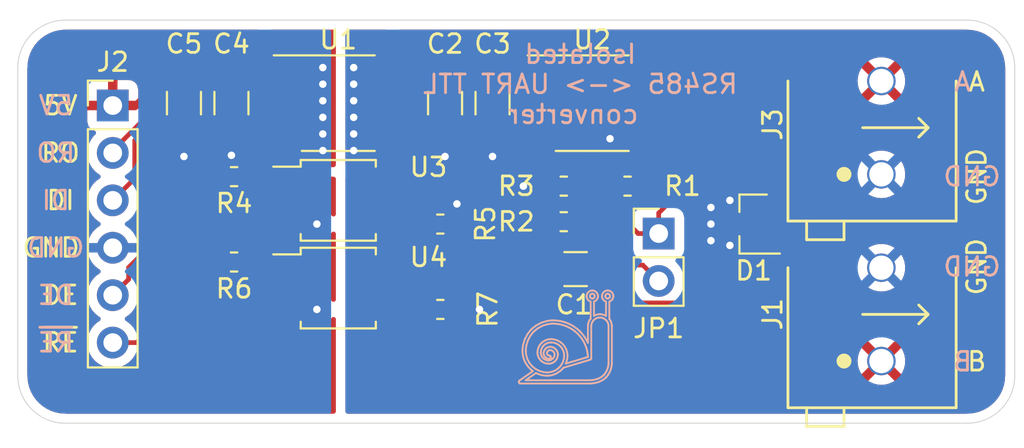
<source format=kicad_pcb>
(kicad_pcb (version 20190605) (host pcbnew "(5.1.0-1220-ga833aeeac)")

  (general
    (thickness 1.6)
    (drawings 479)
    (tracks 139)
    (modules 21)
    (nets 19)
  )

  (page "A4")
  (layers
    (0 "F.Cu" signal)
    (31 "B.Cu" signal)
    (32 "B.Adhes" user)
    (33 "F.Adhes" user)
    (34 "B.Paste" user)
    (35 "F.Paste" user)
    (36 "B.SilkS" user)
    (37 "F.SilkS" user)
    (38 "B.Mask" user)
    (39 "F.Mask" user)
    (40 "Dwgs.User" user)
    (41 "Cmts.User" user)
    (42 "Eco1.User" user)
    (43 "Eco2.User" user)
    (44 "Edge.Cuts" user)
    (45 "Margin" user)
    (46 "B.CrtYd" user)
    (47 "F.CrtYd" user)
    (48 "B.Fab" user)
    (49 "F.Fab" user)
  )

  (setup
    (last_trace_width 0.25)
    (user_trace_width 0.4)
    (trace_clearance 0.2)
    (zone_clearance 0.508)
    (zone_45_only no)
    (trace_min 0.2)
    (via_size 0.8)
    (via_drill 0.4)
    (via_min_size 0.4)
    (via_min_drill 0.3)
    (uvia_size 0.3)
    (uvia_drill 0.1)
    (uvias_allowed no)
    (uvia_min_size 0.2)
    (uvia_min_drill 0.1)
    (max_error 0.005)
    (defaults
      (edge_clearance 0.01)
      (edge_cuts_line_width 0.05)
      (courtyard_line_width 0.05)
      (copper_line_width 0.2)
      (copper_text_dims (size 1.5 1.5) (thickness 0.3) keep_upright)
      (silk_line_width 0.12)
      (silk_text_dims (size 1 1) (thickness 0.15) keep_upright)
      (other_layers_line_width 0.1)
      (other_layers_text_dims (size 1 1) (thickness 0.15) keep_upright)
    )
    (pad_size 1.524 1.524)
    (pad_drill 0.762)
    (pad_to_mask_clearance 0.051)
    (solder_mask_min_width 0.25)
    (aux_axis_origin 0 0)
    (grid_origin 12 12)
    (visible_elements FFFFFF7F)
    (pcbplotparams
      (layerselection 0x010fc_ffffffff)
      (usegerberextensions false)
      (usegerberattributes false)
      (usegerberadvancedattributes false)
      (creategerberjobfile false)
      (excludeedgelayer true)
      (linewidth 0.160000)
      (plotframeref false)
      (viasonmask false)
      (mode 1)
      (useauxorigin false)
      (hpglpennumber 1)
      (hpglpenspeed 20)
      (hpglpendiameter 15.000000)
      (psnegative false)
      (psa4output false)
      (plotreference true)
      (plotvalue true)
      (plotinvisibletext false)
      (padsonsilk false)
      (subtractmaskfromsilk false)
      (outputformat 1)
      (mirror false)
      (drillshape 0)
      (scaleselection 1)
      (outputdirectory "../common/gerber/rs485_board/"))
  )

  (net 0 "")
  (net 1 "Net-(C1-Pad2)")
  (net 2 "Net-(C1-Pad1)")
  (net 3 "GNDD")
  (net 4 "+5VD")
  (net 5 "GND")
  (net 6 "+5V")
  (net 7 "/A")
  (net 8 "/B")
  (net 9 "/~RE")
  (net 10 "/DE")
  (net 11 "/DI")
  (net 12 "/RO")
  (net 13 "Net-(R4-Pad1)")
  (net 14 "Net-(R5-Pad2)")
  (net 15 "Net-(R6-Pad1)")
  (net 16 "Net-(R7-Pad2)")
  (net 17 "Net-(U1-Pad7)")
  (net 18 "Net-(U1-Pad6)")

  (net_class "Default" "This is the default net class."
    (clearance 0.2)
    (trace_width 0.25)
    (via_dia 0.8)
    (via_drill 0.4)
    (uvia_dia 0.3)
    (uvia_drill 0.1)
    (add_net "+5V")
    (add_net "+5VD")
    (add_net "/A")
    (add_net "/B")
    (add_net "/DE")
    (add_net "/DI")
    (add_net "/RO")
    (add_net "/~RE")
    (add_net "GND")
    (add_net "GNDD")
    (add_net "Net-(C1-Pad1)")
    (add_net "Net-(C1-Pad2)")
    (add_net "Net-(R4-Pad1)")
    (add_net "Net-(R5-Pad2)")
    (add_net "Net-(R6-Pad1)")
    (add_net "Net-(R7-Pad2)")
    (add_net "Net-(U1-Pad6)")
    (add_net "Net-(U1-Pad7)")
  )

  (module "Capacitor_SMD:C_1206_3216Metric_Pad1.42x1.75mm_HandSolder" (layer "F.Cu") (tedit 5B301BBE) (tstamp 5D2FD04A)
    (at 33.59 46.925 270)
    (descr "Capacitor SMD 1206 (3216 Metric), square (rectangular) end terminal, IPC_7351 nominal with elongated pad for handsoldering. (Body size source: http://www.tortai-tech.com/upload/download/2011102023233369053.pdf), generated with kicad-footprint-generator")
    (tags "capacitor handsolder")
    (path "/5D2EDCA6")
    (attr smd)
    (fp_text reference "C5" (at -3.175 0 180) (layer "F.SilkS")
      (effects (font (size 1 1) (thickness 0.15)))
    )
    (fp_text value "1u" (at 0 1.82 90) (layer "F.Fab")
      (effects (font (size 1 1) (thickness 0.15)))
    )
    (fp_line (start -1.6 0.8) (end -1.6 -0.8) (layer "F.Fab") (width 0.1))
    (fp_line (start -1.6 -0.8) (end 1.6 -0.8) (layer "F.Fab") (width 0.1))
    (fp_line (start 1.6 -0.8) (end 1.6 0.8) (layer "F.Fab") (width 0.1))
    (fp_line (start 1.6 0.8) (end -1.6 0.8) (layer "F.Fab") (width 0.1))
    (fp_line (start -0.602064 -0.91) (end 0.602064 -0.91) (layer "F.SilkS") (width 0.12))
    (fp_line (start -0.602064 0.91) (end 0.602064 0.91) (layer "F.SilkS") (width 0.12))
    (fp_line (start -2.45 1.12) (end -2.45 -1.12) (layer "F.CrtYd") (width 0.05))
    (fp_line (start -2.45 -1.12) (end 2.45 -1.12) (layer "F.CrtYd") (width 0.05))
    (fp_line (start 2.45 -1.12) (end 2.45 1.12) (layer "F.CrtYd") (width 0.05))
    (fp_line (start 2.45 1.12) (end -2.45 1.12) (layer "F.CrtYd") (width 0.05))
    (fp_text user "%R" (at 0 0 90) (layer "F.Fab")
      (effects (font (size 0.8 0.8) (thickness 0.12)))
    )
    (pad "2" smd roundrect (at 1.4875 0 270) (size 1.425 1.75) (layers "F.Cu" "F.Paste" "F.Mask") (roundrect_rratio 0.175439)
      (net 5 "GND"))
    (pad "1" smd roundrect (at -1.4875 0 270) (size 1.425 1.75) (layers "F.Cu" "F.Paste" "F.Mask") (roundrect_rratio 0.175439)
      (net 6 "+5V"))
    (model "${KISYS3DMOD}/Capacitor_SMD.3dshapes/C_1206_3216Metric.wrl"
      (at (xyz 0 0 0))
      (scale (xyz 1 1 1))
      (rotate (xyz 0 0 0))
    )
  )

  (module "Capacitor_SMD:C_1206_3216Metric_Pad1.42x1.75mm_HandSolder" (layer "F.Cu") (tedit 5B301BBE) (tstamp 5D2FD039)
    (at 36.13 46.925 270)
    (descr "Capacitor SMD 1206 (3216 Metric), square (rectangular) end terminal, IPC_7351 nominal with elongated pad for handsoldering. (Body size source: http://www.tortai-tech.com/upload/download/2011102023233369053.pdf), generated with kicad-footprint-generator")
    (tags "capacitor handsolder")
    (path "/5D2ED542")
    (attr smd)
    (fp_text reference "C4" (at -3.175 0 180) (layer "F.SilkS")
      (effects (font (size 1 1) (thickness 0.15)))
    )
    (fp_text value "100n" (at 0 1.27 90) (layer "F.Fab")
      (effects (font (size 1 1) (thickness 0.15)))
    )
    (fp_line (start -1.6 0.8) (end -1.6 -0.8) (layer "F.Fab") (width 0.1))
    (fp_line (start -1.6 -0.8) (end 1.6 -0.8) (layer "F.Fab") (width 0.1))
    (fp_line (start 1.6 -0.8) (end 1.6 0.8) (layer "F.Fab") (width 0.1))
    (fp_line (start 1.6 0.8) (end -1.6 0.8) (layer "F.Fab") (width 0.1))
    (fp_line (start -0.602064 -0.91) (end 0.602064 -0.91) (layer "F.SilkS") (width 0.12))
    (fp_line (start -0.602064 0.91) (end 0.602064 0.91) (layer "F.SilkS") (width 0.12))
    (fp_line (start -2.45 1.12) (end -2.45 -1.12) (layer "F.CrtYd") (width 0.05))
    (fp_line (start -2.45 -1.12) (end 2.45 -1.12) (layer "F.CrtYd") (width 0.05))
    (fp_line (start 2.45 -1.12) (end 2.45 1.12) (layer "F.CrtYd") (width 0.05))
    (fp_line (start 2.45 1.12) (end -2.45 1.12) (layer "F.CrtYd") (width 0.05))
    (fp_text user "%R" (at 0 0 90) (layer "F.Fab")
      (effects (font (size 0.8 0.8) (thickness 0.12)))
    )
    (pad "2" smd roundrect (at 1.4875 0 270) (size 1.425 1.75) (layers "F.Cu" "F.Paste" "F.Mask") (roundrect_rratio 0.175439)
      (net 5 "GND"))
    (pad "1" smd roundrect (at -1.4875 0 270) (size 1.425 1.75) (layers "F.Cu" "F.Paste" "F.Mask") (roundrect_rratio 0.175439)
      (net 6 "+5V"))
    (model "${KISYS3DMOD}/Capacitor_SMD.3dshapes/C_1206_3216Metric.wrl"
      (at (xyz 0 0 0))
      (scale (xyz 1 1 1))
      (rotate (xyz 0 0 0))
    )
  )

  (module "Capacitor_SMD:C_1206_3216Metric_Pad1.42x1.75mm_HandSolder" (layer "F.Cu") (tedit 5B301BBE) (tstamp 5D2FD028)
    (at 50.1 46.925 270)
    (descr "Capacitor SMD 1206 (3216 Metric), square (rectangular) end terminal, IPC_7351 nominal with elongated pad for handsoldering. (Body size source: http://www.tortai-tech.com/upload/download/2011102023233369053.pdf), generated with kicad-footprint-generator")
    (tags "capacitor handsolder")
    (path "/5D2EC769")
    (attr smd)
    (fp_text reference "C3" (at -3.175 0 180) (layer "F.SilkS")
      (effects (font (size 1 1) (thickness 0.15)))
    )
    (fp_text value "1u" (at 0 1.82 90) (layer "F.Fab")
      (effects (font (size 1 1) (thickness 0.15)))
    )
    (fp_line (start -1.6 0.8) (end -1.6 -0.8) (layer "F.Fab") (width 0.1))
    (fp_line (start -1.6 -0.8) (end 1.6 -0.8) (layer "F.Fab") (width 0.1))
    (fp_line (start 1.6 -0.8) (end 1.6 0.8) (layer "F.Fab") (width 0.1))
    (fp_line (start 1.6 0.8) (end -1.6 0.8) (layer "F.Fab") (width 0.1))
    (fp_line (start -0.602064 -0.91) (end 0.602064 -0.91) (layer "F.SilkS") (width 0.12))
    (fp_line (start -0.602064 0.91) (end 0.602064 0.91) (layer "F.SilkS") (width 0.12))
    (fp_line (start -2.45 1.12) (end -2.45 -1.12) (layer "F.CrtYd") (width 0.05))
    (fp_line (start -2.45 -1.12) (end 2.45 -1.12) (layer "F.CrtYd") (width 0.05))
    (fp_line (start 2.45 -1.12) (end 2.45 1.12) (layer "F.CrtYd") (width 0.05))
    (fp_line (start 2.45 1.12) (end -2.45 1.12) (layer "F.CrtYd") (width 0.05))
    (fp_text user "%R" (at 0 0 90) (layer "F.Fab")
      (effects (font (size 0.8 0.8) (thickness 0.12)))
    )
    (pad "2" smd roundrect (at 1.4875 0 270) (size 1.425 1.75) (layers "F.Cu" "F.Paste" "F.Mask") (roundrect_rratio 0.175439)
      (net 3 "GNDD"))
    (pad "1" smd roundrect (at -1.4875 0 270) (size 1.425 1.75) (layers "F.Cu" "F.Paste" "F.Mask") (roundrect_rratio 0.175439)
      (net 4 "+5VD"))
    (model "${KISYS3DMOD}/Capacitor_SMD.3dshapes/C_1206_3216Metric.wrl"
      (at (xyz 0 0 0))
      (scale (xyz 1 1 1))
      (rotate (xyz 0 0 0))
    )
  )

  (module "Capacitor_SMD:C_1206_3216Metric_Pad1.42x1.75mm_HandSolder" (layer "F.Cu") (tedit 5B301BBE) (tstamp 5D2FFB9A)
    (at 47.56 46.925 270)
    (descr "Capacitor SMD 1206 (3216 Metric), square (rectangular) end terminal, IPC_7351 nominal with elongated pad for handsoldering. (Body size source: http://www.tortai-tech.com/upload/download/2011102023233369053.pdf), generated with kicad-footprint-generator")
    (tags "capacitor handsolder")
    (path "/5D2EB4C4")
    (attr smd)
    (fp_text reference "C2" (at -3.175 0 180) (layer "F.SilkS")
      (effects (font (size 1 1) (thickness 0.15)))
    )
    (fp_text value "100n" (at 0 1.82 90) (layer "F.Fab")
      (effects (font (size 1 1) (thickness 0.15)))
    )
    (fp_line (start -1.6 0.8) (end -1.6 -0.8) (layer "F.Fab") (width 0.1))
    (fp_line (start -1.6 -0.8) (end 1.6 -0.8) (layer "F.Fab") (width 0.1))
    (fp_line (start 1.6 -0.8) (end 1.6 0.8) (layer "F.Fab") (width 0.1))
    (fp_line (start 1.6 0.8) (end -1.6 0.8) (layer "F.Fab") (width 0.1))
    (fp_line (start -0.602064 -0.91) (end 0.602064 -0.91) (layer "F.SilkS") (width 0.12))
    (fp_line (start -0.602064 0.91) (end 0.602064 0.91) (layer "F.SilkS") (width 0.12))
    (fp_line (start -2.45 1.12) (end -2.45 -1.12) (layer "F.CrtYd") (width 0.05))
    (fp_line (start -2.45 -1.12) (end 2.45 -1.12) (layer "F.CrtYd") (width 0.05))
    (fp_line (start 2.45 -1.12) (end 2.45 1.12) (layer "F.CrtYd") (width 0.05))
    (fp_line (start 2.45 1.12) (end -2.45 1.12) (layer "F.CrtYd") (width 0.05))
    (fp_text user "%R" (at 0 0 90) (layer "F.Fab")
      (effects (font (size 0.8 0.8) (thickness 0.12)))
    )
    (pad "2" smd roundrect (at 1.4875 0 270) (size 1.425 1.75) (layers "F.Cu" "F.Paste" "F.Mask") (roundrect_rratio 0.175439)
      (net 3 "GNDD"))
    (pad "1" smd roundrect (at -1.4875 0 270) (size 1.425 1.75) (layers "F.Cu" "F.Paste" "F.Mask") (roundrect_rratio 0.175439)
      (net 4 "+5VD"))
    (model "${KISYS3DMOD}/Capacitor_SMD.3dshapes/C_1206_3216Metric.wrl"
      (at (xyz 0 0 0))
      (scale (xyz 1 1 1))
      (rotate (xyz 0 0 0))
    )
  )

  (module "Package_SO:SOP-4_3.8x4.1mm_P2.54mm" (layer "F.Cu") (tedit 5C5B5C0A) (tstamp 5D2FD7FC)
    (at 41.845 56.831)
    (descr "SOP, 4 Pin (http://www.ixysic.com/home/pdfs.nsf/www/CPC1017N.pdf/$file/CPC1017N.pdf), generated with kicad-footprint-generator ipc_gullwing_generator.py")
    (tags "SOP SO")
    (path "/5D293CFF")
    (attr smd)
    (fp_text reference "U4" (at 4.826 -1.651) (layer "F.SilkS")
      (effects (font (size 1 1) (thickness 0.15)))
    )
    (fp_text value "EL357N-G" (at 0 3) (layer "F.Fab")
      (effects (font (size 1 1) (thickness 0.15)))
    )
    (fp_line (start 0 2.16) (end 2.01 2.16) (layer "F.SilkS") (width 0.12))
    (fp_line (start 2.01 2.16) (end 2.01 1.805) (layer "F.SilkS") (width 0.12))
    (fp_line (start 0 2.16) (end -2.01 2.16) (layer "F.SilkS") (width 0.12))
    (fp_line (start -2.01 2.16) (end -2.01 1.805) (layer "F.SilkS") (width 0.12))
    (fp_line (start 0 -2.16) (end 2.01 -2.16) (layer "F.SilkS") (width 0.12))
    (fp_line (start 2.01 -2.16) (end 2.01 -1.805) (layer "F.SilkS") (width 0.12))
    (fp_line (start 0 -2.16) (end -2.01 -2.16) (layer "F.SilkS") (width 0.12))
    (fp_line (start -2.01 -2.16) (end -2.01 -1.805) (layer "F.SilkS") (width 0.12))
    (fp_line (start -2.01 -1.805) (end -3.475 -1.805) (layer "F.SilkS") (width 0.12))
    (fp_line (start -0.95 -2.05) (end 1.9 -2.05) (layer "F.Fab") (width 0.1))
    (fp_line (start 1.9 -2.05) (end 1.9 2.05) (layer "F.Fab") (width 0.1))
    (fp_line (start 1.9 2.05) (end -1.9 2.05) (layer "F.Fab") (width 0.1))
    (fp_line (start -1.9 2.05) (end -1.9 -1.1) (layer "F.Fab") (width 0.1))
    (fp_line (start -1.9 -1.1) (end -0.95 -2.05) (layer "F.Fab") (width 0.1))
    (fp_line (start -3.72 -2.3) (end -3.72 2.3) (layer "F.CrtYd") (width 0.05))
    (fp_line (start -3.72 2.3) (end 3.72 2.3) (layer "F.CrtYd") (width 0.05))
    (fp_line (start 3.72 2.3) (end 3.72 -2.3) (layer "F.CrtYd") (width 0.05))
    (fp_line (start 3.72 -2.3) (end -3.72 -2.3) (layer "F.CrtYd") (width 0.05))
    (fp_text user "%R" (at 0 0) (layer "F.Fab")
      (effects (font (size 0.95 0.95) (thickness 0.14)))
    )
    (pad "4" smd roundrect (at 2.75 -1.27) (size 1.45 0.55) (layers "F.Cu" "F.Paste" "F.Mask") (roundrect_rratio 0.25)
      (net 4 "+5VD"))
    (pad "3" smd roundrect (at 2.75 1.27) (size 1.45 0.55) (layers "F.Cu" "F.Paste" "F.Mask") (roundrect_rratio 0.25)
      (net 16 "Net-(R7-Pad2)"))
    (pad "2" smd roundrect (at -2.75 1.27) (size 1.45 0.55) (layers "F.Cu" "F.Paste" "F.Mask") (roundrect_rratio 0.25)
      (net 5 "GND"))
    (pad "1" smd roundrect (at -2.75 -1.27) (size 1.45 0.55) (layers "F.Cu" "F.Paste" "F.Mask") (roundrect_rratio 0.25)
      (net 15 "Net-(R6-Pad1)"))
    (model "${KISYS3DMOD}/Package_SO.3dshapes/SOP-4_3.8x4.1mm_P2.54mm.wrl"
      (at (xyz 0 0 0))
      (scale (xyz 1 1 1))
      (rotate (xyz 0 0 0))
    )
  )

  (module "Package_SO:SOP-4_3.8x4.1mm_P2.54mm" (layer "F.Cu") (tedit 5C5B5C0A) (tstamp 5D2FD9D0)
    (at 41.845 52.132)
    (descr "SOP, 4 Pin (http://www.ixysic.com/home/pdfs.nsf/www/CPC1017N.pdf/$file/CPC1017N.pdf), generated with kicad-footprint-generator ipc_gullwing_generator.py")
    (tags "SOP SO")
    (path "/5D2916DC")
    (attr smd)
    (fp_text reference "U3" (at 4.826 -1.778) (layer "F.SilkS")
      (effects (font (size 1 1) (thickness 0.15)))
    )
    (fp_text value "EL357N-G" (at 0 3) (layer "F.Fab")
      (effects (font (size 1 1) (thickness 0.15)))
    )
    (fp_line (start 0 2.16) (end 2.01 2.16) (layer "F.SilkS") (width 0.12))
    (fp_line (start 2.01 2.16) (end 2.01 1.805) (layer "F.SilkS") (width 0.12))
    (fp_line (start 0 2.16) (end -2.01 2.16) (layer "F.SilkS") (width 0.12))
    (fp_line (start -2.01 2.16) (end -2.01 1.805) (layer "F.SilkS") (width 0.12))
    (fp_line (start 0 -2.16) (end 2.01 -2.16) (layer "F.SilkS") (width 0.12))
    (fp_line (start 2.01 -2.16) (end 2.01 -1.805) (layer "F.SilkS") (width 0.12))
    (fp_line (start 0 -2.16) (end -2.01 -2.16) (layer "F.SilkS") (width 0.12))
    (fp_line (start -2.01 -2.16) (end -2.01 -1.805) (layer "F.SilkS") (width 0.12))
    (fp_line (start -2.01 -1.805) (end -3.475 -1.805) (layer "F.SilkS") (width 0.12))
    (fp_line (start -0.95 -2.05) (end 1.9 -2.05) (layer "F.Fab") (width 0.1))
    (fp_line (start 1.9 -2.05) (end 1.9 2.05) (layer "F.Fab") (width 0.1))
    (fp_line (start 1.9 2.05) (end -1.9 2.05) (layer "F.Fab") (width 0.1))
    (fp_line (start -1.9 2.05) (end -1.9 -1.1) (layer "F.Fab") (width 0.1))
    (fp_line (start -1.9 -1.1) (end -0.95 -2.05) (layer "F.Fab") (width 0.1))
    (fp_line (start -3.72 -2.3) (end -3.72 2.3) (layer "F.CrtYd") (width 0.05))
    (fp_line (start -3.72 2.3) (end 3.72 2.3) (layer "F.CrtYd") (width 0.05))
    (fp_line (start 3.72 2.3) (end 3.72 -2.3) (layer "F.CrtYd") (width 0.05))
    (fp_line (start 3.72 -2.3) (end -3.72 -2.3) (layer "F.CrtYd") (width 0.05))
    (fp_text user "%R" (at 0 0) (layer "F.Fab")
      (effects (font (size 0.95 0.95) (thickness 0.14)))
    )
    (pad "4" smd roundrect (at 2.75 -1.27) (size 1.45 0.55) (layers "F.Cu" "F.Paste" "F.Mask") (roundrect_rratio 0.25)
      (net 4 "+5VD"))
    (pad "3" smd roundrect (at 2.75 1.27) (size 1.45 0.55) (layers "F.Cu" "F.Paste" "F.Mask") (roundrect_rratio 0.25)
      (net 14 "Net-(R5-Pad2)"))
    (pad "2" smd roundrect (at -2.75 1.27) (size 1.45 0.55) (layers "F.Cu" "F.Paste" "F.Mask") (roundrect_rratio 0.25)
      (net 5 "GND"))
    (pad "1" smd roundrect (at -2.75 -1.27) (size 1.45 0.55) (layers "F.Cu" "F.Paste" "F.Mask") (roundrect_rratio 0.25)
      (net 13 "Net-(R4-Pad1)"))
    (model "${KISYS3DMOD}/Package_SO.3dshapes/SOP-4_3.8x4.1mm_P2.54mm.wrl"
      (at (xyz 0 0 0))
      (scale (xyz 1 1 1))
      (rotate (xyz 0 0 0))
    )
  )

  (module "Package_SO:SOIC-8_3.9x4.9mm_P1.27mm" (layer "F.Cu") (tedit 5C97300E) (tstamp 5D3015D1)
    (at 55.434 46.925)
    (descr "SOIC, 8 Pin (JEDEC MS-012AA, https://www.analog.com/media/en/package-pcb-resources/package/pkg_pdf/soic_narrow-r/r_8.pdf), generated with kicad-footprint-generator ipc_gullwing_generator.py")
    (tags "SOIC SO")
    (path "/5D2CE484")
    (attr smd)
    (fp_text reference "U2" (at 0 -3.4) (layer "F.SilkS")
      (effects (font (size 1 1) (thickness 0.15)))
    )
    (fp_text value "ST485EBDR" (at 0 3.4) (layer "F.Fab")
      (effects (font (size 1 1) (thickness 0.15)))
    )
    (fp_line (start 0 2.56) (end 1.95 2.56) (layer "F.SilkS") (width 0.12))
    (fp_line (start 0 2.56) (end -1.95 2.56) (layer "F.SilkS") (width 0.12))
    (fp_line (start 0 -2.56) (end 1.95 -2.56) (layer "F.SilkS") (width 0.12))
    (fp_line (start 0 -2.56) (end -3.45 -2.56) (layer "F.SilkS") (width 0.12))
    (fp_line (start -0.975 -2.45) (end 1.95 -2.45) (layer "F.Fab") (width 0.1))
    (fp_line (start 1.95 -2.45) (end 1.95 2.45) (layer "F.Fab") (width 0.1))
    (fp_line (start 1.95 2.45) (end -1.95 2.45) (layer "F.Fab") (width 0.1))
    (fp_line (start -1.95 2.45) (end -1.95 -1.475) (layer "F.Fab") (width 0.1))
    (fp_line (start -1.95 -1.475) (end -0.975 -2.45) (layer "F.Fab") (width 0.1))
    (fp_line (start -3.7 -2.7) (end -3.7 2.7) (layer "F.CrtYd") (width 0.05))
    (fp_line (start -3.7 2.7) (end 3.7 2.7) (layer "F.CrtYd") (width 0.05))
    (fp_line (start 3.7 2.7) (end 3.7 -2.7) (layer "F.CrtYd") (width 0.05))
    (fp_line (start 3.7 -2.7) (end -3.7 -2.7) (layer "F.CrtYd") (width 0.05))
    (fp_text user "%R" (at 0 0) (layer "F.Fab")
      (effects (font (size 0.98 0.98) (thickness 0.15)))
    )
    (pad "8" smd roundrect (at 2.475 -1.905) (size 1.95 0.6) (layers "F.Cu" "F.Paste" "F.Mask") (roundrect_rratio 0.25)
      (net 4 "+5VD"))
    (pad "7" smd roundrect (at 2.475 -0.635) (size 1.95 0.6) (layers "F.Cu" "F.Paste" "F.Mask") (roundrect_rratio 0.25)
      (net 8 "/B"))
    (pad "6" smd roundrect (at 2.475 0.635) (size 1.95 0.6) (layers "F.Cu" "F.Paste" "F.Mask") (roundrect_rratio 0.25)
      (net 7 "/A"))
    (pad "5" smd roundrect (at 2.475 1.905) (size 1.95 0.6) (layers "F.Cu" "F.Paste" "F.Mask") (roundrect_rratio 0.25)
      (net 3 "GNDD"))
    (pad "4" smd roundrect (at -2.475 1.905) (size 1.95 0.6) (layers "F.Cu" "F.Paste" "F.Mask") (roundrect_rratio 0.25)
      (net 18 "Net-(U1-Pad6)"))
    (pad "3" smd roundrect (at -2.475 0.635) (size 1.95 0.6) (layers "F.Cu" "F.Paste" "F.Mask") (roundrect_rratio 0.25)
      (net 14 "Net-(R5-Pad2)"))
    (pad "2" smd roundrect (at -2.475 -0.635) (size 1.95 0.6) (layers "F.Cu" "F.Paste" "F.Mask") (roundrect_rratio 0.25)
      (net 16 "Net-(R7-Pad2)"))
    (pad "1" smd roundrect (at -2.475 -1.905) (size 1.95 0.6) (layers "F.Cu" "F.Paste" "F.Mask") (roundrect_rratio 0.25)
      (net 17 "Net-(U1-Pad7)"))
    (model "${KISYS3DMOD}/Package_SO.3dshapes/SOIC-8_3.9x4.9mm_P1.27mm.wrl"
      (at (xyz 0 0 0))
      (scale (xyz 1 1 1))
      (rotate (xyz 0 0 0))
    )
  )

  (module "Package_SO:SOIC-8_3.9x4.9mm_P1.27mm" (layer "F.Cu") (tedit 5C97300E) (tstamp 5D2FD14A)
    (at 41.845 46.925)
    (descr "SOIC, 8 Pin (JEDEC MS-012AA, https://www.analog.com/media/en/package-pcb-resources/package/pkg_pdf/soic_narrow-r/r_8.pdf), generated with kicad-footprint-generator ipc_gullwing_generator.py")
    (tags "SOIC SO")
    (path "/5D2960E5")
    (attr smd)
    (fp_text reference "U1" (at 0 -3.4) (layer "F.SilkS")
      (effects (font (size 1 1) (thickness 0.15)))
    )
    (fp_text value "ADUM5241" (at 0 3.4) (layer "F.Fab")
      (effects (font (size 1 1) (thickness 0.15)))
    )
    (fp_line (start 0 2.56) (end 1.95 2.56) (layer "F.SilkS") (width 0.12))
    (fp_line (start 0 2.56) (end -1.95 2.56) (layer "F.SilkS") (width 0.12))
    (fp_line (start 0 -2.56) (end 1.95 -2.56) (layer "F.SilkS") (width 0.12))
    (fp_line (start 0 -2.56) (end -3.45 -2.56) (layer "F.SilkS") (width 0.12))
    (fp_line (start -0.975 -2.45) (end 1.95 -2.45) (layer "F.Fab") (width 0.1))
    (fp_line (start 1.95 -2.45) (end 1.95 2.45) (layer "F.Fab") (width 0.1))
    (fp_line (start 1.95 2.45) (end -1.95 2.45) (layer "F.Fab") (width 0.1))
    (fp_line (start -1.95 2.45) (end -1.95 -1.475) (layer "F.Fab") (width 0.1))
    (fp_line (start -1.95 -1.475) (end -0.975 -2.45) (layer "F.Fab") (width 0.1))
    (fp_line (start -3.7 -2.7) (end -3.7 2.7) (layer "F.CrtYd") (width 0.05))
    (fp_line (start -3.7 2.7) (end 3.7 2.7) (layer "F.CrtYd") (width 0.05))
    (fp_line (start 3.7 2.7) (end 3.7 -2.7) (layer "F.CrtYd") (width 0.05))
    (fp_line (start 3.7 -2.7) (end -3.7 -2.7) (layer "F.CrtYd") (width 0.05))
    (fp_text user "%R" (at 0.103 -0.237) (layer "F.Fab")
      (effects (font (size 0.98 0.98) (thickness 0.15)))
    )
    (pad "8" smd roundrect (at 2.475 -1.905) (size 1.95 0.6) (layers "F.Cu" "F.Paste" "F.Mask") (roundrect_rratio 0.25)
      (net 4 "+5VD"))
    (pad "7" smd roundrect (at 2.475 -0.635) (size 1.95 0.6) (layers "F.Cu" "F.Paste" "F.Mask") (roundrect_rratio 0.25)
      (net 17 "Net-(U1-Pad7)"))
    (pad "6" smd roundrect (at 2.475 0.635) (size 1.95 0.6) (layers "F.Cu" "F.Paste" "F.Mask") (roundrect_rratio 0.25)
      (net 18 "Net-(U1-Pad6)"))
    (pad "5" smd roundrect (at 2.475 1.905) (size 1.95 0.6) (layers "F.Cu" "F.Paste" "F.Mask") (roundrect_rratio 0.25)
      (net 3 "GNDD"))
    (pad "4" smd roundrect (at -2.475 1.905) (size 1.95 0.6) (layers "F.Cu" "F.Paste" "F.Mask") (roundrect_rratio 0.25)
      (net 5 "GND"))
    (pad "3" smd roundrect (at -2.475 0.635) (size 1.95 0.6) (layers "F.Cu" "F.Paste" "F.Mask") (roundrect_rratio 0.25)
      (net 11 "/DI"))
    (pad "2" smd roundrect (at -2.475 -0.635) (size 1.95 0.6) (layers "F.Cu" "F.Paste" "F.Mask") (roundrect_rratio 0.25)
      (net 12 "/RO"))
    (pad "1" smd roundrect (at -2.475 -1.905) (size 1.95 0.6) (layers "F.Cu" "F.Paste" "F.Mask") (roundrect_rratio 0.25)
      (net 6 "+5V"))
    (model "${KISYS3DMOD}/Package_SO.3dshapes/SOIC-8_3.9x4.9mm_P1.27mm.wrl"
      (at (xyz 0 0 0))
      (scale (xyz 1 1 1))
      (rotate (xyz 0 0 0))
    )
  )

  (module "Resistor_SMD:R_0603_1608Metric_Pad1.05x0.95mm_HandSolder" (layer "F.Cu") (tedit 5B301BBD) (tstamp 5D305793)
    (at 47.306 57.974 180)
    (descr "Resistor SMD 0603 (1608 Metric), square (rectangular) end terminal, IPC_7351 nominal with elongated pad for handsoldering. (Body size source: http://www.tortai-tech.com/upload/download/2011102023233369053.pdf), generated with kicad-footprint-generator")
    (tags "resistor handsolder")
    (path "/5D2CC0E8")
    (attr smd)
    (fp_text reference "R7" (at -2.54 0 270) (layer "F.SilkS")
      (effects (font (size 1 1) (thickness 0.15)))
    )
    (fp_text value "10K" (at 0 1.43) (layer "F.Fab")
      (effects (font (size 1 1) (thickness 0.15)))
    )
    (fp_line (start -0.8 0.4) (end -0.8 -0.4) (layer "F.Fab") (width 0.1))
    (fp_line (start -0.8 -0.4) (end 0.8 -0.4) (layer "F.Fab") (width 0.1))
    (fp_line (start 0.8 -0.4) (end 0.8 0.4) (layer "F.Fab") (width 0.1))
    (fp_line (start 0.8 0.4) (end -0.8 0.4) (layer "F.Fab") (width 0.1))
    (fp_line (start -0.171267 -0.51) (end 0.171267 -0.51) (layer "F.SilkS") (width 0.12))
    (fp_line (start -0.171267 0.51) (end 0.171267 0.51) (layer "F.SilkS") (width 0.12))
    (fp_line (start -1.65 0.73) (end -1.65 -0.73) (layer "F.CrtYd") (width 0.05))
    (fp_line (start -1.65 -0.73) (end 1.65 -0.73) (layer "F.CrtYd") (width 0.05))
    (fp_line (start 1.65 -0.73) (end 1.65 0.73) (layer "F.CrtYd") (width 0.05))
    (fp_line (start 1.65 0.73) (end -1.65 0.73) (layer "F.CrtYd") (width 0.05))
    (fp_text user "%R" (at 0 0) (layer "F.Fab")
      (effects (font (size 0.4 0.4) (thickness 0.06)))
    )
    (pad "2" smd roundrect (at 0.875 0 180) (size 1.05 0.95) (layers "F.Cu" "F.Paste" "F.Mask") (roundrect_rratio 0.25)
      (net 16 "Net-(R7-Pad2)"))
    (pad "1" smd roundrect (at -0.875 0 180) (size 1.05 0.95) (layers "F.Cu" "F.Paste" "F.Mask") (roundrect_rratio 0.25)
      (net 3 "GNDD"))
    (model "${KISYS3DMOD}/Resistor_SMD.3dshapes/R_0603_1608Metric.wrl"
      (at (xyz 0 0 0))
      (scale (xyz 1 1 1))
      (rotate (xyz 0 0 0))
    )
  )

  (module "Resistor_SMD:R_0603_1608Metric_Pad1.05x0.95mm_HandSolder" (layer "F.Cu") (tedit 5B301BBD) (tstamp 5D2FDED6)
    (at 36.271 55.434 180)
    (descr "Resistor SMD 0603 (1608 Metric), square (rectangular) end terminal, IPC_7351 nominal with elongated pad for handsoldering. (Body size source: http://www.tortai-tech.com/upload/download/2011102023233369053.pdf), generated with kicad-footprint-generator")
    (tags "resistor handsolder")
    (path "/5D2BD174")
    (attr smd)
    (fp_text reference "R6" (at 0 -1.43) (layer "F.SilkS")
      (effects (font (size 1 1) (thickness 0.15)))
    )
    (fp_text value "2K2" (at 0 1.43) (layer "F.Fab")
      (effects (font (size 1 1) (thickness 0.15)))
    )
    (fp_line (start -0.8 0.4) (end -0.8 -0.4) (layer "F.Fab") (width 0.1))
    (fp_line (start -0.8 -0.4) (end 0.8 -0.4) (layer "F.Fab") (width 0.1))
    (fp_line (start 0.8 -0.4) (end 0.8 0.4) (layer "F.Fab") (width 0.1))
    (fp_line (start 0.8 0.4) (end -0.8 0.4) (layer "F.Fab") (width 0.1))
    (fp_line (start -0.171267 -0.51) (end 0.171267 -0.51) (layer "F.SilkS") (width 0.12))
    (fp_line (start -0.171267 0.51) (end 0.171267 0.51) (layer "F.SilkS") (width 0.12))
    (fp_line (start -1.65 0.73) (end -1.65 -0.73) (layer "F.CrtYd") (width 0.05))
    (fp_line (start -1.65 -0.73) (end 1.65 -0.73) (layer "F.CrtYd") (width 0.05))
    (fp_line (start 1.65 -0.73) (end 1.65 0.73) (layer "F.CrtYd") (width 0.05))
    (fp_line (start 1.65 0.73) (end -1.65 0.73) (layer "F.CrtYd") (width 0.05))
    (fp_text user "%R" (at 0 0) (layer "F.Fab")
      (effects (font (size 0.4 0.4) (thickness 0.06)))
    )
    (pad "2" smd roundrect (at 0.875 0 180) (size 1.05 0.95) (layers "F.Cu" "F.Paste" "F.Mask") (roundrect_rratio 0.25)
      (net 9 "/~RE"))
    (pad "1" smd roundrect (at -0.875 0 180) (size 1.05 0.95) (layers "F.Cu" "F.Paste" "F.Mask") (roundrect_rratio 0.25)
      (net 15 "Net-(R6-Pad1)"))
    (model "${KISYS3DMOD}/Resistor_SMD.3dshapes/R_0603_1608Metric.wrl"
      (at (xyz 0 0 0))
      (scale (xyz 1 1 1))
      (rotate (xyz 0 0 0))
    )
  )

  (module "Resistor_SMD:R_0603_1608Metric_Pad1.05x0.95mm_HandSolder" (layer "F.Cu") (tedit 5B301BBD) (tstamp 5D2FD10E)
    (at 47.306 53.402 180)
    (descr "Resistor SMD 0603 (1608 Metric), square (rectangular) end terminal, IPC_7351 nominal with elongated pad for handsoldering. (Body size source: http://www.tortai-tech.com/upload/download/2011102023233369053.pdf), generated with kicad-footprint-generator")
    (tags "resistor handsolder")
    (path "/5D2C19D6")
    (attr smd)
    (fp_text reference "R5" (at -2.413 0 90) (layer "F.SilkS")
      (effects (font (size 1 1) (thickness 0.15)))
    )
    (fp_text value "10K" (at 0 1.43) (layer "F.Fab")
      (effects (font (size 1 1) (thickness 0.15)))
    )
    (fp_line (start -0.8 0.4) (end -0.8 -0.4) (layer "F.Fab") (width 0.1))
    (fp_line (start -0.8 -0.4) (end 0.8 -0.4) (layer "F.Fab") (width 0.1))
    (fp_line (start 0.8 -0.4) (end 0.8 0.4) (layer "F.Fab") (width 0.1))
    (fp_line (start 0.8 0.4) (end -0.8 0.4) (layer "F.Fab") (width 0.1))
    (fp_line (start -0.171267 -0.51) (end 0.171267 -0.51) (layer "F.SilkS") (width 0.12))
    (fp_line (start -0.171267 0.51) (end 0.171267 0.51) (layer "F.SilkS") (width 0.12))
    (fp_line (start -1.65 0.73) (end -1.65 -0.73) (layer "F.CrtYd") (width 0.05))
    (fp_line (start -1.65 -0.73) (end 1.65 -0.73) (layer "F.CrtYd") (width 0.05))
    (fp_line (start 1.65 -0.73) (end 1.65 0.73) (layer "F.CrtYd") (width 0.05))
    (fp_line (start 1.65 0.73) (end -1.65 0.73) (layer "F.CrtYd") (width 0.05))
    (fp_text user "%R" (at 0 0) (layer "F.Fab")
      (effects (font (size 0.4 0.4) (thickness 0.06)))
    )
    (pad "2" smd roundrect (at 0.875 0 180) (size 1.05 0.95) (layers "F.Cu" "F.Paste" "F.Mask") (roundrect_rratio 0.25)
      (net 14 "Net-(R5-Pad2)"))
    (pad "1" smd roundrect (at -0.875 0 180) (size 1.05 0.95) (layers "F.Cu" "F.Paste" "F.Mask") (roundrect_rratio 0.25)
      (net 3 "GNDD"))
    (model "${KISYS3DMOD}/Resistor_SMD.3dshapes/R_0603_1608Metric.wrl"
      (at (xyz 0 0 0))
      (scale (xyz 1 1 1))
      (rotate (xyz 0 0 0))
    )
  )

  (module "Resistor_SMD:R_0603_1608Metric_Pad1.05x0.95mm_HandSolder" (layer "F.Cu") (tedit 5B301BBD) (tstamp 5D2FD0FD)
    (at 36.271 50.862 180)
    (descr "Resistor SMD 0603 (1608 Metric), square (rectangular) end terminal, IPC_7351 nominal with elongated pad for handsoldering. (Body size source: http://www.tortai-tech.com/upload/download/2011102023233369053.pdf), generated with kicad-footprint-generator")
    (tags "resistor handsolder")
    (path "/5D2B99F0")
    (attr smd)
    (fp_text reference "R4" (at 0 -1.43) (layer "F.SilkS")
      (effects (font (size 1 1) (thickness 0.15)))
    )
    (fp_text value "2K2" (at 0 1.43) (layer "F.Fab")
      (effects (font (size 1 1) (thickness 0.15)))
    )
    (fp_line (start -0.8 0.4) (end -0.8 -0.4) (layer "F.Fab") (width 0.1))
    (fp_line (start -0.8 -0.4) (end 0.8 -0.4) (layer "F.Fab") (width 0.1))
    (fp_line (start 0.8 -0.4) (end 0.8 0.4) (layer "F.Fab") (width 0.1))
    (fp_line (start 0.8 0.4) (end -0.8 0.4) (layer "F.Fab") (width 0.1))
    (fp_line (start -0.171267 -0.51) (end 0.171267 -0.51) (layer "F.SilkS") (width 0.12))
    (fp_line (start -0.171267 0.51) (end 0.171267 0.51) (layer "F.SilkS") (width 0.12))
    (fp_line (start -1.65 0.73) (end -1.65 -0.73) (layer "F.CrtYd") (width 0.05))
    (fp_line (start -1.65 -0.73) (end 1.65 -0.73) (layer "F.CrtYd") (width 0.05))
    (fp_line (start 1.65 -0.73) (end 1.65 0.73) (layer "F.CrtYd") (width 0.05))
    (fp_line (start 1.65 0.73) (end -1.65 0.73) (layer "F.CrtYd") (width 0.05))
    (fp_text user "%R" (at 0 0) (layer "F.Fab")
      (effects (font (size 0.4 0.4) (thickness 0.06)))
    )
    (pad "2" smd roundrect (at 0.875 0 180) (size 1.05 0.95) (layers "F.Cu" "F.Paste" "F.Mask") (roundrect_rratio 0.25)
      (net 10 "/DE"))
    (pad "1" smd roundrect (at -0.875 0 180) (size 1.05 0.95) (layers "F.Cu" "F.Paste" "F.Mask") (roundrect_rratio 0.25)
      (net 13 "Net-(R4-Pad1)"))
    (model "${KISYS3DMOD}/Resistor_SMD.3dshapes/R_0603_1608Metric.wrl"
      (at (xyz 0 0 0))
      (scale (xyz 1 1 1))
      (rotate (xyz 0 0 0))
    )
  )

  (module "Resistor_SMD:R_0603_1608Metric_Pad1.05x0.95mm_HandSolder" (layer "F.Cu") (tedit 5B301BBD) (tstamp 5D2FD0EC)
    (at 53.91 51.37)
    (descr "Resistor SMD 0603 (1608 Metric), square (rectangular) end terminal, IPC_7351 nominal with elongated pad for handsoldering. (Body size source: http://www.tortai-tech.com/upload/download/2011102023233369053.pdf), generated with kicad-footprint-generator")
    (tags "resistor handsolder")
    (path "/5D2F2B96")
    (attr smd)
    (fp_text reference "R3" (at -2.54 0) (layer "F.SilkS")
      (effects (font (size 1 1) (thickness 0.15)))
    )
    (fp_text value "2K2" (at 0 1.43) (layer "F.Fab")
      (effects (font (size 1 1) (thickness 0.15)))
    )
    (fp_line (start -0.8 0.4) (end -0.8 -0.4) (layer "F.Fab") (width 0.1))
    (fp_line (start -0.8 -0.4) (end 0.8 -0.4) (layer "F.Fab") (width 0.1))
    (fp_line (start 0.8 -0.4) (end 0.8 0.4) (layer "F.Fab") (width 0.1))
    (fp_line (start 0.8 0.4) (end -0.8 0.4) (layer "F.Fab") (width 0.1))
    (fp_line (start -0.171267 -0.51) (end 0.171267 -0.51) (layer "F.SilkS") (width 0.12))
    (fp_line (start -0.171267 0.51) (end 0.171267 0.51) (layer "F.SilkS") (width 0.12))
    (fp_line (start -1.65 0.73) (end -1.65 -0.73) (layer "F.CrtYd") (width 0.05))
    (fp_line (start -1.65 -0.73) (end 1.65 -0.73) (layer "F.CrtYd") (width 0.05))
    (fp_line (start 1.65 -0.73) (end 1.65 0.73) (layer "F.CrtYd") (width 0.05))
    (fp_line (start 1.65 0.73) (end -1.65 0.73) (layer "F.CrtYd") (width 0.05))
    (fp_text user "%R" (at 0 0) (layer "F.Fab")
      (effects (font (size 0.4 0.4) (thickness 0.06)))
    )
    (pad "2" smd roundrect (at 0.875 0) (size 1.05 0.95) (layers "F.Cu" "F.Paste" "F.Mask") (roundrect_rratio 0.25)
      (net 8 "/B"))
    (pad "1" smd roundrect (at -0.875 0) (size 1.05 0.95) (layers "F.Cu" "F.Paste" "F.Mask") (roundrect_rratio 0.25)
      (net 3 "GNDD"))
    (model "${KISYS3DMOD}/Resistor_SMD.3dshapes/R_0603_1608Metric.wrl"
      (at (xyz 0 0 0))
      (scale (xyz 1 1 1))
      (rotate (xyz 0 0 0))
    )
  )

  (module "Resistor_SMD:R_0603_1608Metric_Pad1.05x0.95mm_HandSolder" (layer "F.Cu") (tedit 5B301BBD) (tstamp 5D2FD0DB)
    (at 53.91 53.275)
    (descr "Resistor SMD 0603 (1608 Metric), square (rectangular) end terminal, IPC_7351 nominal with elongated pad for handsoldering. (Body size source: http://www.tortai-tech.com/upload/download/2011102023233369053.pdf), generated with kicad-footprint-generator")
    (tags "resistor handsolder")
    (path "/5D2F905D")
    (attr smd)
    (fp_text reference "R2" (at -2.54 0) (layer "F.SilkS")
      (effects (font (size 1 1) (thickness 0.15)))
    )
    (fp_text value "120" (at 0 1.43) (layer "F.Fab")
      (effects (font (size 1 1) (thickness 0.15)))
    )
    (fp_line (start -0.8 0.4) (end -0.8 -0.4) (layer "F.Fab") (width 0.1))
    (fp_line (start -0.8 -0.4) (end 0.8 -0.4) (layer "F.Fab") (width 0.1))
    (fp_line (start 0.8 -0.4) (end 0.8 0.4) (layer "F.Fab") (width 0.1))
    (fp_line (start 0.8 0.4) (end -0.8 0.4) (layer "F.Fab") (width 0.1))
    (fp_line (start -0.171267 -0.51) (end 0.171267 -0.51) (layer "F.SilkS") (width 0.12))
    (fp_line (start -0.171267 0.51) (end 0.171267 0.51) (layer "F.SilkS") (width 0.12))
    (fp_line (start -1.65 0.73) (end -1.65 -0.73) (layer "F.CrtYd") (width 0.05))
    (fp_line (start -1.65 -0.73) (end 1.65 -0.73) (layer "F.CrtYd") (width 0.05))
    (fp_line (start 1.65 -0.73) (end 1.65 0.73) (layer "F.CrtYd") (width 0.05))
    (fp_line (start 1.65 0.73) (end -1.65 0.73) (layer "F.CrtYd") (width 0.05))
    (fp_text user "%R" (at 0 0) (layer "F.Fab")
      (effects (font (size 0.4 0.4) (thickness 0.06)))
    )
    (pad "2" smd roundrect (at 0.875 0) (size 1.05 0.95) (layers "F.Cu" "F.Paste" "F.Mask") (roundrect_rratio 0.25)
      (net 8 "/B"))
    (pad "1" smd roundrect (at -0.875 0) (size 1.05 0.95) (layers "F.Cu" "F.Paste" "F.Mask") (roundrect_rratio 0.25)
      (net 2 "Net-(C1-Pad1)"))
    (model "${KISYS3DMOD}/Resistor_SMD.3dshapes/R_0603_1608Metric.wrl"
      (at (xyz 0 0 0))
      (scale (xyz 1 1 1))
      (rotate (xyz 0 0 0))
    )
  )

  (module "Resistor_SMD:R_0603_1608Metric_Pad1.05x0.95mm_HandSolder" (layer "F.Cu") (tedit 5B301BBD) (tstamp 5D304FC9)
    (at 57.325 51.37)
    (descr "Resistor SMD 0603 (1608 Metric), square (rectangular) end terminal, IPC_7351 nominal with elongated pad for handsoldering. (Body size source: http://www.tortai-tech.com/upload/download/2011102023233369053.pdf), generated with kicad-footprint-generator")
    (tags "resistor handsolder")
    (path "/5D2F4FAB")
    (attr smd)
    (fp_text reference "R1" (at 2.935 0) (layer "F.SilkS")
      (effects (font (size 1 1) (thickness 0.15)))
    )
    (fp_text value "2K2" (at 0 1.43) (layer "F.Fab")
      (effects (font (size 1 1) (thickness 0.15)))
    )
    (fp_line (start -0.8 0.4) (end -0.8 -0.4) (layer "F.Fab") (width 0.1))
    (fp_line (start -0.8 -0.4) (end 0.8 -0.4) (layer "F.Fab") (width 0.1))
    (fp_line (start 0.8 -0.4) (end 0.8 0.4) (layer "F.Fab") (width 0.1))
    (fp_line (start 0.8 0.4) (end -0.8 0.4) (layer "F.Fab") (width 0.1))
    (fp_line (start -0.171267 -0.51) (end 0.171267 -0.51) (layer "F.SilkS") (width 0.12))
    (fp_line (start -0.171267 0.51) (end 0.171267 0.51) (layer "F.SilkS") (width 0.12))
    (fp_line (start -1.65 0.73) (end -1.65 -0.73) (layer "F.CrtYd") (width 0.05))
    (fp_line (start -1.65 -0.73) (end 1.65 -0.73) (layer "F.CrtYd") (width 0.05))
    (fp_line (start 1.65 -0.73) (end 1.65 0.73) (layer "F.CrtYd") (width 0.05))
    (fp_line (start 1.65 0.73) (end -1.65 0.73) (layer "F.CrtYd") (width 0.05))
    (fp_text user "%R" (at 0 0) (layer "F.Fab")
      (effects (font (size 0.4 0.4) (thickness 0.06)))
    )
    (pad "2" smd roundrect (at 0.875 0) (size 1.05 0.95) (layers "F.Cu" "F.Paste" "F.Mask") (roundrect_rratio 0.25)
      (net 4 "+5VD"))
    (pad "1" smd roundrect (at -0.875 0) (size 1.05 0.95) (layers "F.Cu" "F.Paste" "F.Mask") (roundrect_rratio 0.25)
      (net 7 "/A"))
    (model "${KISYS3DMOD}/Resistor_SMD.3dshapes/R_0603_1608Metric.wrl"
      (at (xyz 0 0 0))
      (scale (xyz 1 1 1))
      (rotate (xyz 0 0 0))
    )
  )

  (module "Connector_PinHeader_2.54mm:PinHeader_1x02_P2.54mm_Vertical" (layer "F.Cu") (tedit 59FED5CC) (tstamp 5D2FD0B9)
    (at 58.99 53.91)
    (descr "Through hole straight pin header, 1x02, 2.54mm pitch, single row")
    (tags "Through hole pin header THT 1x02 2.54mm single row")
    (path "/5D30B4ED")
    (fp_text reference "JP1" (at 0 5.08) (layer "F.SilkS")
      (effects (font (size 1 1) (thickness 0.15)))
    )
    (fp_text value "JP" (at 0 4.87) (layer "F.Fab")
      (effects (font (size 1 1) (thickness 0.15)))
    )
    (fp_line (start -0.635 -1.27) (end 1.27 -1.27) (layer "F.Fab") (width 0.1))
    (fp_line (start 1.27 -1.27) (end 1.27 3.81) (layer "F.Fab") (width 0.1))
    (fp_line (start 1.27 3.81) (end -1.27 3.81) (layer "F.Fab") (width 0.1))
    (fp_line (start -1.27 3.81) (end -1.27 -0.635) (layer "F.Fab") (width 0.1))
    (fp_line (start -1.27 -0.635) (end -0.635 -1.27) (layer "F.Fab") (width 0.1))
    (fp_line (start -1.33 3.87) (end 1.33 3.87) (layer "F.SilkS") (width 0.12))
    (fp_line (start -1.33 1.27) (end -1.33 3.87) (layer "F.SilkS") (width 0.12))
    (fp_line (start 1.33 1.27) (end 1.33 3.87) (layer "F.SilkS") (width 0.12))
    (fp_line (start -1.33 1.27) (end 1.33 1.27) (layer "F.SilkS") (width 0.12))
    (fp_line (start -1.33 0) (end -1.33 -1.33) (layer "F.SilkS") (width 0.12))
    (fp_line (start -1.33 -1.33) (end 0 -1.33) (layer "F.SilkS") (width 0.12))
    (fp_line (start -1.8 -1.8) (end -1.8 4.35) (layer "F.CrtYd") (width 0.05))
    (fp_line (start -1.8 4.35) (end 1.8 4.35) (layer "F.CrtYd") (width 0.05))
    (fp_line (start 1.8 4.35) (end 1.8 -1.8) (layer "F.CrtYd") (width 0.05))
    (fp_line (start 1.8 -1.8) (end -1.8 -1.8) (layer "F.CrtYd") (width 0.05))
    (fp_text user "%R" (at 0 1.27 90) (layer "F.Fab")
      (effects (font (size 1 1) (thickness 0.15)))
    )
    (pad "2" thru_hole oval (at 0 2.54) (size 1.7 1.7) (drill 1) (layers *.Cu *.Mask)
      (net 1 "Net-(C1-Pad2)"))
    (pad "1" thru_hole rect (at 0 0) (size 1.7 1.7) (drill 1) (layers *.Cu *.Mask)
      (net 7 "/A"))
    (model "${KISYS3DMOD}/Connector_PinHeader_2.54mm.3dshapes/PinHeader_1x02_P2.54mm_Vertical.wrl"
      (at (xyz 0 0 0))
      (scale (xyz 1 1 1))
      (rotate (xyz 0 0 0))
    )
  )

  (module "Project:DG300-5.0-02P-12" (layer "F.Cu") (tedit 5D28FCE9) (tstamp 5D30275A)
    (at 70.904998 48.239999 90)
    (descr "Terminal block; 5mm; angled 90°; 2.5mm2; ways:2; tinned; 24A; blue;")
    (tags "degson,dg300")
    (path "/5D31245C")
    (fp_text reference "J3" (at 0.171999 -5.818998 90) (layer "F.SilkS")
      (effects (font (size 1 1) (thickness 0.15)))
    )
    (fp_text value "B_CONN" (at 0 -9 90) (layer "F.Fab")
      (effects (font (size 1 1) (thickness 0.15)))
    )
    (fp_line (start 0 2.5) (end 0.5 2) (layer "F.SilkS") (width 0.15))
    (fp_line (start -0.5 2) (end 0 2.5) (layer "F.SilkS") (width 0.15))
    (fp_line (start 0 2.5) (end -0.5 2) (layer "F.SilkS") (width 0.15))
    (fp_line (start 0 -1) (end 0 2.5) (layer "F.SilkS") (width 0.15))
    (fp_circle (center -2.5 -2) (end -2.3 -2) (layer "F.SilkS") (width 0.4))
    (fp_line (start -5 -5) (end 2.5 -5) (layer "F.SilkS") (width 0.15))
    (fp_line (start -5 4) (end 2.5 4) (layer "F.SilkS") (width 0.15))
    (fp_line (start -5 -5) (end -5 4) (layer "F.SilkS") (width 0.15))
    (fp_line (start -5 4) (end 5 4) (layer "F.CrtYd") (width 0.02))
    (fp_line (start -5 -5) (end 5 -5) (layer "F.CrtYd") (width 0.02))
    (fp_line (start 5 4) (end 5 -5) (layer "F.CrtYd") (width 0.02))
    (fp_line (start -5 -5) (end -5 4) (layer "F.CrtYd") (width 0.02))
    (fp_line (start -5 -4) (end -6 -4) (layer "F.SilkS") (width 0.15))
    (fp_line (start -6 -4) (end -6 -2) (layer "F.SilkS") (width 0.15))
    (fp_line (start -6 -2) (end -5 -2) (layer "F.SilkS") (width 0.15))
    (pad "2" thru_hole circle (at 2.5 0 90) (size 1.524 1.524) (drill 1.3) (layers *.Cu *.Mask)
      (net 7 "/A"))
    (pad "1" thru_hole circle (at -2.5 0 90) (size 1.524 1.524) (drill 1.3) (layers *.Cu *.Mask)
      (net 3 "GNDD"))
    (model "${KIPRJMOD}/../common/3d/DG306-5.STEP"
      (offset (xyz -1.45 1.65 0))
      (scale (xyz 1 1 1))
      (rotate (xyz -90 0 0))
    )
  )

  (module "Connector_PinHeader_2.54mm:PinHeader_1x06_P2.54mm_Vertical" (layer "F.Cu") (tedit 59FED5CC) (tstamp 5D2FD748)
    (at 29.78 47.052)
    (descr "Through hole straight pin header, 1x06, 2.54mm pitch, single row")
    (tags "Through hole pin header THT 1x06 2.54mm single row")
    (path "/5D2947E3")
    (fp_text reference "J2" (at 0 -2.33) (layer "F.SilkS")
      (effects (font (size 1 1) (thickness 0.15)))
    )
    (fp_text value "INPUT" (at 0 15.03) (layer "F.Fab")
      (effects (font (size 1 1) (thickness 0.15)))
    )
    (fp_line (start -0.635 -1.27) (end 1.27 -1.27) (layer "F.Fab") (width 0.1))
    (fp_line (start 1.27 -1.27) (end 1.27 13.97) (layer "F.Fab") (width 0.1))
    (fp_line (start 1.27 13.97) (end -1.27 13.97) (layer "F.Fab") (width 0.1))
    (fp_line (start -1.27 13.97) (end -1.27 -0.635) (layer "F.Fab") (width 0.1))
    (fp_line (start -1.27 -0.635) (end -0.635 -1.27) (layer "F.Fab") (width 0.1))
    (fp_line (start -1.33 14.03) (end 1.33 14.03) (layer "F.SilkS") (width 0.12))
    (fp_line (start -1.33 1.27) (end -1.33 14.03) (layer "F.SilkS") (width 0.12))
    (fp_line (start 1.33 1.27) (end 1.33 14.03) (layer "F.SilkS") (width 0.12))
    (fp_line (start -1.33 1.27) (end 1.33 1.27) (layer "F.SilkS") (width 0.12))
    (fp_line (start -1.33 0) (end -1.33 -1.33) (layer "F.SilkS") (width 0.12))
    (fp_line (start -1.33 -1.33) (end 0 -1.33) (layer "F.SilkS") (width 0.12))
    (fp_line (start -1.8 -1.8) (end -1.8 14.5) (layer "F.CrtYd") (width 0.05))
    (fp_line (start -1.8 14.5) (end 1.8 14.5) (layer "F.CrtYd") (width 0.05))
    (fp_line (start 1.8 14.5) (end 1.8 -1.8) (layer "F.CrtYd") (width 0.05))
    (fp_line (start 1.8 -1.8) (end -1.8 -1.8) (layer "F.CrtYd") (width 0.05))
    (fp_text user "%R" (at 0 6.35 90) (layer "F.Fab")
      (effects (font (size 1 1) (thickness 0.15)))
    )
    (pad "6" thru_hole oval (at 0 12.7) (size 1.7 1.7) (drill 1) (layers *.Cu *.Mask)
      (net 9 "/~RE"))
    (pad "5" thru_hole oval (at 0 10.16) (size 1.7 1.7) (drill 1) (layers *.Cu *.Mask)
      (net 10 "/DE"))
    (pad "4" thru_hole oval (at 0 7.62) (size 1.7 1.7) (drill 1) (layers *.Cu *.Mask)
      (net 5 "GND"))
    (pad "3" thru_hole oval (at 0 5.08) (size 1.7 1.7) (drill 1) (layers *.Cu *.Mask)
      (net 11 "/DI"))
    (pad "2" thru_hole oval (at 0 2.54) (size 1.7 1.7) (drill 1) (layers *.Cu *.Mask)
      (net 12 "/RO"))
    (pad "1" thru_hole rect (at 0 0) (size 1.7 1.7) (drill 1) (layers *.Cu *.Mask)
      (net 6 "+5V"))
    (model "${KISYS3DMOD}/Connector_PinHeader_2.54mm.3dshapes/PinHeader_1x06_P2.54mm_Vertical.wrl"
      (at (xyz 0 0 0))
      (scale (xyz 1 1 1))
      (rotate (xyz 0 0 0))
    )
  )

  (module "Project:DG300-5.0-02P-12" (layer "F.Cu") (tedit 5D28FCE9) (tstamp 5D2FD074)
    (at 70.904998 58.24 90)
    (descr "Terminal block; 5mm; angled 90°; 2.5mm2; ways:2; tinned; 24A; blue;")
    (tags "degson,dg300")
    (path "/5D313D8F")
    (fp_text reference "J1" (at 0.012 -5.818998 90) (layer "F.SilkS")
      (effects (font (size 1 1) (thickness 0.15)))
    )
    (fp_text value "A_CONN" (at 0 -9 90) (layer "F.Fab")
      (effects (font (size 1 1) (thickness 0.15)))
    )
    (fp_line (start 0 2.5) (end 0.5 2) (layer "F.SilkS") (width 0.15))
    (fp_line (start -0.5 2) (end 0 2.5) (layer "F.SilkS") (width 0.15))
    (fp_line (start 0 2.5) (end -0.5 2) (layer "F.SilkS") (width 0.15))
    (fp_line (start 0 -1) (end 0 2.5) (layer "F.SilkS") (width 0.15))
    (fp_circle (center -2.5 -2) (end -2.3 -2) (layer "F.SilkS") (width 0.4))
    (fp_line (start -5 -5) (end 2.5 -5) (layer "F.SilkS") (width 0.15))
    (fp_line (start -5 4) (end 2.5 4) (layer "F.SilkS") (width 0.15))
    (fp_line (start -5 -5) (end -5 4) (layer "F.SilkS") (width 0.15))
    (fp_line (start -5 4) (end 5 4) (layer "F.CrtYd") (width 0.02))
    (fp_line (start -5 -5) (end 5 -5) (layer "F.CrtYd") (width 0.02))
    (fp_line (start 5 4) (end 5 -5) (layer "F.CrtYd") (width 0.02))
    (fp_line (start -5 -5) (end -5 4) (layer "F.CrtYd") (width 0.02))
    (fp_line (start -5 -4) (end -6 -4) (layer "F.SilkS") (width 0.15))
    (fp_line (start -6 -4) (end -6 -2) (layer "F.SilkS") (width 0.15))
    (fp_line (start -6 -2) (end -5 -2) (layer "F.SilkS") (width 0.15))
    (pad "2" thru_hole circle (at 2.5 0 90) (size 1.524 1.524) (drill 1.3) (layers *.Cu *.Mask)
      (net 3 "GNDD"))
    (pad "1" thru_hole circle (at -2.5 0 90) (size 1.524 1.524) (drill 1.3) (layers *.Cu *.Mask)
      (net 8 "/B"))
    (model "${KIPRJMOD}/../common/3d/DG306-5.STEP"
      (offset (xyz -1.45 1.65 0))
      (scale (xyz 1 1 1))
      (rotate (xyz -90 0 0))
    )
  )

  (module "Package_TO_SOT_SMD:SOT-23" (layer "F.Cu") (tedit 5A02FF57) (tstamp 5D2FD05F)
    (at 64.07 53.402 180)
    (descr "SOT-23, Standard")
    (tags "SOT-23")
    (path "/5D2EEDED")
    (attr smd)
    (fp_text reference "D1" (at 0 -2.5) (layer "F.SilkS")
      (effects (font (size 1 1) (thickness 0.15)))
    )
    (fp_text value "SM712" (at 0 2.5) (layer "F.Fab")
      (effects (font (size 1 1) (thickness 0.15)))
    )
    (fp_text user "%R" (at 0 0 90) (layer "F.Fab")
      (effects (font (size 0.5 0.5) (thickness 0.075)))
    )
    (fp_line (start -0.7 -0.95) (end -0.7 1.5) (layer "F.Fab") (width 0.1))
    (fp_line (start -0.15 -1.52) (end 0.7 -1.52) (layer "F.Fab") (width 0.1))
    (fp_line (start -0.7 -0.95) (end -0.15 -1.52) (layer "F.Fab") (width 0.1))
    (fp_line (start 0.7 -1.52) (end 0.7 1.52) (layer "F.Fab") (width 0.1))
    (fp_line (start -0.7 1.52) (end 0.7 1.52) (layer "F.Fab") (width 0.1))
    (fp_line (start 0.76 1.58) (end 0.76 0.65) (layer "F.SilkS") (width 0.12))
    (fp_line (start 0.76 -1.58) (end 0.76 -0.65) (layer "F.SilkS") (width 0.12))
    (fp_line (start -1.7 -1.75) (end 1.7 -1.75) (layer "F.CrtYd") (width 0.05))
    (fp_line (start 1.7 -1.75) (end 1.7 1.75) (layer "F.CrtYd") (width 0.05))
    (fp_line (start 1.7 1.75) (end -1.7 1.75) (layer "F.CrtYd") (width 0.05))
    (fp_line (start -1.7 1.75) (end -1.7 -1.75) (layer "F.CrtYd") (width 0.05))
    (fp_line (start 0.76 -1.58) (end -1.4 -1.58) (layer "F.SilkS") (width 0.12))
    (fp_line (start 0.76 1.58) (end -0.7 1.58) (layer "F.SilkS") (width 0.12))
    (pad "3" smd rect (at 1 0 180) (size 0.9 0.8) (layers "F.Cu" "F.Paste" "F.Mask")
      (net 3 "GNDD"))
    (pad "2" smd rect (at -1 0.95 180) (size 0.9 0.8) (layers "F.Cu" "F.Paste" "F.Mask")
      (net 7 "/A"))
    (pad "1" smd rect (at -1 -0.95 180) (size 0.9 0.8) (layers "F.Cu" "F.Paste" "F.Mask")
      (net 8 "/B"))
    (model "${KISYS3DMOD}/Package_TO_SOT_SMD.3dshapes/SOT-23.wrl"
      (at (xyz 0 0 0))
      (scale (xyz 1 1 1))
      (rotate (xyz 0 0 0))
    )
  )

  (module "Capacitor_SMD:C_1206_3216Metric_Pad1.42x1.75mm_HandSolder" (layer "F.Cu") (tedit 5B301BBE) (tstamp 5D305B4C)
    (at 54.545 55.815)
    (descr "Capacitor SMD 1206 (3216 Metric), square (rectangular) end terminal, IPC_7351 nominal with elongated pad for handsoldering. (Body size source: http://www.tortai-tech.com/upload/download/2011102023233369053.pdf), generated with kicad-footprint-generator")
    (tags "capacitor handsolder")
    (path "/5D2F905E")
    (attr smd)
    (fp_text reference "C1" (at -0.0905 1.905) (layer "F.SilkS")
      (effects (font (size 1 1) (thickness 0.15)))
    )
    (fp_text value "10n" (at 0 1.82) (layer "F.Fab")
      (effects (font (size 1 1) (thickness 0.15)))
    )
    (fp_line (start -1.6 0.8) (end -1.6 -0.8) (layer "F.Fab") (width 0.1))
    (fp_line (start -1.6 -0.8) (end 1.6 -0.8) (layer "F.Fab") (width 0.1))
    (fp_line (start 1.6 -0.8) (end 1.6 0.8) (layer "F.Fab") (width 0.1))
    (fp_line (start 1.6 0.8) (end -1.6 0.8) (layer "F.Fab") (width 0.1))
    (fp_line (start -0.602064 -0.91) (end 0.602064 -0.91) (layer "F.SilkS") (width 0.12))
    (fp_line (start -0.602064 0.91) (end 0.602064 0.91) (layer "F.SilkS") (width 0.12))
    (fp_line (start -2.45 1.12) (end -2.45 -1.12) (layer "F.CrtYd") (width 0.05))
    (fp_line (start -2.45 -1.12) (end 2.45 -1.12) (layer "F.CrtYd") (width 0.05))
    (fp_line (start 2.45 -1.12) (end 2.45 1.12) (layer "F.CrtYd") (width 0.05))
    (fp_line (start 2.45 1.12) (end -2.45 1.12) (layer "F.CrtYd") (width 0.05))
    (fp_text user "%R" (at 0 0) (layer "F.Fab")
      (effects (font (size 0.8 0.8) (thickness 0.12)))
    )
    (pad "2" smd roundrect (at 1.4875 0) (size 1.425 1.75) (layers "F.Cu" "F.Paste" "F.Mask") (roundrect_rratio 0.175439)
      (net 1 "Net-(C1-Pad2)"))
    (pad "1" smd roundrect (at -1.4875 0) (size 1.425 1.75) (layers "F.Cu" "F.Paste" "F.Mask") (roundrect_rratio 0.175439)
      (net 2 "Net-(C1-Pad1)"))
    (model "${KISYS3DMOD}/Capacitor_SMD.3dshapes/C_1206_3216Metric.wrl"
      (at (xyz 0 0 0))
      (scale (xyz 1 1 1))
      (rotate (xyz 0 0 0))
    )
  )

  (gr_line (start 52.306636 59.16542) (end 52.357364 59.11462) (layer "B.SilkS") (width 0.1))
  (gr_line (start 52.255855 59.21614) (end 52.306636 59.16542) (layer "B.SilkS") (width 0.1))
  (gr_line (start 55.36372 60.63823) (end 55.37662 60.61355) (layer "B.SilkS") (width 0.1))
  (gr_line (start 55.3438 60.65771) (end 55.36372 60.63823) (layer "B.SilkS") (width 0.1))
  (gr_line (start 51.524246 61.803487) (end 51.511551 61.827901) (layer "B.SilkS") (width 0.1))
  (gr_line (start 51.538678 61.787752) (end 51.524246 61.803487) (layer "B.SilkS") (width 0.1))
  (gr_line (start 53.90109 61.096401) (end 55.31819 60.67024) (layer "B.SilkS") (width 0.1))
  (gr_line (start 53.90006 61.096672) (end 53.90109 61.096401) (layer "B.SilkS") (width 0.1))
  (gr_line (start 52.74175 59.75097) (end 52.71663 59.77608) (layer "B.SilkS") (width 0.1))
  (gr_line (start 52.82693 59.68537) (end 52.74175 59.75097) (layer "B.SilkS") (width 0.1))
  (gr_line (start 55.55045 58.30149) (end 55.52712 58.31487) (layer "B.SilkS") (width 0.1))
  (gr_line (start 56.30631 58.87028) (end 56.30631 60.85481) (layer "B.SilkS") (width 0.1))
  (gr_line (start 56.30631 58.84694) (end 56.30631 58.87028) (layer "B.SilkS") (width 0.1))
  (gr_line (start 56.10215 58.48681) (end 56.17062 58.54335) (layer "B.SilkS") (width 0.1))
  (gr_line (start 56.02359 58.44411) (end 56.10215 58.48681) (layer "B.SilkS") (width 0.1))
  (gr_line (start 52.71207 61.487569) (end 52.86794 61.516161) (layer "B.SilkS") (width 0.1))
  (gr_line (start 52.56309 61.441344) (end 52.71207 61.487569) (layer "B.SilkS") (width 0.1))
  (gr_line (start 56.36387 58.49782) (end 56.34804 58.47753) (layer "B.SilkS") (width 0.1))
  (gr_line (start 52.91932 60.09396) (end 52.86008 60.19047) (layer "B.SilkS") (width 0.1))
  (gr_line (start 52.93581 60.07753) (end 52.91932 60.09396) (layer "B.SilkS") (width 0.1))
  (gr_line (start 53.20101 59.74142) (end 53.22786 59.74142) (layer "B.SilkS") (width 0.1))
  (gr_line (start 53.1205 59.75189) (end 53.20101 59.74142) (layer "B.SilkS") (width 0.1))
  (gr_line (start 55.52869 57.17246) (end 55.55604 57.21299) (layer "B.SilkS") (width 0.1))
  (gr_line (start 55.48812 57.14507) (end 55.52869 57.17246) (layer "B.SilkS") (width 0.1))
  (gr_line (start 53.04584 60.40825) (end 53.02023 60.37033) (layer "B.SilkS") (width 0.1))
  (gr_line (start 53.08376 60.43386) (end 53.04584 60.40825) (layer "B.SilkS") (width 0.1))
  (gr_line (start 55.20301 60.51996) (end 54.0204 60.87559) (layer "B.SilkS") (width 0.1))
  (gr_line (start 55.20138 60.47411) (end 55.20301 60.51996) (layer "B.SilkS") (width 0.1))
  (gr_line (start 52.41064 61.388447) (end 52.411671 61.387688) (layer "B.SilkS") (width 0.1))
  (gr_line (start 51.874182 61.767516) (end 52.41064 61.388447) (layer "B.SilkS") (width 0.1))
  (gr_line (start 55.84375 58.23068) (end 55.80213 58.23068) (layer "B.SilkS") (width 0.1))
  (gr_line (start 53.52572 58.74674) (end 53.70691 58.77365) (layer "B.SilkS") (width 0.1))
  (gr_line (start 53.38595 58.73762) (end 53.52572 58.74674) (layer "B.SilkS") (width 0.1))
  (gr_line (start 54.75548 59.38437) (end 54.86327 59.52147) (layer "B.SilkS") (width 0.1))
  (gr_line (start 54.63541 59.25803) (end 54.75548 59.38437) (layer "B.SilkS") (width 0.1))
  (gr_line (start 56.22987 56.958) (end 56.14105 56.98193) (layer "B.SilkS") (width 0.1))
  (gr_line (start 56.44743 58.65907) (end 56.40488 58.56385) (layer "B.SilkS") (width 0.1))
  (gr_line (start 55.3273 57.54703) (end 55.35004 57.55397) (layer "B.SilkS") (width 0.1))
  (gr_line (start 55.26356 57.51165) (end 55.3273 57.54703) (layer "B.SilkS") (width 0.1))
  (gr_line (start 55.34847 57.35269) (end 55.32107 57.31211) (layer "B.SilkS") (width 0.1))
  (gr_line (start 55.389 57.38004) (end 55.34847 57.35269) (layer "B.SilkS") (width 0.1))
  (gr_line (start 56.4834 58.8431) (end 56.47412 58.76171) (layer "B.SilkS") (width 0.1))
  (gr_line (start 53.21875 60.52321) (end 53.21175 60.49733) (layer "B.SilkS") (width 0.1))
  (gr_line (start 53.21875 60.53183) (end 53.21875 60.52321) (layer "B.SilkS") (width 0.1))
  (gr_line (start 52.95226 60.06103) (end 52.93581 60.07753) (layer "B.SilkS") (width 0.1))
  (gr_line (start 53.04877 60.00178) (end 52.95226 60.06103) (layer "B.SilkS") (width 0.1))
  (gr_line (start 56.47412 58.76171) (end 56.44743 58.65907) (layer "B.SilkS") (width 0.1))
  (gr_line (start 56.34804 58.47753) (end 56.34804 57.55397) (layer "B.SilkS") (width 0.1))
  (gr_line (start 56.40488 58.56385) (end 56.36387 58.49782) (layer "B.SilkS") (width 0.1))
  (gr_line (start 51.741369 60.52082) (end 51.789166 60.67203) (layer "B.SilkS") (width 0.1))
  (gr_line (start 51.711855 60.3624) (end 51.741369 60.52082) (layer "B.SilkS") (width 0.1))
  (gr_line (start 53.41851 60.41975) (end 53.3935 60.51236) (layer "B.SilkS") (width 0.1))
  (gr_line (start 53.41851 60.38887) (end 53.41851 60.41975) (layer "B.SilkS") (width 0.1))
  (gr_line (start 53.19276 60.46924) (end 53.16465 60.45024) (layer "B.SilkS") (width 0.1))
  (gr_line (start 53.21175 60.49733) (end 53.19276 60.46924) (layer "B.SilkS") (width 0.1))
  (gr_line (start 55.84375 58.40776) (end 55.86702 58.40776) (layer "B.SilkS") (width 0.1))
  (gr_line (start 55.82041 58.40776) (end 55.84375 58.40776) (layer "B.SilkS") (width 0.1))
  (gr_line (start 55.89204 61.613816) (end 55.71148 61.699048) (layer "B.SilkS") (width 0.1))
  (gr_line (start 56.00879 61.528584) (end 55.89204 61.613816) (layer "B.SilkS") (width 0.1))
  (gr_line (start 53.7258 59.948011) (end 53.8119 60.05229) (layer "B.SilkS") (width 0.1))
  (gr_line (start 53.62152 59.86192) (end 53.7258 59.948011) (layer "B.SilkS") (width 0.1))
  (gr_line (start 53.57069 59.63372) (end 53.40533 59.58224) (layer "B.SilkS") (width 0.1))
  (gr_line (start 53.72043 59.71511) (end 53.57069 59.63372) (layer "B.SilkS") (width 0.1))
  (gr_line (start 52.21625 61.01144) (end 52.075625 60.84108) (layer "B.SilkS") (width 0.1))
  (gr_line (start 52.386605 61.152065) (end 52.21625 61.01144) (layer "B.SilkS") (width 0.1))
  (gr_line (start 55.39062 58.77712) (end 55.41758 58.69037) (layer "B.SilkS") (width 0.1))
  (gr_line (start 55.38123 58.84694) (end 55.39062 58.77712) (layer "B.SilkS") (width 0.1))
  (gr_line (start 56.30197 60.91921) (end 56.29204 60.9893) (layer "B.SilkS") (width 0.1))
  (gr_line (start 56.30572 60.8725) (end 56.30197 60.91921) (layer "B.SilkS") (width 0.1))
  (gr_line (start 53.12581 60.88351) (end 53.20052 60.87342) (layer "B.SilkS") (width 0.1))
  (gr_line (start 53.10097 60.88351) (end 53.12581 60.88351) (layer "B.SilkS") (width 0.1))
  (gr_line (start 55.42616 57.13508) (end 55.43858 57.13508) (layer "B.SilkS") (width 0.1))
  (gr_line (start 55.389 57.14507) (end 55.42616 57.13508) (layer "B.SilkS") (width 0.1))
  (gr_line (start 55.32493 60.66823) (end 55.3438 60.65771) (layer "B.SilkS") (width 0.1))
  (gr_line (start 55.31819 60.67024) (end 55.32493 60.66823) (layer "B.SilkS") (width 0.1))
  (gr_line (start 55.38123 58.87028) (end 55.38123 58.84694) (layer "B.SilkS") (width 0.1))
  (gr_line (start 55.38123 60.58544) (end 55.38123 58.87028) (layer "B.SilkS") (width 0.1))
  (gr_line (start 52.8228 59.92024) (end 52.84179 59.901301) (layer "B.SilkS") (width 0.1))
  (gr_line (start 52.77327 59.98458) (end 52.8228 59.92024) (layer "B.SilkS") (width 0.1))
  (gr_line (start 55.19515 57.44542) (end 55.26356 57.51165) (layer "B.SilkS") (width 0.1))
  (gr_line (start 55.15018 57.36061) (end 55.19515 57.44542) (layer "B.SilkS") (width 0.1))
  (gr_line (start 53.34293 60.00797) (end 53.26534 59.983871) (layer "B.SilkS") (width 0.1))
  (gr_line (start 53.41313 60.04617) (end 53.34293 60.00797) (layer "B.SilkS") (width 0.1))
  (gr_line (start 53.0529 60.21082) (end 53.06104 60.20274) (layer "B.SilkS") (width 0.1))
  (gr_line (start 53.02376 60.25829) (end 53.0529 60.21082) (layer "B.SilkS") (width 0.1))
  (gr_line (start 55.35004 58.46408) (end 55.33301 58.48475) (layer "B.SilkS") (width 0.1))
  (gr_line (start 55.35004 57.55397) (end 55.35004 58.46408) (layer "B.SilkS") (width 0.1))
  (gr_line (start 55.677299 58.25271) (end 55.55045 58.30149) (layer "B.SilkS") (width 0.1))
  (gr_line (start 55.33132 61.944654) (end 55.537539 61.924092) (layer "B.SilkS") (width 0.1))
  (gr_line (start 55.26263 61.944654) (end 55.33132 61.944654) (layer "B.SilkS") (width 0.1))
  (gr_line (start 55.78087 61.862623) (end 55.9918 61.760517) (layer "B.SilkS") (width 0.1))
  (gr_line (start 55.537539 61.924092) (end 55.78087 61.862623) (layer "B.SilkS") (width 0.1))
  (gr_line (start 51.595481 61.944654) (end 55.26263 61.944654) (layer "B.SilkS") (width 0.1))
  (gr_line (start 51.588482 61.944654) (end 51.595481 61.944654) (layer "B.SilkS") (width 0.1))
  (gr_line (start 51.701764 60.11761) (end 51.701764 60.19812) (layer "B.SilkS") (width 0.1))
  (gr_line (start 51.733178 59.87614) (end 51.701764 60.11761) (layer "B.SilkS") (width 0.1))
  (gr_line (start 56.4834 60.85839) (end 56.48334 60.85411) (layer "B.SilkS") (width 0.1))
  (gr_line (start 56.4828 60.87884) (end 56.4834 60.85839) (layer "B.SilkS") (width 0.1))
  (gr_line (start 56.2099 57.38004) (end 56.16937 57.35269) (layer "B.SilkS") (width 0.1))
  (gr_line (start 56.24707 57.39007) (end 56.2099 57.38004) (layer "B.SilkS") (width 0.1))
  (gr_line (start 56.14204 57.31211) (end 56.13205 57.27494) (layer "B.SilkS") (width 0.1))
  (gr_line (start 56.16937 57.35269) (end 56.14204 57.31211) (layer "B.SilkS") (width 0.1))
  (gr_line (start 52.124507 59.09711) (end 51.975961 59.29008) (layer "B.SilkS") (width 0.1))
  (gr_line (start 52.181419 59.04019) (end 52.124507 59.09711) (layer "B.SilkS") (width 0.1))
  (gr_line (start 53.13877 60.62038) (end 53.16465 60.61338) (layer "B.SilkS") (width 0.1))
  (gr_line (start 53.1302 60.62038) (end 53.13877 60.62038) (layer "B.SilkS") (width 0.1))
  (gr_line (start 54.50395 59.14317) (end 54.63541 59.25803) (layer "B.SilkS") (width 0.1))
  (gr_line (start 54.36198 59.04085) (end 54.50395 59.14317) (layer "B.SilkS") (width 0.1))
  (gr_line (start 51.878847 60.19812) (end 51.878847 60.12629) (layer "B.SilkS") (width 0.1))
  (gr_line (start 55.31108 57.26258) (end 55.31108 57.26258) (layer "B.SilkS") (width 0.1))
  (gr_line (start 56.27284 61.077195) (end 56.24132 61.177238) (layer "B.SilkS") (width 0.1))
  (gr_line (start 56.29204 60.9893) (end 56.27284 61.077195) (layer "B.SilkS") (width 0.1))
  (gr_line (start 55.56608 57.27494) (end 55.55604 57.31211) (layer "B.SilkS") (width 0.1))
  (gr_line (start 55.56608 57.26258) (end 55.56608 57.27494) (layer "B.SilkS") (width 0.1))
  (gr_line (start 52.029618 61.070848) (end 52.138179 61.181416) (layer "B.SilkS") (width 0.1))
  (gr_line (start 51.934458 60.94829) (end 52.029618 61.070848) (layer "B.SilkS") (width 0.1))
  (gr_line (start 54.46729 58.89935) (end 54.2965 58.79774) (layer "B.SilkS") (width 0.1))
  (gr_line (start 54.62858 59.018) (end 54.46729 58.89935) (layer "B.SilkS") (width 0.1))
  (gr_line (start 56.14105 56.98193) (end 56.04422 57.0473) (layer "B.SilkS") (width 0.1))
  (gr_line (start 56.22715 58.61181) (end 56.26986 58.69037) (layer "B.SilkS") (width 0.1))
  (gr_line (start 56.17062 58.54335) (end 56.22715 58.61181) (layer "B.SilkS") (width 0.1))
  (gr_line (start 56.47862 60.93603) (end 56.4828 60.87884) (layer "B.SilkS") (width 0.1))
  (gr_line (start 56.46707 61.019633) (end 56.47862 60.93603) (layer "B.SilkS") (width 0.1))
  (gr_line (start 55.95497 57.28704) (end 55.97113 57.36061) (layer "B.SilkS") (width 0.1))
  (gr_line (start 56.37793 56.98193) (end 56.28906 56.958) (layer "B.SilkS") (width 0.1))
  (gr_line (start 53.07986 60.70643) (end 53.01659 60.69786) (layer "B.SilkS") (width 0.1))
  (gr_line (start 53.10097 60.70643) (end 53.07986 60.70643) (layer "B.SilkS") (width 0.1))
  (gr_line (start 51.878847 60.25601) (end 51.878847 60.19812) (layer "B.SilkS") (width 0.1))
  (gr_line (start 51.90223 60.42974) (end 51.878847 60.25601) (layer "B.SilkS") (width 0.1))
  (gr_line (start 52.456322 61.396259) (end 52.56309 61.441344) (layer "B.SilkS") (width 0.1))
  (gr_line (start 52.422141 61.378627) (end 52.456322 61.396259) (layer "B.SilkS") (width 0.1))
  (gr_line (start 52.95101 59.61897) (end 52.82693 59.68537) (layer "B.SilkS") (width 0.1))
  (gr_line (start 53.08566 59.57817) (end 52.95101 59.61897) (layer "B.SilkS") (width 0.1))
  (gr_line (start 56.30631 60.8592) (end 56.30572 60.8725) (layer "B.SilkS") (width 0.1))
  (gr_line (start 56.30631 60.85481) (end 56.30631 60.8592) (layer "B.SilkS") (width 0.1))
  (gr_line (start 53.66769 61.08414) (end 53.53401 61.194437) (layer "B.SilkS") (width 0.1))
  (gr_line (start 53.77805 60.95046) (end 53.66769 61.08414) (layer "B.SilkS") (width 0.1))
  (gr_line (start 52.80474 60.58354) (end 52.75352 60.52147) (layer "B.SilkS") (width 0.1))
  (gr_line (start 52.8668 60.63476) (end 52.80474 60.58354) (layer "B.SilkS") (width 0.1))
  (gr_line (start 51.50694 61.855027) (end 51.509001 61.876295) (layer "B.SilkS") (width 0.1))
  (gr_line (start 51.511551 61.827901) (end 51.50694 61.855027) (layer "B.SilkS") (width 0.1))
  (gr_line (start 55.681969 57.44547) (end 55.72694 57.36061) (layer "B.SilkS") (width 0.1))
  (gr_line (start 56.12977 61.658304) (end 56.16959 61.618102) (layer "B.SilkS") (width 0.1))
  (gr_line (start 55.9918 61.760517) (end 56.12977 61.658304) (layer "B.SilkS") (width 0.1))
  (gr_line (start 55.31108 57.25015) (end 55.32107 57.21299) (layer "B.SilkS") (width 0.1))
  (gr_line (start 55.31108 57.26258) (end 55.31108 57.25015) (layer "B.SilkS") (width 0.1))
  (gr_line (start 53.85248 61.147237) (end 53.88916 61.099113) (layer "B.SilkS") (width 0.1))
  (gr_line (start 53.7208 61.275166) (end 53.85248 61.147237) (layer "B.SilkS") (width 0.1))
  (gr_line (start 53.20295 59.975471) (end 53.18218 59.975471) (layer "B.SilkS") (width 0.1))
  (gr_line (start 53.26534 59.983871) (end 53.20295 59.975471) (layer "B.SilkS") (width 0.1))
  (gr_line (start 52.93798 60.67344) (end 52.8668 60.63476) (layer "B.SilkS") (width 0.1))
  (gr_line (start 53.01659 60.69786) (end 52.93798 60.67344) (layer "B.SilkS") (width 0.1))
  (gr_line (start 53.38063 61.277824) (end 53.21126 61.330505) (layer "B.SilkS") (width 0.1))
  (gr_line (start 53.53401 61.194437) (end 53.38063 61.277824) (layer "B.SilkS") (width 0.1))
  (gr_line (start 56.30902 57.38004) (end 56.27186 57.39007) (layer "B.SilkS") (width 0.1))
  (gr_line (start 56.34961 57.35269) (end 56.30902 57.38004) (layer "B.SilkS") (width 0.1))
  (gr_line (start 52.58208 61.258294) (end 52.386605 61.152065) (layer "B.SilkS") (width 0.1))
  (gr_line (start 52.7979 61.325459) (end 52.58208 61.258294) (layer "B.SilkS") (width 0.1))
  (gr_line (start 53.93245 60.41053) (end 53.93245 60.44601) (layer "B.SilkS") (width 0.1))
  (gr_line (start 53.91808 60.30414) (end 53.93245 60.41053) (layer "B.SilkS") (width 0.1))
  (gr_line (start 53.07095 60.88351) (end 53.10097 60.88351) (layer "B.SilkS") (width 0.1))
  (gr_line (start 52.98095 60.87136) (end 53.07095 60.88351) (layer "B.SilkS") (width 0.1))
  (gr_line (start 56.06602 61.471076) (end 56.04237 61.494893) (layer "B.SilkS") (width 0.1))
  (gr_line (start 56.12912 61.391702) (end 56.06602 61.471076) (layer "B.SilkS") (width 0.1))
  (gr_line (start 52.227372 61.25634) (end 52.258893 61.278855) (layer "B.SilkS") (width 0.1))
  (gr_line (start 52.138179 61.181416) (end 52.227372 61.25634) (layer "B.SilkS") (width 0.1))
  (gr_line (start 56.38698 57.26258) (end 56.38698 57.27494) (layer "B.SilkS") (width 0.1))
  (gr_line (start 56.38698 57.25015) (end 56.38698 57.26258) (layer "B.SilkS") (width 0.1))
  (gr_line (start 53.14881 59.975471) (end 53.04877 60.00178) (layer "B.SilkS") (width 0.1))
  (gr_line (start 53.18218 59.975471) (end 53.14881 59.975471) (layer "B.SilkS") (width 0.1))
  (gr_line (start 51.544374 61.783793) (end 51.538678 61.787752) (layer "B.SilkS") (width 0.1))
  (gr_line (start 52.258893 61.278855) (end 51.544374 61.783793) (layer "B.SilkS") (width 0.1))
  (gr_line (start 53.59559 60.41374) (end 53.59559 60.38887) (layer "B.SilkS") (width 0.1))
  (gr_line (start 53.5855 60.48843) (end 53.59559 60.41374) (layer "B.SilkS") (width 0.1))
  (gr_line (start 56.13205 57.26258) (end 56.13205 57.25015) (layer "B.SilkS") (width 0.1))
  (gr_line (start 56.4834 58.87028) (end 56.4834 58.87028) (layer "B.SilkS") (width 0.1))
  (gr_line (start 56.50287 57.44547) (end 56.54784 57.36061) (layer "B.SilkS") (width 0.1))
  (gr_line (start 53.19276 60.59439) (end 53.21175 60.56629) (layer "B.SilkS") (width 0.1))
  (gr_line (start 53.16465 60.61338) (end 53.19276 60.59439) (layer "B.SilkS") (width 0.1))
  (gr_line (start 53.85097 59.82286) (end 53.72043 59.71511) (layer "B.SilkS") (width 0.1))
  (gr_line (start 53.9587 59.95339) (end 53.85097 59.82286) (layer "B.SilkS") (width 0.1))
  (gr_line (start 55.45095 57.39007) (end 55.43858 57.39007) (layer "B.SilkS") (width 0.1))
  (gr_line (start 55.48812 57.38004) (end 55.45095 57.39007) (layer "B.SilkS") (width 0.1))
  (gr_line (start 52.86908 60.83658) (end 52.98095 60.87136) (layer "B.SilkS") (width 0.1))
  (gr_line (start 52.76785 60.78151) (end 52.86908 60.83658) (layer "B.SilkS") (width 0.1))
  (gr_line (start 52.55946 60.01051) (end 52.51866 60.14518) (layer "B.SilkS") (width 0.1))
  (gr_line (start 52.62586 59.88644) (end 52.55946 60.01051) (layer "B.SilkS") (width 0.1))
  (gr_line (start 53.45052 60.73844) (end 53.51095 60.66519) (layer "B.SilkS") (width 0.1))
  (gr_line (start 53.37727 60.79887) (end 53.45052 60.73844) (layer "B.SilkS") (width 0.1))
  (gr_line (start 53.50184 59.79686) (end 53.62152 59.86192) (layer "B.SilkS") (width 0.1))
  (gr_line (start 53.36968 59.75575) (end 53.50184 59.79686) (layer "B.SilkS") (width 0.1))
  (gr_line (start 53.10134 60.62038) (end 53.1302 60.62038) (layer "B.SilkS") (width 0.1))
  (gr_line (start 53.01491 60.597) (end 53.10134 60.62038) (layer "B.SilkS") (width 0.1))
  (gr_line (start 52.68191 60.26051) (end 52.69238 60.18) (layer "B.SilkS") (width 0.1))
  (gr_line (start 52.68191 60.28737) (end 52.68191 60.26051) (layer "B.SilkS") (width 0.1))
  (gr_line (start 56.29687 58.77712) (end 56.30631 58.84694) (layer "B.SilkS") (width 0.1))
  (gr_line (start 56.26986 58.69037) (end 56.29687 58.77712) (layer "B.SilkS") (width 0.1))
  (gr_line (start 56.4445 61.123365) (end 56.46707 61.019633) (layer "B.SilkS") (width 0.1))
  (gr_line (start 56.40712 61.241258) (end 56.4445 61.123365) (layer "B.SilkS") (width 0.1))
  (gr_line (start 51.969397 60.64561) (end 51.90223 60.42974) (layer "B.SilkS") (width 0.1))
  (gr_line (start 52.075625 60.84108) (end 51.969397 60.64561) (layer "B.SilkS") (width 0.1))
  (gr_line (start 56.37695 57.21299) (end 56.38698 57.25015) (layer "B.SilkS") (width 0.1))
  (gr_line (start 56.34961 57.17246) (end 56.37695 57.21299) (layer "B.SilkS") (width 0.1))
  (gr_line (start 54.21038 58.95182) (end 54.36198 59.04085) (layer "B.SilkS") (width 0.1))
  (gr_line (start 54.05012 58.87705) (end 54.21038 58.95182) (layer "B.SilkS") (width 0.1))
  (gr_line (start 55.28879 58.55246) (end 55.24288 58.65082) (layer "B.SilkS") (width 0.1))
  (gr_line (start 55.33301 58.48475) (end 55.28879 58.55246) (layer "B.SilkS") (width 0.1))
  (gr_line (start 56.3707 57.54703) (end 56.43445 57.51165) (layer "B.SilkS") (width 0.1))
  (gr_line (start 56.2595 57.13508) (end 56.27186 57.13508) (layer "B.SilkS") (width 0.1))
  (gr_line (start 56.24707 57.13508) (end 56.2595 57.13508) (layer "B.SilkS") (width 0.1))
  (gr_line (start 55.134 57.23296) (end 55.134 57.26258) (layer "B.SilkS") (width 0.1))
  (gr_line (start 55.15793 57.14408) (end 55.134 57.23296) (layer "B.SilkS") (width 0.1))
  (gr_line (start 52.97162 61.348897) (end 52.7979 61.325459) (layer "B.SilkS") (width 0.1))
  (gr_line (start 53.02956 61.348897) (end 52.97162 61.348897) (layer "B.SilkS") (width 0.1))
  (gr_line (start 55.42616 57.39007) (end 55.389 57.38004) (layer "B.SilkS") (width 0.1))
  (gr_line (start 55.43858 57.39007) (end 55.42616 57.39007) (layer "B.SilkS") (width 0.1))
  (gr_line (start 51.825571 59.57112) (end 51.733178 59.87614) (layer "B.SilkS") (width 0.1))
  (gr_line (start 51.975961 59.29008) (end 51.825571 59.57112) (layer "B.SilkS") (width 0.1))
  (gr_line (start 55.46815 56.958) (end 55.43858 56.958) (layer "B.SilkS") (width 0.1))
  (gr_line (start 55.55701 56.98193) (end 55.46815 56.958) (layer "B.SilkS") (width 0.1))
  (gr_line (start 56.30902 57.14507) (end 56.34961 57.17246) (layer "B.SilkS") (width 0.1))
  (gr_line (start 56.27186 57.13508) (end 56.30902 57.14507) (layer "B.SilkS") (width 0.1))
  (gr_line (start 55.74316 57.23296) (end 55.71918 57.14408) (layer "B.SilkS") (width 0.1))
  (gr_line (start 55.74316 57.28704) (end 55.74316 57.26258) (layer "B.SilkS") (width 0.1))
  (gr_line (start 56.14697 58.30664) (end 56.01622 58.25433) (layer "B.SilkS") (width 0.1))
  (gr_line (start 56.17095 57.55397) (end 56.17095 58.32096) (layer "B.SilkS") (width 0.1))
  (gr_line (start 53.882 58.81737) (end 54.05012 58.87705) (layer "B.SilkS") (width 0.1))
  (gr_line (start 53.70691 58.77365) (end 53.882 58.81737) (layer "B.SilkS") (width 0.1))
  (gr_line (start 52.72319 60.07828) (end 52.77327 59.98458) (layer "B.SilkS") (width 0.1))
  (gr_line (start 52.69238 60.18) (end 52.72319 60.07828) (layer "B.SilkS") (width 0.1))
  (gr_line (start 51.523758 61.908033) (end 51.543181 61.92751) (layer "B.SilkS") (width 0.1))
  (gr_line (start 51.513179 61.889478) (end 51.523758 61.908033) (layer "B.SilkS") (width 0.1))
  (gr_line (start 55.95497 57.23296) (end 55.95497 57.26258) (layer "B.SilkS") (width 0.1))
  (gr_line (start 55.40895 56.958) (end 55.32009 56.98193) (layer "B.SilkS") (width 0.1))
  (gr_line (start 55.43858 56.958) (end 55.40895 56.958) (layer "B.SilkS") (width 0.1))
  (gr_line (start 55.61355 57.51165) (end 55.681969 57.44547) (layer "B.SilkS") (width 0.1))
  (gr_line (start 55.52712 57.55397) (end 55.5498 57.54703) (layer "B.SilkS") (width 0.1))
  (gr_line (start 55.74316 57.26258) (end 55.74316 57.23296) (layer "B.SilkS") (width 0.1))
  (gr_line (start 55.80213 58.23068) (end 55.677299 58.25271) (layer "B.SilkS") (width 0.1))
  (gr_line (start 53.563039 60.22807) (end 53.52484 60.15787) (layer "B.SilkS") (width 0.1))
  (gr_line (start 53.58712 60.30565) (end 53.563039 60.22807) (layer "B.SilkS") (width 0.1))
  (gr_line (start 51.906843 59.91096) (end 51.989254 59.63887) (layer "B.SilkS") (width 0.1))
  (gr_line (start 51.878847 60.12629) (end 51.906843 59.91096) (layer "B.SilkS") (width 0.1))
  (gr_line (start 53.27219 59.56433) (end 53.22786 59.56433) (layer "B.SilkS") (width 0.1))
  (gr_line (start 53.40533 59.58224) (end 53.27219 59.56433) (layer "B.SilkS") (width 0.1))
  (gr_line (start 55.20415 58.87028) (end 55.20415 59.76111) (layer "B.SilkS") (width 0.1))
  (gr_line (start 55.20415 58.842) (end 55.20415 58.87028) (layer "B.SilkS") (width 0.1))
  (gr_line (start 54.95795 59.66844) (end 55.03856 59.82432) (layer "B.SilkS") (width 0.1))
  (gr_line (start 54.86327 59.52147) (end 54.95795 59.66844) (layer "B.SilkS") (width 0.1))
  (gr_line (start 54.10954 60.50162) (end 54.10954 60.44601) (layer "B.SilkS") (width 0.1))
  (gr_line (start 54.08643 60.66861) (end 54.10954 60.50162) (layer "B.SilkS") (width 0.1))
  (gr_line (start 53.59559 60.36804) (end 53.58712 60.30565) (layer "B.SilkS") (width 0.1))
  (gr_line (start 53.59559 60.38887) (end 53.59559 60.36804) (layer "B.SilkS") (width 0.1))
  (gr_line (start 51.701764 60.23919) (end 51.711855 60.3624) (layer "B.SilkS") (width 0.1))
  (gr_line (start 51.701764 60.19812) (end 51.701764 60.23919) (layer "B.SilkS") (width 0.1))
  (gr_line (start 53.41851 60.36587) (end 53.41851 60.38887) (layer "B.SilkS") (width 0.1))
  (gr_line (start 53.3999 60.29697) (end 53.41851 60.36587) (layer "B.SilkS") (width 0.1))
  (gr_line (start 55.38123 60.59244) (end 55.38123 60.58544) (layer "B.SilkS") (width 0.1))
  (gr_line (start 55.37662 60.61355) (end 55.38123 60.59244) (layer "B.SilkS") (width 0.1))
  (gr_line (start 55.93684 58.41715) (end 56.02359 58.44411) (layer "B.SilkS") (width 0.1))
  (gr_line (start 55.86702 58.40776) (end 55.93684 58.41715) (layer "B.SilkS") (width 0.1))
  (gr_line (start 53.21875 60.54042) (end 53.21875 60.53183) (layer "B.SilkS") (width 0.1))
  (gr_line (start 53.21175 60.56629) (end 53.21875 60.54042) (layer "B.SilkS") (width 0.1))
  (gr_line (start 53.09309 61.52598) (end 53.28386 61.495706) (layer "B.SilkS") (width 0.1))
  (gr_line (start 53.02956 61.52598) (end 53.09309 61.52598) (layer "B.SilkS") (width 0.1))
  (gr_line (start 55.2233 57.0473) (end 55.15793 57.14408) (layer "B.SilkS") (width 0.1))
  (gr_line (start 55.32009 56.98193) (end 55.2233 57.0473) (layer "B.SilkS") (width 0.1))
  (gr_line (start 55.10427 59.988281) (end 55.15419 60.1595) (layer "B.SilkS") (width 0.1))
  (gr_line (start 55.03856 59.82432) (end 55.10427 59.988281) (layer "B.SilkS") (width 0.1))
  (gr_line (start 51.853946 60.81493) (end 51.934458 60.94829) (layer "B.SilkS") (width 0.1))
  (gr_line (start 51.789166 60.67203) (end 51.853946 60.81493) (layer "B.SilkS") (width 0.1))
  (gr_line (start 53.25884 58.56054) (end 53.01736 58.59196) (layer "B.SilkS") (width 0.1))
  (gr_line (start 53.33936 58.56054) (end 53.25884 58.56054) (layer "B.SilkS") (width 0.1))
  (gr_line (start 53.19227 59.56433) (end 53.08566 59.57817) (layer "B.SilkS") (width 0.1))
  (gr_line (start 53.22786 59.56433) (end 53.19227 59.56433) (layer "B.SilkS") (width 0.1))
  (gr_line (start 54.74333 59.11772) (end 54.62858 59.018) (layer "B.SilkS") (width 0.1))
  (gr_line (start 54.77929 59.15326) (end 54.74333 59.11772) (layer "B.SilkS") (width 0.1))
  (gr_line (start 53.3897 58.56054) (end 53.33936 58.56054) (layer "B.SilkS") (width 0.1))
  (gr_line (start 53.54084 58.5703) (end 53.3897 58.56054) (layer "B.SilkS") (width 0.1))
  (gr_line (start 56.56407 57.23296) (end 56.54009 57.14408) (layer "B.SilkS") (width 0.1))
  (gr_line (start 55.45095 57.13508) (end 55.48812 57.14507) (layer "B.SilkS") (width 0.1))
  (gr_line (start 55.43858 57.13508) (end 55.45095 57.13508) (layer "B.SilkS") (width 0.1))
  (gr_line (start 56.56407 57.28704) (end 56.56407 57.26258) (layer "B.SilkS") (width 0.1))
  (gr_line (start 55.52869 57.35269) (end 55.48812 57.38004) (layer "B.SilkS") (width 0.1))
  (gr_line (start 55.55604 57.31211) (end 55.52869 57.35269) (layer "B.SilkS") (width 0.1))
  (gr_line (start 56.28906 56.958) (end 56.2595 56.958) (layer "B.SilkS") (width 0.1))
  (gr_line (start 52.504825 60.25178) (end 52.504825 60.28737) (layer "B.SilkS") (width 0.1))
  (gr_line (start 52.51866 60.14518) (end 52.504825 60.25178) (layer "B.SilkS") (width 0.1))
  (gr_line (start 53.93245 60.49142) (end 53.91407 60.6277) (layer "B.SilkS") (width 0.1))
  (gr_line (start 53.93245 60.44601) (end 53.93245 60.49142) (layer "B.SilkS") (width 0.1))
  (gr_line (start 53.13877 60.44329) (end 53.1302 60.44329) (layer "B.SilkS") (width 0.1))
  (gr_line (start 53.16465 60.45024) (end 53.13877 60.44329) (layer "B.SilkS") (width 0.1))
  (gr_line (start 53.34918 60.22183) (end 53.3999 60.29697) (layer "B.SilkS") (width 0.1))
  (gr_line (start 53.27402 60.17111) (end 53.34918 60.22183) (layer "B.SilkS") (width 0.1))
  (gr_line (start 56.54784 57.36061) (end 56.56407 57.28704) (layer "B.SilkS") (width 0.1))
  (gr_line (start 56.2595 57.39007) (end 56.24707 57.39007) (layer "B.SilkS") (width 0.1))
  (gr_line (start 56.27186 57.39007) (end 56.2595 57.39007) (layer "B.SilkS") (width 0.1))
  (gr_line (start 56.1978 61.589565) (end 56.27338 61.49473) (layer "B.SilkS") (width 0.1))
  (gr_line (start 56.16959 61.618102) (end 56.1978 61.589565) (layer "B.SilkS") (width 0.1))
  (gr_line (start 53.11859 60.44329) (end 53.08376 60.43386) (layer "B.SilkS") (width 0.1))
  (gr_line (start 53.1302 60.44329) (end 53.11859 60.44329) (layer "B.SilkS") (width 0.1))
  (gr_line (start 51.511117 61.882913) (end 51.513179 61.889478) (layer "B.SilkS") (width 0.1))
  (gr_line (start 51.509001 61.876295) (end 51.511117 61.882913) (layer "B.SilkS") (width 0.1))
  (gr_line (start 55.58529 58.48681) (end 55.66384 58.44411) (layer "B.SilkS") (width 0.1))
  (gr_line (start 55.51682 58.54335) (end 55.58529 58.48681) (layer "B.SilkS") (width 0.1))
  (gr_line (start 53.55663 60.58121) (end 53.5855 60.48843) (layer "B.SilkS") (width 0.1))
  (gr_line (start 53.51095 60.66519) (end 53.55663 60.58121) (layer "B.SilkS") (width 0.1))
  (gr_line (start 55.97888 57.14408) (end 55.95497 57.23296) (layer "B.SilkS") (width 0.1))
  (gr_line (start 53.73844 58.59939) (end 53.54084 58.5703) (layer "B.SilkS") (width 0.1))
  (gr_line (start 53.93098 58.64729) (end 53.73844 58.59939) (layer "B.SilkS") (width 0.1))
  (gr_line (start 53.07497 61.348897) (end 53.02956 61.348897) (layer "B.SilkS") (width 0.1))
  (gr_line (start 53.21126 61.330505) (end 53.07497 61.348897) (layer "B.SilkS") (width 0.1))
  (gr_line (start 56.14822 57.54703) (end 56.17095 57.55397) (layer "B.SilkS") (width 0.1))
  (gr_line (start 52.421219 61.379495) (end 52.422141 61.378627) (layer "B.SilkS") (width 0.1))
  (gr_line (start 52.411671 61.387688) (end 52.421219 61.379495) (layer "B.SilkS") (width 0.1))
  (gr_line (start 53.01084 60.30744) (end 53.02376 60.25829) (layer "B.SilkS") (width 0.1))
  (gr_line (start 53.01084 60.32389) (end 53.01084 60.30744) (layer "B.SilkS") (width 0.1))
  (gr_line (start 52.83376 60.35269) (end 52.85709 60.43918) (layer "B.SilkS") (width 0.1))
  (gr_line (start 52.83376 60.32389) (end 52.83376 60.35269) (layer "B.SilkS") (width 0.1))
  (gr_line (start 53.01084 60.3355) (end 53.01084 60.32389) (layer "B.SilkS") (width 0.1))
  (gr_line (start 53.02023 60.37033) (end 53.01084 60.3355) (layer "B.SilkS") (width 0.1))
  (gr_line (start 55.653859 57.0473) (end 55.55701 56.98193) (layer "B.SilkS") (width 0.1))
  (gr_line (start 55.71918 57.14408) (end 55.653859 57.0473) (layer "B.SilkS") (width 0.1))
  (gr_line (start 53.06912 60.19465) (end 53.11654 60.16551) (layer "B.SilkS") (width 0.1))
  (gr_line (start 53.06104 60.20274) (end 53.06912 60.19465) (layer "B.SilkS") (width 0.1))
  (gr_line (start 53.89013 61.098951) (end 53.90006 61.096672) (layer "B.SilkS") (width 0.1))
  (gr_line (start 53.88916 61.099113) (end 53.89013 61.098951) (layer "B.SilkS") (width 0.1))
  (gr_line (start 53.86138 60.79708) (end 53.77805 60.95046) (layer "B.SilkS") (width 0.1))
  (gr_line (start 53.91407 60.6277) (end 53.86138 60.79708) (layer "B.SilkS") (width 0.1))
  (gr_line (start 53.29329 60.84456) (end 53.37727 60.79887) (layer "B.SilkS") (width 0.1))
  (gr_line (start 53.20052 60.87342) (end 53.29329 60.84456) (layer "B.SilkS") (width 0.1))
  (gr_line (start 56.48334 58.87028) (end 56.4834 58.87028) (layer "B.SilkS") (width 0.1))
  (gr_line (start 56.48334 60.85411) (end 56.48334 58.87028) (layer "B.SilkS") (width 0.1))
  (gr_line (start 56.08452 57.51165) (end 56.14822 57.54703) (layer "B.SilkS") (width 0.1))
  (gr_line (start 55.95497 57.26258) (end 55.95497 57.28704) (layer "B.SilkS") (width 0.1))
  (gr_line (start 55.56608 57.25015) (end 55.56608 57.26258) (layer "B.SilkS") (width 0.1))
  (gr_line (start 55.55604 57.21299) (end 55.56608 57.25015) (layer "B.SilkS") (width 0.1))
  (gr_line (start 54.03472 60.84266) (end 54.08643 60.66861) (layer "B.SilkS") (width 0.1))
  (gr_line (start 54.0204 60.87559) (end 54.03472 60.84266) (layer "B.SilkS") (width 0.1))
  (gr_line (start 54.82448 59.1979) (end 54.77929 59.15326) (layer "B.SilkS") (width 0.1))
  (gr_line (start 55.02154 59.44032) (end 54.82448 59.1979) (layer "B.SilkS") (width 0.1))
  (gr_line (start 56.19444 61.283955) (end 56.12912 61.391702) (layer "B.SilkS") (width 0.1))
  (gr_line (start 56.24132 61.177238) (end 56.19444 61.283955) (layer "B.SilkS") (width 0.1))
  (gr_line (start 55.17882 59.70524) (end 55.02154 59.44032) (layer "B.SilkS") (width 0.1))
  (gr_line (start 55.20415 59.76111) (end 55.17882 59.70524) (layer "B.SilkS") (width 0.1))
  (gr_line (start 56.14204 57.21299) (end 56.16937 57.17246) (layer "B.SilkS") (width 0.1))
  (gr_line (start 56.13205 57.25015) (end 56.14204 57.21299) (layer "B.SilkS") (width 0.1))
  (gr_line (start 56.04237 61.494893) (end 56.04237 61.494893) (layer "B.SilkS") (width 0.1))
  (gr_line (start 56.56407 57.26258) (end 56.56407 57.23296) (layer "B.SilkS") (width 0.1))
  (gr_line (start 56.54009 57.14408) (end 56.47477 57.0473) (layer "B.SilkS") (width 0.1))
  (gr_line (start 56.47477 57.0473) (end 56.37793 56.98193) (layer "B.SilkS") (width 0.1))
  (gr_line (start 56.04422 57.0473) (end 55.97888 57.14408) (layer "B.SilkS") (width 0.1))
  (gr_line (start 55.46029 58.61181) (end 55.51682 58.54335) (layer "B.SilkS") (width 0.1))
  (gr_line (start 55.41758 58.69037) (end 55.46029 58.61181) (layer "B.SilkS") (width 0.1))
  (gr_line (start 55.97113 57.36061) (end 56.01611 57.44542) (layer "B.SilkS") (width 0.1))
  (gr_line (start 56.13205 57.26258) (end 56.13205 57.26258) (layer "B.SilkS") (width 0.1))
  (gr_line (start 56.13205 57.27494) (end 56.13205 57.26258) (layer "B.SilkS") (width 0.1))
  (gr_line (start 53.26329 59.74142) (end 53.36968 59.75575) (layer "B.SilkS") (width 0.1))
  (gr_line (start 53.22786 59.74142) (end 53.26329 59.74142) (layer "B.SilkS") (width 0.1))
  (gr_line (start 52.551699 60.51919) (end 52.60677 60.62044) (layer "B.SilkS") (width 0.1))
  (gr_line (start 52.51692 60.40733) (end 52.551699 60.51919) (layer "B.SilkS") (width 0.1))
  (gr_line (start 53.01877 59.78271) (end 53.1205 59.75189) (layer "B.SilkS") (width 0.1))
  (gr_line (start 52.92507 59.83278) (end 53.01877 59.78271) (layer "B.SilkS") (width 0.1))
  (gr_line (start 55.50145 61.750317) (end 55.32232 61.767516) (layer "B.SilkS") (width 0.1))
  (gr_line (start 55.71148 61.699048) (end 55.50145 61.750317) (layer "B.SilkS") (width 0.1))
  (gr_line (start 54.1174 58.71353) (end 53.93098 58.64729) (layer "B.SilkS") (width 0.1))
  (gr_line (start 54.2965 58.79774) (end 54.1174 58.71353) (layer "B.SilkS") (width 0.1))
  (gr_line (start 52.98915 61.52598) (end 53.02956 61.52598) (layer "B.SilkS") (width 0.1))
  (gr_line (start 52.86794 61.516161) (end 52.98915 61.52598) (layer "B.SilkS") (width 0.1))
  (gr_line (start 55.88683 58.23068) (end 55.84375 58.23068) (layer "B.SilkS") (width 0.1))
  (gr_line (start 51.567649 61.940151) (end 51.588482 61.944654) (layer "B.SilkS") (width 0.1))
  (gr_line (start 51.543181 61.92751) (end 51.567649 61.940151) (layer "B.SilkS") (width 0.1))
  (gr_line (start 52.67957 60.7087) (end 52.76785 60.78151) (layer "B.SilkS") (width 0.1))
  (gr_line (start 52.60677 60.62044) (end 52.67957 60.7087) (layer "B.SilkS") (width 0.1))
  (gr_line (start 52.123368 59.38824) (end 52.255855 59.21614) (layer "B.SilkS") (width 0.1))
  (gr_line (start 51.989254 59.63887) (end 52.123368 59.38824) (layer "B.SilkS") (width 0.1))
  (gr_line (start 52.238332 58.98328) (end 52.181419 59.04019) (layer "B.SilkS") (width 0.1))
  (gr_line (start 52.431311 58.83474) (end 52.238332 58.98328) (layer "B.SilkS") (width 0.1))
  (gr_line (start 52.71234 58.68435) (end 52.431311 58.83474) (layer "B.SilkS") (width 0.1))
  (gr_line (start 53.01736 58.59196) (end 52.71234 58.68435) (layer "B.SilkS") (width 0.1))
  (gr_line (start 55.134 57.28704) (end 55.15018 57.36061) (layer "B.SilkS") (width 0.1))
  (gr_line (start 55.134 57.26258) (end 55.134 57.28704) (layer "B.SilkS") (width 0.1))
  (gr_line (start 54.04009 60.10312) (end 53.9587 59.95339) (layer "B.SilkS") (width 0.1))
  (gr_line (start 54.09158 60.2685) (end 54.04009 60.10312) (layer "B.SilkS") (width 0.1))
  (gr_line (start 56.01622 58.25433) (end 55.88683 58.23068) (layer "B.SilkS") (width 0.1))
  (gr_line (start 53.32536 60.61333) (end 53.22438 60.68142) (layer "B.SilkS") (width 0.1))
  (gr_line (start 53.3935 60.51236) (end 53.32536 60.61333) (layer "B.SilkS") (width 0.1))
  (gr_line (start 52.68191 60.30843) (end 52.68191 60.28737) (layer "B.SilkS") (width 0.1))
  (gr_line (start 52.69042 60.37168) (end 52.68191 60.30843) (layer "B.SilkS") (width 0.1))
  (gr_line (start 56.4834 58.87028) (end 56.4834 58.8431) (layer "B.SilkS") (width 0.1))
  (gr_line (start 55.5498 57.54703) (end 55.61355 57.51165) (layer "B.SilkS") (width 0.1))
  (gr_line (start 53.33941 58.73762) (end 53.38595 58.73762) (layer "B.SilkS") (width 0.1))
  (gr_line (start 53.26758 58.73762) (end 53.33941 58.73762) (layer "B.SilkS") (width 0.1))
  (gr_line (start 55.31108 57.27494) (end 55.31108 57.26258) (layer "B.SilkS") (width 0.1))
  (gr_line (start 55.32107 57.31211) (end 55.31108 57.27494) (layer "B.SilkS") (width 0.1))
  (gr_line (start 55.72694 57.36061) (end 55.74316 57.28704) (layer "B.SilkS") (width 0.1))
  (gr_line (start 55.18738 60.33696) (end 55.20138 60.47411) (layer "B.SilkS") (width 0.1))
  (gr_line (start 55.15419 60.1595) (end 55.18738 60.33696) (layer "B.SilkS") (width 0.1))
  (gr_line (start 52.83376 60.29051) (end 52.83376 60.32389) (layer "B.SilkS") (width 0.1))
  (gr_line (start 52.86008 60.19047) (end 52.83376 60.29051) (layer "B.SilkS") (width 0.1))
  (gr_line (start 56.37695 57.31211) (end 56.34961 57.35269) (layer "B.SilkS") (width 0.1))
  (gr_line (start 56.38698 57.27494) (end 56.37695 57.31211) (layer "B.SilkS") (width 0.1))
  (gr_line (start 52.86073 59.88232) (end 52.92507 59.83278) (layer "B.SilkS") (width 0.1))
  (gr_line (start 52.84179 59.901301) (end 52.86073 59.88232) (layer "B.SilkS") (width 0.1))
  (gr_line (start 55.21413 58.75732) (end 55.20415 58.842) (layer "B.SilkS") (width 0.1))
  (gr_line (start 55.24288 58.65082) (end 55.21413 58.75732) (layer "B.SilkS") (width 0.1))
  (gr_line (start 52.504825 60.31732) (end 52.51692 60.40733) (layer "B.SilkS") (width 0.1))
  (gr_line (start 52.504825 60.28737) (end 52.504825 60.31732) (layer "B.SilkS") (width 0.1))
  (gr_line (start 53.05225 58.76561) (end 53.26758 58.73762) (layer "B.SilkS") (width 0.1))
  (gr_line (start 52.78016 58.84803) (end 53.05225 58.76561) (layer "B.SilkS") (width 0.1))
  (gr_line (start 53.13177 60.70643) (end 53.10097 60.70643) (layer "B.SilkS") (width 0.1))
  (gr_line (start 53.22438 60.68142) (end 53.13177 60.70643) (layer "B.SilkS") (width 0.1))
  (gr_line (start 54.10954 60.40162) (end 54.09158 60.2685) (layer "B.SilkS") (width 0.1))
  (gr_line (start 54.10954 60.44601) (end 54.10954 60.40162) (layer "B.SilkS") (width 0.1))
  (gr_line (start 53.87695 60.17197) (end 53.91808 60.30414) (layer "B.SilkS") (width 0.1))
  (gr_line (start 53.8119 60.05229) (end 53.87695 60.17197) (layer "B.SilkS") (width 0.1))
  (gr_line (start 56.01611 57.44542) (end 56.08452 57.51165) (layer "B.SilkS") (width 0.1))
  (gr_line (start 53.16575 60.15255) (end 53.18218 60.15255) (layer "B.SilkS") (width 0.1))
  (gr_line (start 53.11654 60.16551) (end 53.16575 60.15255) (layer "B.SilkS") (width 0.1))
  (gr_line (start 56.2099 57.14507) (end 56.24707 57.13508) (layer "B.SilkS") (width 0.1))
  (gr_line (start 56.16937 57.17246) (end 56.2099 57.14507) (layer "B.SilkS") (width 0.1))
  (gr_line (start 55.52712 58.31487) (end 55.52712 57.55397) (layer "B.SilkS") (width 0.1))
  (gr_line (start 56.04237 61.494893) (end 56.00879 61.528584) (layer "B.SilkS") (width 0.1))
  (gr_line (start 51.878847 60.19812) (end 51.878847 60.19812) (layer "B.SilkS") (width 0.1))
  (gr_line (start 55.75059 58.41715) (end 55.82041 58.40776) (layer "B.SilkS") (width 0.1))
  (gr_line (start 55.66384 58.44411) (end 55.75059 58.41715) (layer "B.SilkS") (width 0.1))
  (gr_line (start 56.34804 57.55397) (end 56.3707 57.54703) (layer "B.SilkS") (width 0.1))
  (gr_line (start 55.26263 61.767516) (end 51.874182 61.767516) (layer "B.SilkS") (width 0.1))
  (gr_line (start 55.32232 61.767516) (end 55.26263 61.767516) (layer "B.SilkS") (width 0.1))
  (gr_line (start 53.51665 61.409715) (end 53.7208 61.275166) (layer "B.SilkS") (width 0.1))
  (gr_line (start 53.28386 61.495706) (end 53.51665 61.409715) (layer "B.SilkS") (width 0.1))
  (gr_line (start 52.71484 60.45029) (end 52.69042 60.37168) (layer "B.SilkS") (width 0.1))
  (gr_line (start 52.75352 60.52147) (end 52.71484 60.45029) (layer "B.SilkS") (width 0.1))
  (gr_line (start 56.17095 58.32096) (end 56.14697 58.30664) (layer "B.SilkS") (width 0.1))
  (gr_line (start 52.69146 59.80121) (end 52.62586 59.88644) (layer "B.SilkS") (width 0.1))
  (gr_line (start 52.71663 59.77608) (end 52.69146 59.80121) (layer "B.SilkS") (width 0.1))
  (gr_line (start 56.35134 61.367072) (end 56.40712 61.241258) (layer "B.SilkS") (width 0.1))
  (gr_line (start 56.27338 61.49473) (end 56.35134 61.367072) (layer "B.SilkS") (width 0.1))
  (gr_line (start 55.34847 57.17246) (end 55.389 57.14507) (layer "B.SilkS") (width 0.1))
  (gr_line (start 55.32107 57.21299) (end 55.34847 57.17246) (layer "B.SilkS") (width 0.1))
  (gr_line (start 52.92068 60.53342) (end 53.01491 60.597) (layer "B.SilkS") (width 0.1))
  (gr_line (start 52.85709 60.43918) (end 52.92068 60.53342) (layer "B.SilkS") (width 0.1))
  (gr_line (start 53.20513 60.15255) (end 53.27402 60.17111) (layer "B.SilkS") (width 0.1))
  (gr_line (start 53.18218 60.15255) (end 53.20513 60.15255) (layer "B.SilkS") (width 0.1))
  (gr_line (start 52.52951 58.98214) (end 52.78016 58.84803) (layer "B.SilkS") (width 0.1))
  (gr_line (start 52.357364 59.11462) (end 52.52951 58.98214) (layer "B.SilkS") (width 0.1))
  (gr_line (start 56.43445 57.51165) (end 56.50287 57.44547) (layer "B.SilkS") (width 0.1))
  (gr_line (start 53.47433 60.09667) (end 53.41313 60.04617) (layer "B.SilkS") (width 0.1))
  (gr_line (start 53.52484 60.15787) (end 53.47433 60.09667) (layer "B.SilkS") (width 0.1))
  (gr_line (start 56.2595 56.958) (end 56.22987 56.958) (layer "B.SilkS") (width 0.1))
  (gr_text "Isolated \nRS485 <-> UART TTL \nconverter\n" (at 54.418 45.909) (layer "B.SilkS")
    (effects (font (size 1 1) (thickness 0.15)) (justify mirror))
  )
  (gr_text "GND" (at 76.008 55.688 90) (layer "F.SilkS") (tstamp 5D306E9E)
    (effects (font (size 1 1) (thickness 0.15)))
  )
  (gr_text "A" (at 76.008 45.782) (layer "F.SilkS") (tstamp 5D306E9D)
    (effects (font (size 1 1) (thickness 0.15)))
  )
  (gr_text "GND" (at 76.008 50.862 90) (layer "F.SilkS") (tstamp 5D306E9C)
    (effects (font (size 1 1) (thickness 0.15)))
  )
  (gr_text "B" (at 76.008 60.768) (layer "F.SilkS") (tstamp 5D306E9B)
    (effects (font (size 1 1) (thickness 0.15)))
  )
  (gr_text "DE" (at 26.732 57.212) (layer "B.SilkS") (tstamp 5D306C10)
    (effects (font (size 1 1) (thickness 0.15)) (justify mirror))
  )
  (gr_text "DI\n" (at 26.732 52.132) (layer "B.SilkS") (tstamp 5D306C0F)
    (effects (font (size 1 1) (thickness 0.15)) (justify mirror))
  )
  (gr_text "~RE" (at 26.732 59.752) (layer "B.SilkS") (tstamp 5D306C0E)
    (effects (font (size 1 1) (thickness 0.15)) (justify mirror))
  )
  (gr_text "5V" (at 26.732 47.052) (layer "B.SilkS") (tstamp 5D306C0D)
    (effects (font (size 1 1) (thickness 0.15)) (justify mirror))
  )
  (gr_text "GND" (at 26.732 54.672) (layer "B.SilkS") (tstamp 5D306C0C)
    (effects (font (size 1 1) (thickness 0.15)) (justify mirror))
  )
  (gr_text "RO" (at 26.732 49.592) (layer "B.SilkS") (tstamp 5D306C0B)
    (effects (font (size 1 1) (thickness 0.15)) (justify mirror))
  )
  (gr_arc (start 75.5 61.53) (end 75.5 64.07) (angle -90) (layer "Edge.Cuts") (width 0.05))
  (gr_arc (start 75.5 45.02) (end 78.04 45.02) (angle -90) (layer "Edge.Cuts") (width 0.05))
  (gr_arc (start 27.24 61.53) (end 24.7 61.53) (angle -90) (layer "Edge.Cuts") (width 0.05))
  (gr_arc (start 27.24 45.02) (end 27.24 42.48) (angle -90) (layer "Edge.Cuts") (width 0.05))
  (gr_line (start 75.5 42.48) (end 27.24 42.48) (layer "Edge.Cuts") (width 0.05))
  (gr_line (start 78.04 61.53) (end 78.04 45.02) (layer "Edge.Cuts") (width 0.05))
  (gr_line (start 27.24 64.07) (end 75.5 64.07) (layer "Edge.Cuts") (width 0.05))
  (gr_line (start 24.7 45.02) (end 24.7 61.53) (layer "Edge.Cuts") (width 0.05))
  (gr_text "B" (at 75.246 60.768) (layer "B.SilkS")
    (effects (font (size 1 1) (thickness 0.15)) (justify mirror))
  )
  (gr_text "GND" (at 75.754 55.688) (layer "B.SilkS")
    (effects (font (size 1 1) (thickness 0.15)) (justify mirror))
  )
  (gr_text "GND" (at 75.754 50.862) (layer "B.SilkS")
    (effects (font (size 1 1) (thickness 0.15)) (justify mirror))
  )
  (gr_text "A" (at 75.246 45.782) (layer "B.SilkS")
    (effects (font (size 1 1) (thickness 0.15)) (justify mirror))
  )
  (gr_text "~RE" (at 26.986 59.752) (layer "F.SilkS")
    (effects (font (size 1 1) (thickness 0.15)))
  )
  (gr_text "DE" (at 26.986 57.212) (layer "F.SilkS")
    (effects (font (size 1 1) (thickness 0.15)))
  )
  (gr_text "GND" (at 26.478 54.672) (layer "F.SilkS")
    (effects (font (size 1 1) (thickness 0.15)))
  )
  (gr_text "DI\n" (at 26.986 52.132) (layer "F.SilkS")
    (effects (font (size 1 1) (thickness 0.15)))
  )
  (gr_text "RO" (at 26.986 49.592) (layer "F.SilkS")
    (effects (font (size 1 1) (thickness 0.15)))
  )
  (gr_text "5V" (at 26.986 47.052) (layer "F.SilkS")
    (effects (font (size 1 1) (thickness 0.15)))
  )

  (segment (start 50.77301 53.61799) (end 46.417 57.974) (width 0.25) (layer "F.Cu") (net 16))
  (segment (start 50.962525 50.119979) (end 50.257502 50.825002) (width 0.25) (layer "F.Cu") (net 14))
  (segment (start 50.257502 50.825002) (end 47.171998 50.825002) (width 0.25) (layer "F.Cu") (net 14))
  (segment (start 47.171998 50.825002) (end 44.94071 53.05629) (width 0.25) (layer "F.Cu") (net 14))
  (segment (start 54.034 47.56) (end 54.311465 47.837465) (width 0.25) (layer "F.Cu") (net 14))
  (segment (start 54.311465 47.837465) (end 54.311465 49.444535) (width 0.25) (layer "F.Cu") (net 14))
  (segment (start 50.77301 50.945905) (end 50.77301 53.61799) (width 0.25) (layer "F.Cu") (net 16))
  (via (at 50.1 49.782498) (size 0.8) (drill 0.4) (layers "F.Cu" "B.Cu") (net 3))
  (segment (start 50.1 48.4125) (end 50.1 49.782498) (width 0.25) (layer "F.Cu") (net 3))
  (segment (start 54.761476 47.017476) (end 54.761476 49.630935) (width 0.25) (layer "F.Cu") (net 16))
  (segment (start 52.959 46.29) (end 54.034 46.29) (width 0.25) (layer "F.Cu") (net 16))
  (segment (start 53.822421 50.56999) (end 51.148925 50.56999) (width 0.25) (layer "F.Cu") (net 16))
  (segment (start 53.636021 50.119979) (end 50.962525 50.119979) (width 0.25) (layer "F.Cu") (net 14))
  (segment (start 54.034 46.29) (end 54.761476 47.017476) (width 0.25) (layer "F.Cu") (net 16))
  (segment (start 44.94071 53.05629) (end 44.595 53.402) (width 0.25) (layer "F.Cu") (net 14))
  (segment (start 54.761476 49.630935) (end 53.822421 50.56999) (width 0.25) (layer "F.Cu") (net 16))
  (segment (start 51.148925 50.56999) (end 50.77301 50.945905) (width 0.25) (layer "F.Cu") (net 16))
  (segment (start 54.311465 49.444535) (end 53.636021 50.119979) (width 0.25) (layer "F.Cu") (net 14))
  (segment (start 52.959 47.56) (end 54.034 47.56) (width 0.25) (layer "F.Cu") (net 14))
  (segment (start 53.035 51.37) (end 51.751004 51.37) (width 0.25) (layer "F.Cu") (net 3))
  (segment (start 51.751004 51.37) (end 51.751 51.370004) (width 0.25) (layer "F.Cu") (net 3))
  (via (at 51.751 51.370004) (size 0.8) (drill 0.4) (layers "F.Cu" "B.Cu") (net 3))
  (segment (start 48.181 57.974) (end 49.401492 57.974) (width 0.25) (layer "F.Cu") (net 3))
  (via (at 49.401492 57.974) (size 0.8) (drill 0.4) (layers "F.Cu" "B.Cu") (net 3))
  (segment (start 48.181 52.3365) (end 48.195 52.3225) (width 0.25) (layer "F.Cu") (net 3))
  (via (at 48.195 52.3225) (size 0.8) (drill 0.4) (layers "F.Cu" "B.Cu") (net 3))
  (segment (start 48.181 53.402) (end 48.181 52.3365) (width 0.25) (layer "F.Cu") (net 3))
  (segment (start 57.026573 46.417) (end 57.974 46.417) (width 0.25) (layer "F.Cu") (net 8))
  (segment (start 56.583496 47.56) (end 55.661498 48.481998) (width 0.25) (layer "F.Cu") (net 7))
  (segment (start 57.847 47.56) (end 56.583496 47.56) (width 0.25) (layer "F.Cu") (net 7))
  (segment (start 55.661498 51.216498) (end 56.45 52.005) (width 0.25) (layer "F.Cu") (net 7))
  (via (at 56.3865 48.830006) (size 0.8) (drill 0.4) (layers "F.Cu" "B.Cu") (net 3))
  (segment (start 55.211487 48.232086) (end 57.026573 46.417) (width 0.25) (layer "F.Cu") (net 8))
  (segment (start 55.661498 48.481998) (end 55.661498 51.216498) (width 0.25) (layer "F.Cu") (net 7))
  (segment (start 54.785 51.765) (end 55.211487 51.338513) (width 0.25) (layer "F.Cu") (net 8))
  (segment (start 56.386506 48.83) (end 56.3865 48.830006) (width 0.25) (layer "F.Cu") (net 3))
  (segment (start 57.909 48.83) (end 56.386506 48.83) (width 0.25) (layer "F.Cu") (net 3))
  (segment (start 55.211487 51.338513) (end 55.211487 48.232086) (width 0.25) (layer "F.Cu") (net 8))
  (segment (start 33.59 48.4125) (end 33.59 49.7825) (width 0.25) (layer "F.Cu") (net 5))
  (via (at 33.59 49.7825) (size 0.8) (drill 0.4) (layers "F.Cu" "B.Cu") (net 5))
  (segment (start 47.56 48.4125) (end 47.56 49.782504) (width 0.25) (layer "F.Cu") (net 3))
  (via (at 47.56 49.782504) (size 0.8) (drill 0.4) (layers "F.Cu" "B.Cu") (net 3))
  (segment (start 64.07 50.9255) (end 64.451 51.3065) (width 0.25) (layer "F.Cu") (net 7))
  (segment (start 63.4935 50.9255) (end 64.07 50.9255) (width 0.25) (layer "F.Cu") (net 7))
  (segment (start 60.895 50.9255) (end 60.768 51.0525) (width 0.25) (layer "F.Cu") (net 7))
  (segment (start 63.4935 50.9255) (end 60.895 50.9255) (width 0.25) (layer "F.Cu") (net 7))
  (segment (start 60.768 51.0525) (end 60.7475 51.0525) (width 0.25) (layer "F.Cu") (net 7))
  (segment (start 65.07 52.452) (end 65.02 52.452) (width 0.25) (layer "F.Cu") (net 7))
  (segment (start 60.7475 51.0525) (end 58.99 52.81) (width 0.25) (layer "F.Cu") (net 7))
  (segment (start 58.99 52.81) (end 58.99 53.91) (width 0.25) (layer "F.Cu") (net 7))
  (segment (start 30.629999 56.362001) (end 30.629999 55.727001) (width 0.25) (layer "F.Cu") (net 10))
  (segment (start 29.78 57.212) (end 30.629999 56.362001) (width 0.25) (layer "F.Cu") (net 10))
  (segment (start 30.629999 55.727001) (end 35.368 50.989) (width 0.25) (layer "F.Cu") (net 10))
  (segment (start 36.13 48.4125) (end 36.13 49.719) (width 0.25) (layer "F.Cu") (net 5))
  (via (at 36.13 49.719) (size 0.8) (drill 0.4) (layers "F.Cu" "B.Cu") (net 5))
  (segment (start 61.243999 57.625001) (end 63.181 55.688) (width 0.25) (layer "F.Cu") (net 8))
  (segment (start 63.181 55.688) (end 64.451 55.688) (width 0.25) (layer "F.Cu") (net 8))
  (segment (start 54.785 53.275) (end 54.785 56.817) (width 0.25) (layer "F.Cu") (net 8))
  (segment (start 55.593001 57.625001) (end 61.243999 57.625001) (width 0.25) (layer "F.Cu") (net 8))
  (segment (start 54.785 56.817) (end 55.593001 57.625001) (width 0.25) (layer "F.Cu") (net 8))
  (segment (start 64.451 55.688) (end 64.578 55.561) (width 0.25) (layer "F.Cu") (net 8))
  (segment (start 46.431 53.402) (end 44.766 53.402) (width 0.25) (layer "F.Cu") (net 14))
  (via (at 62.8 52.132) (size 0.8) (drill 0.4) (layers "F.Cu" "B.Cu") (net 3))
  (via (at 62.8 54.545) (size 0.8) (drill 0.4) (layers "F.Cu" "B.Cu") (net 3))
  (via (at 61.784 54.291) (size 0.8) (drill 0.4) (layers "F.Cu" "B.Cu") (net 3))
  (via (at 61.784 53.402) (size 0.8) (drill 0.4) (layers "F.Cu" "B.Cu") (net 3))
  (via (at 61.784 52.513) (size 0.8) (drill 0.4) (layers "F.Cu" "B.Cu") (net 3))
  (segment (start 47.42271 45.39071) (end 47.433 45.401) (width 0.25) (layer "F.Cu") (net 4))
  (segment (start 44.32 45.02) (end 44.69071 45.39071) (width 0.25) (layer "F.Cu") (net 4))
  (segment (start 44.69071 45.39071) (end 47.42271 45.39071) (width 0.25) (layer "F.Cu") (net 4))
  (segment (start 51.37 47.814) (end 52.386 48.83) (width 0.25) (layer "F.Cu") (net 18))
  (segment (start 44.32 47.56) (end 44.69071 47.18929) (width 0.25) (layer "F.Cu") (net 18))
  (segment (start 51.37 47.433) (end 51.37 47.814) (width 0.25) (layer "F.Cu") (net 18))
  (segment (start 52.386 48.83) (end 53.021 48.83) (width 0.25) (layer "F.Cu") (net 18))
  (segment (start 51.12629 47.18929) (end 51.37 47.433) (width 0.25) (layer "F.Cu") (net 18))
  (segment (start 44.69071 47.18929) (end 51.12629 47.18929) (width 0.25) (layer "F.Cu") (net 18))
  (segment (start 52.005 45.274) (end 52.259 45.02) (width 0.25) (layer "F.Cu") (net 17))
  (segment (start 52.259 45.02) (end 52.894 45.02) (width 0.25) (layer "F.Cu") (net 17))
  (segment (start 52.005 45.528) (end 52.005 45.274) (width 0.25) (layer "F.Cu") (net 17))
  (segment (start 50.87229 46.66071) (end 52.005 45.528) (width 0.25) (layer "F.Cu") (net 17))
  (segment (start 44.32 46.29) (end 44.69071 46.66071) (width 0.25) (layer "F.Cu") (net 17))
  (segment (start 44.69071 46.66071) (end 50.87229 46.66071) (width 0.25) (layer "F.Cu") (net 17))
  (segment (start 37.983011 46.601989) (end 32.6416 46.601989) (width 0.25) (layer "F.Cu") (net 12))
  (segment (start 32.6416 46.601989) (end 29.78 49.463589) (width 0.25) (layer "F.Cu") (net 12))
  (segment (start 39.37 46.29) (end 38.295 46.29) (width 0.25) (layer "F.Cu") (net 12))
  (segment (start 29.78 49.463589) (end 29.78 49.719) (width 0.25) (layer "F.Cu") (net 12))
  (segment (start 38.295 46.29) (end 37.983011 46.601989) (width 0.25) (layer "F.Cu") (net 12))
  (segment (start 29.78 52.132) (end 30.955001 50.956999) (width 0.25) (layer "F.Cu") (net 11))
  (segment (start 30.955001 50.956999) (end 30.955001 48.924999) (width 0.25) (layer "F.Cu") (net 11))
  (segment (start 30.955001 48.924999) (end 32.828 47.052) (width 0.25) (layer "F.Cu") (net 11))
  (segment (start 32.828 47.052) (end 38.797 47.052) (width 0.25) (layer "F.Cu") (net 11))
  (segment (start 38.797 47.052) (end 39.305 47.56) (width 0.25) (layer "F.Cu") (net 11))
  (segment (start 40.575 58.101) (end 40.702 57.974) (width 0.25) (layer "F.Cu") (net 5))
  (segment (start 39.095 58.101) (end 40.575 58.101) (width 0.25) (layer "F.Cu") (net 5))
  (via (at 40.702 57.974) (size 0.8) (drill 0.4) (layers "F.Cu" "B.Cu") (net 5))
  (segment (start 39.095 53.402) (end 40.702 53.402) (width 0.25) (layer "F.Cu") (net 5))
  (via (at 40.702 53.402) (size 0.8) (drill 0.4) (layers "F.Cu" "B.Cu") (net 5))
  (via (at 41.0195 49.465) (size 0.8) (drill 0.4) (layers "F.Cu" "B.Cu") (net 5))
  (via (at 41.0195 48.576) (size 0.8) (drill 0.4) (layers "F.Cu" "B.Cu") (net 5))
  (via (at 41.0195 47.687) (size 0.8) (drill 0.4) (layers "F.Cu" "B.Cu") (net 5))
  (via (at 41.0195 46.798) (size 0.8) (drill 0.4) (layers "F.Cu" "B.Cu") (net 5))
  (via (at 41.0195 45.909) (size 0.8) (drill 0.4) (layers "F.Cu" "B.Cu") (net 5))
  (via (at 41.0195 45.02) (size 0.8) (drill 0.4) (layers "F.Cu" "B.Cu") (net 5))
  (via (at 42.6705 49.465) (size 0.8) (drill 0.4) (layers "F.Cu" "B.Cu") (net 3))
  (via (at 42.6705 48.576) (size 0.8) (drill 0.4) (layers "F.Cu" "B.Cu") (net 3))
  (via (at 42.6705 47.687) (size 0.8) (drill 0.4) (layers "F.Cu" "B.Cu") (net 3))
  (via (at 42.6705 46.798) (size 0.8) (drill 0.4) (layers "F.Cu" "B.Cu") (net 3))
  (via (at 42.6705 45.909) (size 0.8) (drill 0.4) (layers "F.Cu" "B.Cu") (net 3))
  (via (at 42.6705 45.02) (size 0.8) (drill 0.4) (layers "F.Cu" "B.Cu") (net 3))
  (segment (start 37.5225 45.02) (end 39.178 45.02) (width 0.4) (layer "F.Cu") (net 6))
  (segment (start 36.13 45.4375) (end 37.105 45.4375) (width 0.4) (layer "F.Cu") (net 6))
  (segment (start 37.105 45.4375) (end 37.5225 45.02) (width 0.4) (layer "F.Cu") (net 6))
  (segment (start 33.717 45.528) (end 36.257 45.528) (width 0.4) (layer "F.Cu") (net 6))
  (segment (start 32.554 45.528) (end 33.717 45.528) (width 0.4) (layer "F.Cu") (net 6))
  (segment (start 29.78 47.052) (end 31.03 47.052) (width 0.4) (layer "F.Cu") (net 6))
  (segment (start 31.03 47.052) (end 32.554 45.528) (width 0.4) (layer "F.Cu") (net 6))
  (segment (start 54.785 51.765) (end 54.785 53.261) (width 0.25) (layer "F.Cu") (net 8))
  (segment (start 54.785 51.37) (end 54.785 51.765) (width 0.25) (layer "F.Cu") (net 8))
  (segment (start 56.45 51.37) (end 56.45 52.005) (width 0.25) (layer "F.Cu") (net 7))
  (segment (start 56.45 52.005) (end 56.45 52.47) (width 0.25) (layer "F.Cu") (net 7))
  (segment (start 56.410999 55.600001) (end 56.196 55.815) (width 0.25) (layer "F.Cu") (net 1))
  (segment (start 58.99 56.45) (end 58.140001 55.600001) (width 0.25) (layer "F.Cu") (net 1))
  (segment (start 58.140001 55.600001) (end 56.410999 55.600001) (width 0.25) (layer "F.Cu") (net 1))
  (segment (start 57.89 53.91) (end 58.99 53.91) (width 0.25) (layer "F.Cu") (net 7))
  (segment (start 56.45 52.47) (end 57.89 53.91) (width 0.25) (layer "F.Cu") (net 7))
  (segment (start 54.785 53.261) (end 54.799 53.275) (width 0.25) (layer "F.Cu") (net 8))
  (segment (start 53.275 55.688) (end 53.402 55.688) (width 0.25) (layer "F.Cu") (net 2))
  (segment (start 53.275 55.815) (end 53.275 55.688) (width 0.25) (layer "F.Cu") (net 2))
  (segment (start 53.275 54.84) (end 53.275 55.815) (width 0.25) (layer "F.Cu") (net 2))
  (segment (start 53.035 53.85) (end 53.275 54.09) (width 0.25) (layer "F.Cu") (net 2))
  (segment (start 53.035 53.275) (end 53.035 53.85) (width 0.25) (layer "F.Cu") (net 2))
  (segment (start 53.275 54.09) (end 53.275 54.84) (width 0.25) (layer "F.Cu") (net 2))
  (segment (start 46.163 58.101) (end 46.29 57.974) (width 0.25) (layer "F.Cu") (net 16))
  (segment (start 44.595 58.101) (end 46.163 58.101) (width 0.25) (layer "F.Cu") (net 16))
  (segment (start 37.146 50.862) (end 39.178 50.862) (width 0.25) (layer "F.Cu") (net 13))
  (segment (start 38.924 55.434) (end 39.051 55.561) (width 0.25) (layer "F.Cu") (net 15))
  (segment (start 37.146 55.434) (end 38.924 55.434) (width 0.25) (layer "F.Cu") (net 15))
  (segment (start 31.05 59.752) (end 35.368 55.434) (width 0.25) (layer "F.Cu") (net 9))
  (segment (start 29.78 59.752) (end 31.05 59.752) (width 0.25) (layer "F.Cu") (net 9))

  (zone (net 3) (net_name "GNDD") (layer "F.Cu") (tstamp 5D3082B9) (hatch edge 0.508)
    (priority 1)
    (connect_pads (clearance 0.508))
    (min_thickness 0.254)
    (fill yes (thermal_gap 0.508) (thermal_bridge_width 0.508))
    (polygon
      (pts
        (xy 61.276 51.6875) (xy 63.816 51.6875) (xy 63.816 54.9895) (xy 61.276 54.9895)
      )
    )
    (filled_polygon
      (pts
        (xy 63.689 52.387003) (xy 63.542053 52.361092) (xy 63.52 52.359163) (xy 63.324 52.359163) (xy 63.255339 52.379324)
        (xy 63.208477 52.433405) (xy 63.197 52.486163) (xy 63.197 54.317837) (xy 63.217161 54.386498) (xy 63.271242 54.43336)
        (xy 63.324 54.444837) (xy 63.52 54.444837) (xy 63.55287 54.44051) (xy 63.689 54.404034) (xy 63.689 54.8625)
        (xy 61.403 54.8625) (xy 61.403 53.656) (xy 61.977163 53.656) (xy 61.977163 53.802) (xy 61.98149 53.83487)
        (xy 62.050599 54.092789) (xy 62.075984 54.141553) (xy 62.191138 54.278788) (xy 62.224926 54.307139) (xy 62.380073 54.396713)
        (xy 62.42152 54.411799) (xy 62.597947 54.442908) (xy 62.62 54.444837) (xy 62.816 54.444837) (xy 62.884661 54.424676)
        (xy 62.931523 54.370595) (xy 62.943 54.317837) (xy 62.943 53.656) (xy 62.922839 53.587339) (xy 62.868758 53.540477)
        (xy 62.816 53.529) (xy 62.104163 53.529) (xy 62.035502 53.549161) (xy 61.98864 53.603242) (xy 61.977163 53.656)
        (xy 61.403 53.656) (xy 61.403 53.002) (xy 61.977163 53.002) (xy 61.977163 53.148) (xy 61.997324 53.216661)
        (xy 62.051405 53.263523) (xy 62.104163 53.275) (xy 62.816 53.275) (xy 62.884661 53.254839) (xy 62.931523 53.200758)
        (xy 62.943 53.148) (xy 62.943 52.486163) (xy 62.922839 52.417502) (xy 62.868758 52.37064) (xy 62.816 52.359163)
        (xy 62.62 52.359163) (xy 62.58713 52.36349) (xy 62.329212 52.432599) (xy 62.280448 52.457984) (xy 62.143212 52.573138)
        (xy 62.114861 52.606926) (xy 62.025287 52.762073) (xy 62.010201 52.80352) (xy 61.979092 52.979947) (xy 61.977163 53.002)
        (xy 61.403 53.002) (xy 61.403 51.8145) (xy 63.689 51.8145)
      )
    )
  )
  (zone (net 7) (net_name "/A") (layer "F.Cu") (tstamp 0) (hatch edge 0.508)
    (priority 2)
    (connect_pads (clearance 0.508))
    (min_thickness 0.254)
    (fill yes (thermal_gap 0.508) (thermal_bridge_width 0.508))
    (polygon
      (pts
        (xy 69.404 44.004) (xy 64.324 50.1) (xy 64.324 53.148) (xy 69.404 53.148) (xy 69.404 48.576)
        (xy 70.928 47.052) (xy 72.452 47.052) (xy 72.452 44.004)
      )
    )
    (filled_polygon
      (pts
        (xy 72.325 46.925) (xy 71.650847 46.925) (xy 71.680875 46.903184) (xy 71.724573 46.846516) (xy 71.730698 46.775218)
        (xy 71.69603 46.710635) (xy 70.994801 46.009406) (xy 70.931994 45.975111) (xy 70.860616 45.980216) (xy 70.815195 46.009406)
        (xy 70.114337 46.710264) (xy 70.080042 46.773071) (xy 70.085147 46.844449) (xy 70.130571 46.903588) (xy 70.188089 46.944464)
        (xy 70.207584 46.955856) (xy 70.412712 47.052382) (xy 70.433916 47.060142) (xy 70.652896 47.118817) (xy 70.675138 47.122699)
        (xy 70.677497 47.122897) (xy 69.314197 48.486197) (xy 69.277 48.576) (xy 69.277 53.021) (xy 66.134997 53.021)
        (xy 66.160908 52.874053) (xy 66.162837 52.852) (xy 66.162837 52.706) (xy 66.142676 52.637339) (xy 66.088595 52.590477)
        (xy 66.035837 52.579) (xy 64.943 52.579) (xy 64.943 51.536163) (xy 65.197 51.536163) (xy 65.197 52.198)
        (xy 65.217161 52.266661) (xy 65.271242 52.313523) (xy 65.324 52.325) (xy 66.035837 52.325) (xy 66.104498 52.304839)
        (xy 66.15136 52.250758) (xy 66.162837 52.198) (xy 66.162837 52.052) (xy 66.15851 52.01913) (xy 66.089401 51.761212)
        (xy 66.064016 51.712448) (xy 65.948862 51.575212) (xy 65.915074 51.546861) (xy 65.759927 51.457287) (xy 65.71848 51.442201)
        (xy 65.542053 51.411092) (xy 65.52 51.409163) (xy 65.324 51.409163) (xy 65.255339 51.429324) (xy 65.208477 51.483405)
        (xy 65.197 51.536163) (xy 64.943 51.536163) (xy 64.922839 51.467502) (xy 64.868758 51.42064) (xy 64.816 51.409163)
        (xy 64.62 51.409163) (xy 64.58713 51.41349) (xy 64.451 51.449966) (xy 64.451 50.14598) (xy 68.143821 45.714594)
        (xy 69.503553 45.714594) (xy 69.517788 45.940851) (xy 69.521203 45.96317) (xy 69.575279 46.18333) (xy 69.582593 46.204693)
        (xy 69.674802 46.411797) (xy 69.685782 46.431525) (xy 69.740334 46.511797) (xy 69.795602 46.557254) (xy 69.866672 46.565614)
        (xy 69.935177 46.530216) (xy 70.635591 45.829802) (xy 70.669886 45.766995) (xy 70.666025 45.713003) (xy 71.14011 45.713003)
        (xy 71.145215 45.784381) (xy 71.174405 45.829802) (xy 71.874746 46.530143) (xy 71.937553 46.564438) (xy 72.008931 46.559333)
        (xy 72.07033 46.510621) (xy 72.131388 46.418721) (xy 72.142162 46.398878) (xy 72.232197 46.190819) (xy 72.239287 46.169382)
        (xy 72.291055 45.948668) (xy 72.294366 45.922991) (xy 72.302039 45.629971) (xy 72.300076 45.604157) (xy 72.25993 45.381036)
        (xy 72.253972 45.359257) (xy 72.174949 45.146771) (xy 72.165228 45.126392) (xy 72.075018 44.973855) (xy 72.022714 44.925018)
        (xy 71.952309 44.912211) (xy 71.875901 44.9487) (xy 71.174405 45.650196) (xy 71.14011 45.713003) (xy 70.666025 45.713003)
        (xy 70.664781 45.695617) (xy 70.635591 45.650196) (xy 69.933326 44.947931) (xy 69.870519 44.913636) (xy 69.799141 44.918741)
        (xy 69.742362 44.960952) (xy 69.723644 44.985613) (xy 69.711647 45.004738) (xy 69.608725 45.206733) (xy 69.600303 45.227683)
        (xy 69.534779 45.444711) (xy 69.530201 45.466821) (xy 69.504144 45.692023) (xy 69.503553 45.714594) (xy 68.143821 45.714594)
        (xy 68.991277 44.697647) (xy 70.078692 44.697647) (xy 70.114698 44.770095) (xy 70.815195 45.470592) (xy 70.878002 45.504887)
        (xy 70.94938 45.499782) (xy 70.994801 45.470592) (xy 71.698236 44.767157) (xy 71.732531 44.70435) (xy 71.727426 44.632972)
        (xy 71.669616 44.566063) (xy 71.478718 44.461116) (xy 71.458043 44.45204) (xy 71.24318 44.379731) (xy 71.221225 44.37446)
        (xy 70.996953 44.341342) (xy 70.974411 44.340043) (xy 70.747819 44.347164) (xy 70.725403 44.349876) (xy 70.503652 44.397011)
        (xy 70.482071 44.40365) (xy 70.272173 44.489308) (xy 70.25211 44.499664) (xy 70.136452 44.573062) (xy 70.089281 44.626875)
        (xy 70.078692 44.697647) (xy 68.991277 44.697647) (xy 69.463483 44.131) (xy 72.325 44.131)
      )
    )
  )
  (zone (net 8) (net_name "/B") (layer "F.Cu") (tstamp 0) (hatch edge 0.508)
    (priority 2)
    (connect_pads (clearance 0.508))
    (min_thickness 0.254)
    (fill yes (thermal_gap 0.508) (thermal_bridge_width 0.508))
    (polygon
      (pts
        (xy 64.324 53.656) (xy 69.404 53.656) (xy 69.404 58.228) (xy 70.928 59.752) (xy 72.452 59.752)
        (xy 72.452 62.292) (xy 69.404 62.292) (xy 64.324 56.704)
      )
    )
    (filled_polygon
      (pts
        (xy 69.277 58.228) (xy 69.314197 58.317803) (xy 70.423818 59.427424) (xy 70.272173 59.489309) (xy 70.25211 59.499665)
        (xy 70.136452 59.573063) (xy 70.089281 59.626876) (xy 70.078692 59.697648) (xy 70.114698 59.770096) (xy 70.815195 60.470593)
        (xy 70.878002 60.504888) (xy 70.94938 60.499783) (xy 70.994801 60.470593) (xy 71.651703 59.813691) (xy 71.679815 59.841803)
        (xy 71.769618 59.879) (xy 72.325 59.879) (xy 72.325 62.165) (xy 69.46018 62.165) (xy 69.103882 61.773072)
        (xy 70.080042 61.773072) (xy 70.085147 61.84445) (xy 70.130571 61.903589) (xy 70.188089 61.944465) (xy 70.207584 61.955857)
        (xy 70.412712 62.052383) (xy 70.433916 62.060143) (xy 70.652896 62.118818) (xy 70.675138 62.1227) (xy 70.901047 62.141671)
        (xy 70.923627 62.141552) (xy 71.149325 62.120217) (xy 71.171526 62.116103) (xy 71.389878 62.055138) (xy 71.410999 62.047156)
        (xy 71.615105 61.948487) (xy 71.634479 61.936893) (xy 71.680875 61.903185) (xy 71.724573 61.846517) (xy 71.730698 61.775219)
        (xy 71.69603 61.710636) (xy 70.994801 61.009407) (xy 70.931994 60.975112) (xy 70.860616 60.980217) (xy 70.815195 61.009407)
        (xy 70.114337 61.710265) (xy 70.080042 61.773072) (xy 69.103882 61.773072) (xy 68.14163 60.714595) (xy 69.503553 60.714595)
        (xy 69.517788 60.940852) (xy 69.521203 60.963171) (xy 69.575279 61.183331) (xy 69.582593 61.204694) (xy 69.674802 61.411798)
        (xy 69.685782 61.431526) (xy 69.740334 61.511798) (xy 69.795602 61.557255) (xy 69.866672 61.565615) (xy 69.935177 61.530217)
        (xy 70.635591 60.829803) (xy 70.669886 60.766996) (xy 70.666025 60.713004) (xy 71.14011 60.713004) (xy 71.145215 60.784382)
        (xy 71.174405 60.829803) (xy 71.874746 61.530144) (xy 71.937553 61.564439) (xy 72.008931 61.559334) (xy 72.07033 61.510622)
        (xy 72.131388 61.418722) (xy 72.142162 61.398879) (xy 72.232197 61.19082) (xy 72.239287 61.169383) (xy 72.291055 60.948669)
        (xy 72.294366 60.922992) (xy 72.302039 60.629972) (xy 72.300076 60.604158) (xy 72.25993 60.381037) (xy 72.253972 60.359258)
        (xy 72.174949 60.146772) (xy 72.165228 60.126393) (xy 72.075018 59.973856) (xy 72.022714 59.925019) (xy 71.952309 59.912212)
        (xy 71.875901 59.948701) (xy 71.174405 60.650197) (xy 71.14011 60.713004) (xy 70.666025 60.713004) (xy 70.664781 60.695618)
        (xy 70.635591 60.650197) (xy 69.933326 59.947932) (xy 69.870519 59.913637) (xy 69.799141 59.918742) (xy 69.742362 59.960953)
        (xy 69.723644 59.985614) (xy 69.711647 60.004739) (xy 69.608725 60.206734) (xy 69.600303 60.227684) (xy 69.534779 60.444712)
        (xy 69.530201 60.466822) (xy 69.504144 60.692024) (xy 69.503553 60.714595) (xy 68.14163 60.714595) (xy 64.451 56.654902)
        (xy 64.451 55.366997) (xy 64.597947 55.392908) (xy 64.62 55.394837) (xy 64.816 55.394837) (xy 64.884661 55.374676)
        (xy 64.931523 55.320595) (xy 64.943 55.267837) (xy 64.943 54.606) (xy 65.197 54.606) (xy 65.197 55.267837)
        (xy 65.217161 55.336498) (xy 65.271242 55.38336) (xy 65.324 55.394837) (xy 65.52 55.394837) (xy 65.55287 55.39051)
        (xy 65.810789 55.321401) (xy 65.859553 55.296016) (xy 65.996788 55.180862) (xy 66.025139 55.147074) (xy 66.114713 54.991927)
        (xy 66.129799 54.95048) (xy 66.160908 54.774053) (xy 66.162837 54.752) (xy 66.162837 54.606) (xy 66.142676 54.537339)
        (xy 66.088595 54.490477) (xy 66.035837 54.479) (xy 65.324 54.479) (xy 65.255339 54.499161) (xy 65.208477 54.553242)
        (xy 65.197 54.606) (xy 64.943 54.606) (xy 64.943 54.225) (xy 66.035837 54.225) (xy 66.104498 54.204839)
        (xy 66.15136 54.150758) (xy 66.162837 54.098) (xy 66.162837 53.952) (xy 66.15851 53.91913) (xy 66.122034 53.783)
        (xy 69.277 53.783)
      )
    )
  )
  (zone (net 3) (net_name "GNDD") (layer "B.Cu") (tstamp 0) (hatch edge 0.508)
    (connect_pads (clearance 0.508))
    (min_thickness 0.254)
    (fill yes (thermal_gap 0.508) (thermal_bridge_width 0.508))
    (polygon
      (pts
        (xy 42.226 41.972) (xy 42.226 64.832) (xy 78.548 64.832) (xy 78.548 41.972)
      )
    )
    (filled_polygon
      (pts
        (xy 75.434139 43.115793) (xy 75.452789 43.11848) (xy 75.459044 43.118911) (xy 75.459799 43.11896) (xy 75.73795 43.13646)
        (xy 75.972134 43.181133) (xy 76.198887 43.254809) (xy 76.414606 43.356319) (xy 76.615916 43.484073) (xy 76.799622 43.636048)
        (xy 76.962833 43.80985) (xy 77.102958 44.002718) (xy 77.217825 44.211656) (xy 77.305591 44.433329) (xy 77.364882 44.664252)
        (xy 77.396028 44.910802) (xy 77.400092 45.04011) (xy 77.401939 45.058066) (xy 77.405001 45.07552) (xy 77.405 61.460547)
        (xy 77.404207 61.464139) (xy 77.40152 61.482789) (xy 77.401089 61.489044) (xy 77.40104 61.489799) (xy 77.38354 61.76795)
        (xy 77.338867 62.002134) (xy 77.265191 62.228886) (xy 77.163677 62.444614) (xy 77.035926 62.645918) (xy 76.883952 62.829621)
        (xy 76.710153 62.99283) (xy 76.517274 63.132965) (xy 76.308338 63.247827) (xy 76.086675 63.335591) (xy 75.85575 63.394882)
        (xy 75.609197 63.426028) (xy 75.479891 63.430092) (xy 75.461935 63.431939) (xy 75.444486 63.435) (xy 42.353 63.435)
        (xy 42.353 60.714595) (xy 69.503553 60.714595) (xy 69.517788 60.940852) (xy 69.521203 60.963171) (xy 69.575279 61.183331)
        (xy 69.582593 61.204694) (xy 69.674802 61.411798) (xy 69.685783 61.431527) (xy 69.81321 61.61903) (xy 69.827511 61.636502)
        (xy 69.986127 61.798476) (xy 70.003296 61.81314) (xy 70.188089 61.944465) (xy 70.207584 61.955857) (xy 70.412712 62.052383)
        (xy 70.433916 62.060143) (xy 70.652896 62.118818) (xy 70.675138 62.1227) (xy 70.901047 62.141671) (xy 70.923627 62.141552)
        (xy 71.149325 62.120217) (xy 71.171526 62.116103) (xy 71.389878 62.055138) (xy 71.410999 62.047156) (xy 71.615105 61.948487)
        (xy 71.634479 61.936892) (xy 71.817887 61.803639) (xy 71.834902 61.788796) (xy 71.991814 61.62517) (xy 72.005932 61.607549)
        (xy 72.131388 61.418722) (xy 72.142162 61.398879) (xy 72.232197 61.19082) (xy 72.239287 61.169383) (xy 72.291055 60.948669)
        (xy 72.294366 60.922992) (xy 72.302039 60.629972) (xy 72.300076 60.604158) (xy 72.25993 60.381037) (xy 72.253972 60.359258)
        (xy 72.174949 60.146772) (xy 72.165228 60.126393) (xy 72.049827 59.931259) (xy 72.036651 59.912922) (xy 71.888517 59.741308)
        (xy 71.872303 59.725595) (xy 71.696121 59.582926) (xy 71.67738 59.570333) (xy 71.478718 59.461117) (xy 71.458043 59.452041)
        (xy 71.24318 59.379732) (xy 71.221225 59.374461) (xy 70.996953 59.341343) (xy 70.974411 59.340044) (xy 70.747819 59.347165)
        (xy 70.725403 59.349877) (xy 70.503652 59.397012) (xy 70.482071 59.403651) (xy 70.272173 59.489309) (xy 70.252109 59.499665)
        (xy 70.060696 59.621139) (xy 70.042783 59.634885) (xy 69.875907 59.788336) (xy 69.860711 59.805036) (xy 69.723646 59.985612)
        (xy 69.711647 60.004739) (xy 69.608725 60.206734) (xy 69.600303 60.227684) (xy 69.534779 60.444712) (xy 69.530201 60.466822)
        (xy 69.504144 60.692024) (xy 69.503553 60.714595) (xy 42.353 60.714595) (xy 42.353 53.06) (xy 57.497163 53.06)
        (xy 57.497163 54.76) (xy 57.50149 54.79287) (xy 57.570599 55.050789) (xy 57.595984 55.099553) (xy 57.711138 55.236788)
        (xy 57.744926 55.265139) (xy 57.900073 55.354713) (xy 57.94152 55.369799) (xy 57.966325 55.374173) (xy 57.88158 55.455016)
        (xy 57.86735 55.471099) (xy 57.729782 55.655997) (xy 57.718466 55.674249) (xy 57.614018 55.879683) (xy 57.605938 55.89958)
        (xy 57.537597 56.119674) (xy 57.532986 56.140648) (xy 57.502705 56.369111) (xy 57.501693 56.390563) (xy 57.510339 56.620862)
        (xy 57.512957 56.642176) (xy 57.560282 56.867725) (xy 57.566453 56.888295) (xy 57.651104 57.102646) (xy 57.660652 57.121881)
        (xy 57.780209 57.318905) (xy 57.792862 57.336257) (xy 57.943906 57.51032) (xy 57.959302 57.525292) (xy 58.137515 57.671417)
        (xy 58.155213 57.68358) (xy 58.355498 57.797589) (xy 58.374993 57.806597) (xy 58.591624 57.88523) (xy 58.618269 57.89175)
        (xy 58.936275 57.933899) (xy 58.952962 57.935) (xy 59.047854 57.935) (xy 59.058592 57.934545) (xy 59.230374 57.919969)
        (xy 59.251541 57.916351) (xy 59.47461 57.858454) (xy 59.494866 57.851321) (xy 59.704992 57.756666) (xy 59.723757 57.746222)
        (xy 59.91493 57.617517) (xy 59.931666 57.60406) (xy 60.09842 57.444984) (xy 60.11265 57.428901) (xy 60.250218 57.244003)
        (xy 60.261534 57.225751) (xy 60.365982 57.020317) (xy 60.374062 57.00042) (xy 60.442403 56.780326) (xy 60.443997 56.773072)
        (xy 70.080042 56.773072) (xy 70.085147 56.84445) (xy 70.130571 56.903589) (xy 70.188089 56.944465) (xy 70.207584 56.955857)
        (xy 70.412712 57.052383) (xy 70.433916 57.060143) (xy 70.652896 57.118818) (xy 70.675138 57.1227) (xy 70.901047 57.141671)
        (xy 70.923627 57.141552) (xy 71.149325 57.120217) (xy 71.171526 57.116103) (xy 71.389878 57.055138) (xy 71.410999 57.047156)
        (xy 71.615105 56.948487) (xy 71.634479 56.936893) (xy 71.680875 56.903185) (xy 71.724573 56.846517) (xy 71.730698 56.775219)
        (xy 71.69603 56.710636) (xy 70.994801 56.009407) (xy 70.931994 55.975112) (xy 70.860616 55.980217) (xy 70.815195 56.009407)
        (xy 70.114337 56.710265) (xy 70.080042 56.773072) (xy 60.443997 56.773072) (xy 60.447014 56.759352) (xy 60.477295 56.530889)
        (xy 60.478307 56.509437) (xy 60.469661 56.279138) (xy 60.467043 56.257824) (xy 60.419718 56.032275) (xy 60.413547 56.011705)
        (xy 60.328896 55.797354) (xy 60.319348 55.778119) (xy 60.280801 55.714595) (xy 69.503553 55.714595) (xy 69.517788 55.940852)
        (xy 69.521203 55.963171) (xy 69.575279 56.183331) (xy 69.582593 56.204694) (xy 69.674802 56.411798) (xy 69.685782 56.431526)
        (xy 69.740334 56.511798) (xy 69.795602 56.557255) (xy 69.866672 56.565615) (xy 69.935177 56.530217) (xy 70.635591 55.829803)
        (xy 70.669886 55.766996) (xy 70.666025 55.713004) (xy 71.14011 55.713004) (xy 71.145215 55.784382) (xy 71.174405 55.829803)
        (xy 71.874746 56.530144) (xy 71.937553 56.564439) (xy 72.008931 56.559334) (xy 72.07033 56.510622) (xy 72.131388 56.418722)
        (xy 72.142162 56.398879) (xy 72.232197 56.19082) (xy 72.239287 56.169383) (xy 72.291055 55.948669) (xy 72.294366 55.922992)
        (xy 72.302039 55.629972) (xy 72.300076 55.604158) (xy 72.25993 55.381037) (xy 72.253972 55.359258) (xy 72.174949 55.146772)
        (xy 72.165228 55.126393) (xy 72.075018 54.973856) (xy 72.022714 54.925019) (xy 71.952309 54.912212) (xy 71.875901 54.948701)
        (xy 71.174405 55.650197) (xy 71.14011 55.713004) (xy 70.666025 55.713004) (xy 70.664781 55.695618) (xy 70.635591 55.650197)
        (xy 69.933326 54.947932) (xy 69.870519 54.913637) (xy 69.799141 54.918742) (xy 69.742362 54.960953) (xy 69.723644 54.985614)
        (xy 69.711647 55.004739) (xy 69.608725 55.206734) (xy 69.600303 55.227684) (xy 69.534779 55.444712) (xy 69.530201 55.466822)
        (xy 69.504144 55.692024) (xy 69.503553 55.714595) (xy 60.280801 55.714595) (xy 60.199791 55.581095) (xy 60.187138 55.563743)
        (xy 60.036094 55.38968) (xy 60.020698 55.374708) (xy 60.006167 55.362793) (xy 60.130789 55.329401) (xy 60.179553 55.304016)
        (xy 60.316788 55.188862) (xy 60.345139 55.155074) (xy 60.434713 54.999927) (xy 60.449799 54.95848) (xy 60.480908 54.782053)
        (xy 60.482837 54.76) (xy 60.482837 54.697648) (xy 70.078692 54.697648) (xy 70.114698 54.770096) (xy 70.815195 55.470593)
        (xy 70.878002 55.504888) (xy 70.94938 55.499783) (xy 70.994801 55.470593) (xy 71.698236 54.767158) (xy 71.732531 54.704351)
        (xy 71.727426 54.632973) (xy 71.669616 54.566064) (xy 71.478718 54.461117) (xy 71.458043 54.452041) (xy 71.24318 54.379732)
        (xy 71.221225 54.374461) (xy 70.996953 54.341343) (xy 70.974411 54.340044) (xy 70.747819 54.347165) (xy 70.725403 54.349877)
        (xy 70.503652 54.397012) (xy 70.482071 54.403651) (xy 70.272173 54.489309) (xy 70.25211 54.499665) (xy 70.136452 54.573063)
        (xy 70.089281 54.626876) (xy 70.078692 54.697648) (xy 60.482837 54.697648) (xy 60.482837 53.06) (xy 60.47851 53.02713)
        (xy 60.409401 52.769212) (xy 60.384016 52.720448) (xy 60.268862 52.583212) (xy 60.235074 52.554861) (xy 60.079927 52.465287)
        (xy 60.03848 52.450201) (xy 59.862053 52.419092) (xy 59.84 52.417163) (xy 58.14 52.417163) (xy 58.10713 52.42149)
        (xy 57.849212 52.490599) (xy 57.800448 52.515984) (xy 57.663212 52.631138) (xy 57.634861 52.664926) (xy 57.545287 52.820073)
        (xy 57.530201 52.86152) (xy 57.499092 53.037947) (xy 57.497163 53.06) (xy 42.353 53.06) (xy 42.353 51.773071)
        (xy 70.080042 51.773071) (xy 70.085147 51.844449) (xy 70.130571 51.903588) (xy 70.188089 51.944464) (xy 70.207584 51.955856)
        (xy 70.412712 52.052382) (xy 70.433916 52.060142) (xy 70.652896 52.118817) (xy 70.675138 52.122699) (xy 70.901047 52.14167)
        (xy 70.923627 52.141551) (xy 71.149325 52.120216) (xy 71.171526 52.116102) (xy 71.389878 52.055137) (xy 71.410999 52.047155)
        (xy 71.615105 51.948486) (xy 71.634479 51.936892) (xy 71.680875 51.903184) (xy 71.724573 51.846516) (xy 71.730698 51.775218)
        (xy 71.69603 51.710635) (xy 70.994801 51.009406) (xy 70.931994 50.975111) (xy 70.860616 50.980216) (xy 70.815195 51.009406)
        (xy 70.114337 51.710264) (xy 70.080042 51.773071) (xy 42.353 51.773071) (xy 42.353 50.714594) (xy 69.503553 50.714594)
        (xy 69.517788 50.940851) (xy 69.521203 50.96317) (xy 69.575279 51.18333) (xy 69.582593 51.204693) (xy 69.674802 51.411797)
        (xy 69.685782 51.431525) (xy 69.740334 51.511797) (xy 69.795602 51.557254) (xy 69.866672 51.565614) (xy 69.935177 51.530216)
        (xy 70.635591 50.829802) (xy 70.669886 50.766995) (xy 70.666025 50.713003) (xy 71.14011 50.713003) (xy 71.145215 50.784381)
        (xy 71.174405 50.829802) (xy 71.874746 51.530143) (xy 71.937553 51.564438) (xy 72.008931 51.559333) (xy 72.07033 51.510621)
        (xy 72.131388 51.418721) (xy 72.142162 51.398878) (xy 72.232197 51.190819) (xy 72.239287 51.169382) (xy 72.291055 50.948668)
        (xy 72.294366 50.922991) (xy 72.302039 50.629971) (xy 72.300076 50.604157) (xy 72.25993 50.381036) (xy 72.253972 50.359257)
        (xy 72.174949 50.146771) (xy 72.165228 50.126392) (xy 72.075018 49.973855) (xy 72.022714 49.925018) (xy 71.952309 49.912211)
        (xy 71.875901 49.9487) (xy 71.174405 50.650196) (xy 71.14011 50.713003) (xy 70.666025 50.713003) (xy 70.664781 50.695617)
        (xy 70.635591 50.650196) (xy 69.933326 49.947931) (xy 69.870519 49.913636) (xy 69.799141 49.918741) (xy 69.742362 49.960952)
        (xy 69.723644 49.985613) (xy 69.711647 50.004738) (xy 69.608725 50.206733) (xy 69.600303 50.227683) (xy 69.534779 50.444711)
        (xy 69.530201 50.466821) (xy 69.504144 50.692023) (xy 69.503553 50.714594) (xy 42.353 50.714594) (xy 42.353 49.697647)
        (xy 70.078692 49.697647) (xy 70.114698 49.770095) (xy 70.815195 50.470592) (xy 70.878002 50.504887) (xy 70.94938 50.499782)
        (xy 70.994801 50.470592) (xy 71.698236 49.767157) (xy 71.732531 49.70435) (xy 71.727426 49.632972) (xy 71.669616 49.566063)
        (xy 71.478718 49.461116) (xy 71.458043 49.45204) (xy 71.24318 49.379731) (xy 71.221225 49.37446) (xy 70.996953 49.341342)
        (xy 70.974411 49.340043) (xy 70.747819 49.347164) (xy 70.725403 49.349876) (xy 70.503652 49.397011) (xy 70.482071 49.40365)
        (xy 70.272173 49.489308) (xy 70.25211 49.499664) (xy 70.136452 49.573062) (xy 70.089281 49.626875) (xy 70.078692 49.697647)
        (xy 42.353 49.697647) (xy 42.353 45.714594) (xy 69.503553 45.714594) (xy 69.517788 45.940851) (xy 69.521203 45.96317)
        (xy 69.575279 46.18333) (xy 69.582593 46.204693) (xy 69.674802 46.411797) (xy 69.685783 46.431526) (xy 69.81321 46.619029)
        (xy 69.827511 46.636501) (xy 69.986127 46.798475) (xy 70.003296 46.813139) (xy 70.188089 46.944464) (xy 70.207584 46.955856)
        (xy 70.412712 47.052382) (xy 70.433916 47.060142) (xy 70.652896 47.118817) (xy 70.675138 47.122699) (xy 70.901047 47.14167)
        (xy 70.923627 47.141551) (xy 71.149325 47.120216) (xy 71.171526 47.116102) (xy 71.389878 47.055137) (xy 71.410999 47.047155)
        (xy 71.615105 46.948486) (xy 71.634479 46.936891) (xy 71.817887 46.803638) (xy 71.834902 46.788795) (xy 71.991814 46.625169)
        (xy 72.005932 46.607548) (xy 72.131388 46.418721) (xy 72.142162 46.398878) (xy 72.232197 46.190819) (xy 72.239287 46.169382)
        (xy 72.291055 45.948668) (xy 72.294366 45.922991) (xy 72.302039 45.629971) (xy 72.300076 45.604157) (xy 72.25993 45.381036)
        (xy 72.253972 45.359257) (xy 72.174949 45.146771) (xy 72.165228 45.126392) (xy 72.049827 44.931258) (xy 72.036651 44.912921)
        (xy 71.888517 44.741307) (xy 71.872303 44.725594) (xy 71.696121 44.582925) (xy 71.67738 44.570332) (xy 71.478718 44.461116)
        (xy 71.458043 44.45204) (xy 71.24318 44.379731) (xy 71.221225 44.37446) (xy 70.996953 44.341342) (xy 70.974411 44.340043)
        (xy 70.747819 44.347164) (xy 70.725403 44.349876) (xy 70.503652 44.397011) (xy 70.482071 44.40365) (xy 70.272173 44.489308)
        (xy 70.252109 44.499664) (xy 70.060696 44.621138) (xy 70.042783 44.634884) (xy 69.875907 44.788335) (xy 69.860711 44.805035)
        (xy 69.723646 44.985611) (xy 69.711647 45.004738) (xy 69.608725 45.206733) (xy 69.600303 45.227683) (xy 69.534779 45.444711)
        (xy 69.530201 45.466821) (xy 69.504144 45.692023) (xy 69.503553 45.714594) (xy 42.353 45.714594) (xy 42.353 43.115)
        (xy 75.430547 43.115)
      )
    )
  )
  (zone (net 5) (net_name "GND") (layer "B.Cu") (tstamp 0) (hatch edge 0.508)
    (connect_pads (clearance 0.508))
    (min_thickness 0.254)
    (fill yes (thermal_gap 0.508) (thermal_bridge_width 0.508))
    (polygon
      (pts
        (xy 41.464 41.972) (xy 24.192 41.972) (xy 24.192 64.832) (xy 41.464 64.832)
      )
    )
    (filled_polygon
      (pts
        (xy 41.337 63.435) (xy 27.309453 63.435) (xy 27.305861 63.434207) (xy 27.287211 63.43152) (xy 27.280956 63.431089)
        (xy 27.280201 63.43104) (xy 27.00205 63.41354) (xy 26.767866 63.368867) (xy 26.541114 63.295191) (xy 26.325386 63.193677)
        (xy 26.124082 63.065926) (xy 25.940379 62.913952) (xy 25.77717 62.740153) (xy 25.637035 62.547274) (xy 25.522173 62.338338)
        (xy 25.434409 62.116675) (xy 25.375118 61.88575) (xy 25.343972 61.639197) (xy 25.339908 61.509891) (xy 25.338061 61.491935)
        (xy 25.335 61.474486) (xy 25.335 57.152563) (xy 28.291693 57.152563) (xy 28.300339 57.382862) (xy 28.302957 57.404176)
        (xy 28.350282 57.629725) (xy 28.356453 57.650295) (xy 28.441104 57.864646) (xy 28.450652 57.883881) (xy 28.570209 58.080905)
        (xy 28.582862 58.098257) (xy 28.733906 58.27232) (xy 28.749302 58.287292) (xy 28.927515 58.433417) (xy 28.945213 58.44558)
        (xy 29.008164 58.481414) (xy 28.85507 58.584483) (xy 28.838334 58.59794) (xy 28.67158 58.757016) (xy 28.65735 58.773099)
        (xy 28.519782 58.957997) (xy 28.508466 58.976249) (xy 28.404018 59.181683) (xy 28.395938 59.20158) (xy 28.327597 59.421674)
        (xy 28.322986 59.442648) (xy 28.292705 59.671111) (xy 28.291693 59.692563) (xy 28.300339 59.922862) (xy 28.302957 59.944176)
        (xy 28.350282 60.169725) (xy 28.356453 60.190295) (xy 28.441104 60.404646) (xy 28.450652 60.423881) (xy 28.570209 60.620905)
        (xy 28.582862 60.638257) (xy 28.733906 60.81232) (xy 28.749302 60.827292) (xy 28.927515 60.973417) (xy 28.945213 60.98558)
        (xy 29.145498 61.099589) (xy 29.164993 61.108597) (xy 29.381624 61.18723) (xy 29.408269 61.19375) (xy 29.726275 61.235899)
        (xy 29.742962 61.237) (xy 29.837854 61.237) (xy 29.848592 61.236545) (xy 30.020374 61.221969) (xy 30.041541 61.218351)
        (xy 30.26461 61.160454) (xy 30.284866 61.153321) (xy 30.494992 61.058666) (xy 30.513757 61.048222) (xy 30.70493 60.919517)
        (xy 30.721666 60.90606) (xy 30.88842 60.746984) (xy 30.90265 60.730901) (xy 31.040218 60.546003) (xy 31.051534 60.527751)
        (xy 31.155982 60.322317) (xy 31.164062 60.30242) (xy 31.232403 60.082326) (xy 31.237014 60.061352) (xy 31.267295 59.832889)
        (xy 31.268307 59.811437) (xy 31.259661 59.581138) (xy 31.257043 59.559824) (xy 31.209718 59.334275) (xy 31.203547 59.313705)
        (xy 31.118896 59.099354) (xy 31.109348 59.080119) (xy 30.989791 58.883095) (xy 30.977138 58.865743) (xy 30.826094 58.69168)
        (xy 30.810698 58.676708) (xy 30.632485 58.530583) (xy 30.614787 58.51842) (xy 30.551836 58.482586) (xy 30.70493 58.379517)
        (xy 30.721666 58.36606) (xy 30.88842 58.206984) (xy 30.90265 58.190901) (xy 31.040218 58.006003) (xy 31.051534 57.987751)
        (xy 31.155982 57.782317) (xy 31.164062 57.76242) (xy 31.232403 57.542326) (xy 31.237014 57.521352) (xy 31.267295 57.292889)
        (xy 31.268307 57.271437) (xy 31.259661 57.041138) (xy 31.257043 57.019824) (xy 31.209718 56.794275) (xy 31.203547 56.773705)
        (xy 31.118896 56.559354) (xy 31.109348 56.540119) (xy 30.989791 56.343095) (xy 30.977138 56.325743) (xy 30.826094 56.15168)
        (xy 30.810698 56.136708) (xy 30.632485 55.990583) (xy 30.614787 55.97842) (xy 30.551836 55.942586) (xy 30.70493 55.839517)
        (xy 30.721666 55.82606) (xy 30.88842 55.666984) (xy 30.90265 55.650901) (xy 31.040218 55.466003) (xy 31.051534 55.447751)
        (xy 31.155982 55.242317) (xy 31.164062 55.22242) (xy 31.232403 55.002326) (xy 31.237014 54.981353) (xy 31.242139 54.942688)
        (xy 31.231175 54.871973) (xy 31.18372 54.818411) (xy 31.11624 54.799) (xy 28.445694 54.799) (xy 28.377033 54.819161)
        (xy 28.330171 54.873242) (xy 28.321401 54.952079) (xy 28.350282 55.089725) (xy 28.356453 55.110295) (xy 28.441104 55.324646)
        (xy 28.450652 55.343881) (xy 28.570209 55.540905) (xy 28.582862 55.558257) (xy 28.733906 55.73232) (xy 28.749302 55.747292)
        (xy 28.927515 55.893417) (xy 28.945213 55.90558) (xy 29.008164 55.941414) (xy 28.85507 56.044483) (xy 28.838334 56.05794)
        (xy 28.67158 56.217016) (xy 28.65735 56.233099) (xy 28.519782 56.417997) (xy 28.508466 56.436249) (xy 28.404018 56.641683)
        (xy 28.395938 56.66158) (xy 28.327597 56.881674) (xy 28.322986 56.902648) (xy 28.292705 57.131111) (xy 28.291693 57.152563)
        (xy 25.335 57.152563) (xy 25.335 46.202) (xy 28.287163 46.202) (xy 28.287163 47.902) (xy 28.29149 47.93487)
        (xy 28.360599 48.192789) (xy 28.385984 48.241553) (xy 28.501138 48.378788) (xy 28.534926 48.407139) (xy 28.690073 48.496713)
        (xy 28.73152 48.511799) (xy 28.756325 48.516173) (xy 28.67158 48.597016) (xy 28.65735 48.613099) (xy 28.519782 48.797997)
        (xy 28.508466 48.816249) (xy 28.404018 49.021683) (xy 28.395938 49.04158) (xy 28.327597 49.261674) (xy 28.322986 49.282648)
        (xy 28.292705 49.511111) (xy 28.291693 49.532563) (xy 28.300339 49.762862) (xy 28.302957 49.784176) (xy 28.350282 50.009725)
        (xy 28.356453 50.030295) (xy 28.441104 50.244646) (xy 28.450652 50.263881) (xy 28.570209 50.460905) (xy 28.582862 50.478257)
        (xy 28.733906 50.65232) (xy 28.749302 50.667292) (xy 28.927515 50.813417) (xy 28.945213 50.82558) (xy 29.008164 50.861414)
        (xy 28.85507 50.964483) (xy 28.838334 50.97794) (xy 28.67158 51.137016) (xy 28.65735 51.153099) (xy 28.519782 51.337997)
        (xy 28.508466 51.356249) (xy 28.404018 51.561683) (xy 28.395938 51.58158) (xy 28.327597 51.801674) (xy 28.322986 51.822648)
        (xy 28.292705 52.051111) (xy 28.291693 52.072563) (xy 28.300339 52.302862) (xy 28.302957 52.324176) (xy 28.350282 52.549725)
        (xy 28.356453 52.570295) (xy 28.441104 52.784646) (xy 28.450652 52.803881) (xy 28.570209 53.000905) (xy 28.582862 53.018257)
        (xy 28.733906 53.19232) (xy 28.749302 53.207292) (xy 28.927515 53.353417) (xy 28.945213 53.36558) (xy 29.008164 53.401414)
        (xy 28.85507 53.504483) (xy 28.838334 53.51794) (xy 28.67158 53.677016) (xy 28.65735 53.693099) (xy 28.519782 53.877997)
        (xy 28.508466 53.896249) (xy 28.404018 54.101683) (xy 28.395938 54.12158) (xy 28.327597 54.341674) (xy 28.322986 54.362647)
        (xy 28.317861 54.401312) (xy 28.328825 54.472027) (xy 28.37628 54.525589) (xy 28.44376 54.545) (xy 31.114306 54.545)
        (xy 31.182967 54.524839) (xy 31.229829 54.470758) (xy 31.238599 54.391921) (xy 31.209718 54.254275) (xy 31.203547 54.233705)
        (xy 31.118896 54.019354) (xy 31.109348 54.000119) (xy 30.989791 53.803095) (xy 30.977138 53.785743) (xy 30.826094 53.61168)
        (xy 30.810698 53.596708) (xy 30.632485 53.450583) (xy 30.614787 53.43842) (xy 30.551836 53.402586) (xy 30.70493 53.299517)
        (xy 30.721666 53.28606) (xy 30.88842 53.126984) (xy 30.90265 53.110901) (xy 31.040218 52.926003) (xy 31.051534 52.907751)
        (xy 31.155982 52.702317) (xy 31.164062 52.68242) (xy 31.232403 52.462326) (xy 31.237014 52.441352) (xy 31.267295 52.212889)
        (xy 31.268307 52.191437) (xy 31.259661 51.961138) (xy 31.257043 51.939824) (xy 31.209718 51.714275) (xy 31.203547 51.693705)
        (xy 31.118896 51.479354) (xy 31.109348 51.460119) (xy 30.989791 51.263095) (xy 30.977138 51.245743) (xy 30.826094 51.07168)
        (xy 30.810698 51.056708) (xy 30.632485 50.910583) (xy 30.614787 50.89842) (xy 30.551836 50.862586) (xy 30.70493 50.759517)
        (xy 30.721666 50.74606) (xy 30.88842 50.586984) (xy 30.90265 50.570901) (xy 31.040218 50.386003) (xy 31.051534 50.367751)
        (xy 31.155982 50.162317) (xy 31.164062 50.14242) (xy 31.232403 49.922326) (xy 31.237014 49.901352) (xy 31.267295 49.672889)
        (xy 31.268307 49.651437) (xy 31.259661 49.421138) (xy 31.257043 49.399824) (xy 31.209718 49.174275) (xy 31.203547 49.153705)
        (xy 31.118896 48.939354) (xy 31.109348 48.920119) (xy 30.989791 48.723095) (xy 30.977138 48.705743) (xy 30.826094 48.53168)
        (xy 30.810698 48.516708) (xy 30.796167 48.504793) (xy 30.920789 48.471401) (xy 30.969553 48.446016) (xy 31.106788 48.330862)
        (xy 31.135139 48.297074) (xy 31.224713 48.141927) (xy 31.239799 48.10048) (xy 31.270908 47.924053) (xy 31.272837 47.902)
        (xy 31.272837 46.202) (xy 31.26851 46.16913) (xy 31.199401 45.911212) (xy 31.174016 45.862448) (xy 31.058862 45.725212)
        (xy 31.025074 45.696861) (xy 30.869927 45.607287) (xy 30.82848 45.592201) (xy 30.652053 45.561092) (xy 30.63 45.559163)
        (xy 28.93 45.559163) (xy 28.89713 45.56349) (xy 28.639212 45.632599) (xy 28.590448 45.657984) (xy 28.453212 45.773138)
        (xy 28.424861 45.806926) (xy 28.335287 45.962073) (xy 28.320201 46.00352) (xy 28.289092 46.179947) (xy 28.287163 46.202)
        (xy 25.335 46.202) (xy 25.335 45.089453) (xy 25.335793 45.085861) (xy 25.33848 45.067211) (xy 25.338911 45.060956)
        (xy 25.33896 45.060201) (xy 25.35646 44.78205) (xy 25.401133 44.547866) (xy 25.474809 44.321113) (xy 25.576319 44.105394)
        (xy 25.704073 43.904084) (xy 25.856048 43.720378) (xy 26.02985 43.557167) (xy 26.222718 43.417042) (xy 26.431656 43.302175)
        (xy 26.653329 43.214409) (xy 26.884252 43.155118) (xy 27.130802 43.123972) (xy 27.26011 43.119908) (xy 27.278066 43.118061)
        (xy 27.295515 43.115) (xy 41.337 43.115)
      )
    )
  )
  (zone (net 4) (net_name "+5VD") (layer "F.Cu") (tstamp 0) (hatch edge 0.508)
    (connect_pads (clearance 0.508))
    (min_thickness 0.254)
    (fill yes (thermal_gap 0.508) (thermal_bridge_width 0.508))
    (polygon
      (pts
        (xy 42.226 41.4005) (xy 42.226 65.4035) (xy 78.548 65.4035) (xy 78.548 41.4005)
      )
    )
    (filled_polygon
      (pts
        (xy 43.263076 51.063242) (xy 43.253813 51.139611) (xy 43.276601 51.260049) (xy 43.291402 51.299938) (xy 43.388695 51.468456)
        (xy 43.412299 51.498054) (xy 43.554942 51.630406) (xy 43.58622 51.651731) (xy 43.761536 51.736159) (xy 43.79771 51.747317)
        (xy 43.990124 51.776319) (xy 44.009053 51.777738) (xy 44.341 51.777738) (xy 44.409661 51.757577) (xy 44.456523 51.703496)
        (xy 44.468 51.650738) (xy 44.468 51.116) (xy 44.447839 51.047339) (xy 44.393758 51.000477) (xy 44.341 50.989)
        (xy 44.512 50.989) (xy 44.538996 50.986098) (xy 44.750027 50.940191) (xy 44.791692 50.922932) (xy 44.91333 50.84476)
        (xy 44.940649 50.821089) (xy 45.015246 50.735) (xy 45.811401 50.735) (xy 45.880062 50.714839) (xy 45.926924 50.660758)
        (xy 45.936187 50.584389) (xy 45.913399 50.463951) (xy 45.898598 50.424062) (xy 45.801305 50.255544) (xy 45.777701 50.225946)
        (xy 45.635058 50.093594) (xy 45.60378 50.072269) (xy 45.428464 49.987841) (xy 45.39229 49.976683) (xy 45.199876 49.947681)
        (xy 45.180947 49.946262) (xy 45.147 49.946262) (xy 45.147 49.770392) (xy 45.166917 49.768524) (xy 45.410027 49.722525)
        (xy 45.449916 49.707724) (xy 45.621696 49.608547) (xy 45.651294 49.584944) (xy 45.78621 49.439539) (xy 45.807535 49.40826)
        (xy 45.893598 49.229549) (xy 45.904757 49.193374) (xy 45.93432 48.997234) (xy 45.935738 48.978306) (xy 45.935738 48.681694)
        (xy 45.933524 48.658083) (xy 45.887525 48.414973) (xy 45.872724 48.375084) (xy 45.773547 48.203304) (xy 45.764919 48.192484)
        (xy 45.786209 48.169539) (xy 45.807535 48.13826) (xy 45.893598 47.959549) (xy 45.896763 47.94929) (xy 46.045011 47.94929)
        (xy 46.044776 47.952571) (xy 46.044776 48.872429) (xy 46.047678 48.899425) (xy 46.116881 49.217548) (xy 46.13414 49.259214)
        (xy 46.251983 49.44258) (xy 46.275655 49.469898) (xy 46.440384 49.612637) (xy 46.470794 49.63218) (xy 46.525749 49.657277)
        (xy 46.525 49.662964) (xy 46.525 49.902044) (xy 46.529327 49.934914) (xy 46.591206 50.165849) (xy 46.603894 50.196479)
        (xy 46.648485 50.273712) (xy 45.897881 51.024316) (xy 45.88533 51.00963) (xy 45.815944 50.989) (xy 44.849 50.989)
        (xy 44.780339 51.009161) (xy 44.733477 51.063242) (xy 44.722 51.116) (xy 44.722 51.650738) (xy 44.742161 51.719399)
        (xy 44.796242 51.766261) (xy 44.849 51.777738) (xy 45.14446 51.777738) (xy 44.435936 52.486262) (xy 44.009053 52.486262)
        (xy 43.985442 52.488476) (xy 43.746951 52.533601) (xy 43.707062 52.548402) (xy 43.538544 52.645695) (xy 43.508946 52.669299)
        (xy 43.376594 52.811942) (xy 43.355269 52.84322) (xy 43.270841 53.018536) (xy 43.259683 53.05471) (xy 43.230681 53.247124)
        (xy 43.229262 53.266053) (xy 43.229262 53.537947) (xy 43.231476 53.561558) (xy 43.276601 53.800049) (xy 43.291402 53.839938)
        (xy 43.388695 54.008456) (xy 43.412299 54.038054) (xy 43.554942 54.170406) (xy 43.58622 54.191731) (xy 43.761536 54.276159)
        (xy 43.79771 54.287317) (xy 43.990124 54.316319) (xy 44.009053 54.317738) (xy 45.180947 54.317738) (xy 45.204558 54.315524)
        (xy 45.443049 54.270399) (xy 45.482937 54.255599) (xy 45.50964 54.240182) (xy 45.655583 54.366642) (xy 45.685993 54.386185)
        (xy 45.880994 54.475238) (xy 45.915677 54.485422) (xy 46.127868 54.515931) (xy 46.145942 54.517224) (xy 46.716058 54.517224)
        (xy 46.743054 54.514322) (xy 47.05593 54.44626) (xy 47.097595 54.429001) (xy 47.277938 54.313102) (xy 47.305257 54.28943)
        (xy 47.310068 54.283878) (xy 47.405583 54.366642) (xy 47.435993 54.386185) (xy 47.630994 54.475238) (xy 47.665677 54.485422)
        (xy 47.877868 54.515931) (xy 47.895942 54.517224) (xy 48.466058 54.517224) (xy 48.493054 54.514322) (xy 48.80593 54.44626)
        (xy 48.847595 54.429001) (xy 48.958417 54.35778) (xy 46.457422 56.858776) (xy 46.145942 56.858776) (xy 46.118946 56.861678)
        (xy 45.80607 56.92974) (xy 45.764405 56.946999) (xy 45.584062 57.062898) (xy 45.556743 57.08657) (xy 45.433215 57.229129)
        (xy 45.428464 57.226841) (xy 45.39229 57.215683) (xy 45.199876 57.186681) (xy 45.180947 57.185262) (xy 44.009053 57.185262)
        (xy 43.985442 57.187476) (xy 43.746951 57.232601) (xy 43.707062 57.247402) (xy 43.538544 57.344695) (xy 43.508946 57.368299)
        (xy 43.376594 57.510942) (xy 43.355269 57.54222) (xy 43.270841 57.717536) (xy 43.259683 57.75371) (xy 43.230681 57.946124)
        (xy 43.229262 57.965053) (xy 43.229262 58.236947) (xy 43.231476 58.260558) (xy 43.276601 58.499049) (xy 43.291402 58.538938)
        (xy 43.388695 58.707456) (xy 43.412299 58.737054) (xy 43.554942 58.869406) (xy 43.58622 58.890731) (xy 43.761536 58.975159)
        (xy 43.79771 58.986317) (xy 43.990124 59.015319) (xy 44.009053 59.016738) (xy 45.180947 59.016738) (xy 45.204558 59.014524)
        (xy 45.443049 58.969399) (xy 45.482938 58.954598) (xy 45.597599 58.888399) (xy 45.655583 58.938642) (xy 45.685993 58.958185)
        (xy 45.880994 59.047238) (xy 45.915677 59.057422) (xy 46.127868 59.087931) (xy 46.145942 59.089224) (xy 46.716058 59.089224)
        (xy 46.743054 59.086322) (xy 47.05593 59.01826) (xy 47.097595 59.001001) (xy 47.277938 58.885102) (xy 47.305257 58.86143)
        (xy 47.310068 58.855878) (xy 47.405583 58.938642) (xy 47.435993 58.958185) (xy 47.630994 59.047238) (xy 47.665677 59.057422)
        (xy 47.877868 59.087931) (xy 47.895942 59.089224) (xy 48.466058 59.089224) (xy 48.493054 59.086322) (xy 48.80593 59.01826)
        (xy 48.847595 59.001001) (xy 48.971921 58.921102) (xy 48.987517 58.930106) (xy 49.018147 58.942794) (xy 49.249082 59.004673)
        (xy 49.281952 59.009) (xy 49.521032 59.009) (xy 49.553902 59.004673) (xy 49.784837 58.942794) (xy 49.815467 58.930106)
        (xy 50.022517 58.810566) (xy 50.04882 58.790384) (xy 50.217876 58.621328) (xy 50.238058 58.595025) (xy 50.357598 58.387975)
        (xy 50.370286 58.357345) (xy 50.432165 58.12641) (xy 50.436492 58.09354) (xy 50.436492 57.85446) (xy 50.432165 57.82159)
        (xy 50.370286 57.590655) (xy 50.357598 57.560025) (xy 50.238058 57.352975) (xy 50.217876 57.326672) (xy 50.04882 57.157616)
        (xy 50.022517 57.137434) (xy 49.815467 57.017894) (xy 49.784837 57.005206) (xy 49.553902 56.943327) (xy 49.521032 56.939)
        (xy 49.281952 56.939) (xy 49.249082 56.943327) (xy 49.018147 57.005206) (xy 48.987517 57.017894) (xy 48.974766 57.025256)
        (xy 48.956417 57.009357) (xy 48.926007 56.989815) (xy 48.731006 56.900762) (xy 48.696323 56.890578) (xy 48.590447 56.875355)
        (xy 51.345636 54.120167) (xy 51.381304 54.084499) (xy 51.404659 54.052353) (xy 51.423021 54.016316) (xy 51.446792 53.983598)
        (xy 51.464831 53.948193) (xy 51.477327 53.909732) (xy 51.49569 53.873694) (xy 51.507969 53.835903) (xy 51.514297 53.795953)
        (xy 51.526793 53.757492) (xy 51.533009 53.718248) (xy 51.533009 53.667818) (xy 51.53301 53.667806) (xy 51.53301 52.383105)
        (xy 51.59859 52.400677) (xy 51.63146 52.405004) (xy 51.87054 52.405004) (xy 51.90341 52.400677) (xy 52.134345 52.338798)
        (xy 52.164975 52.32611) (xy 52.215843 52.296741) (xy 52.248512 52.325049) (xy 52.188062 52.363898) (xy 52.160743 52.38757)
        (xy 52.020358 52.549583) (xy 52.000815 52.579993) (xy 51.911762 52.774994) (xy 51.901578 52.809677) (xy 51.871069 53.021868)
        (xy 51.869776 53.039942) (xy 51.869776 53.510058) (xy 51.872678 53.537054) (xy 51.94074 53.84993) (xy 51.957999 53.891595)
        (xy 52.073898 54.071938) (xy 52.09757 54.099257) (xy 52.259583 54.239642) (xy 52.289993 54.259186) (xy 52.436114 54.325916)
        (xy 52.441052 54.330854) (xy 52.252452 54.371881) (xy 52.210786 54.38914) (xy 52.02742 54.506983) (xy 52.000102 54.530655)
        (xy 51.857363 54.695384) (xy 51.83782 54.725793) (xy 51.747273 54.924064) (xy 51.737089 54.958748) (xy 51.706069 55.174497)
        (xy 51.704776 55.192571) (xy 51.704776 56.437429) (xy 51.707678 56.464425) (xy 51.776881 56.782548) (xy 51.79414 56.824214)
        (xy 51.911983 57.00758) (xy 51.935655 57.034898) (xy 52.100384 57.177637) (xy 52.130793 57.19718) (xy 52.329064 57.287727)
        (xy 52.363748 57.297911) (xy 52.579497 57.328931) (xy 52.597571 57.330224) (xy 53.517429 57.330224) (xy 53.544425 57.327322)
        (xy 53.862548 57.258119) (xy 53.904214 57.24086) (xy 54.085711 57.124218) (xy 54.093179 57.147203) (xy 54.111219 57.182608)
        (xy 54.134992 57.215328) (xy 54.153352 57.251362) (xy 54.176707 57.283509) (xy 54.212374 57.319176) (xy 54.984707 58.09151)
        (xy 55.126492 58.233295) (xy 55.158638 58.25665) (xy 55.194675 58.275012) (xy 55.227393 58.298783) (xy 55.262798 58.316822)
        (xy 55.301259 58.329318) (xy 55.337297 58.347681) (xy 55.375088 58.35996) (xy 55.415038 58.366288) (xy 55.453499 58.378784)
        (xy 55.492743 58.385) (xy 55.543173 58.385) (xy 55.543185 58.385001) (xy 61.293815 58.385001) (xy 61.293827 58.385)
        (xy 61.344256 58.385) (xy 61.383501 58.378784) (xy 61.421962 58.366287) (xy 61.461912 58.35996) (xy 61.499703 58.347681)
        (xy 61.535743 58.329317) (xy 61.574201 58.316822) (xy 61.609606 58.298783) (xy 61.642324 58.275012) (xy 61.678363 58.256649)
        (xy 61.710508 58.233295) (xy 61.852293 58.09151) (xy 61.852294 58.091508) (xy 63.495803 56.448) (xy 63.689 56.448)
        (xy 63.689 56.704) (xy 63.68944 56.714568) (xy 63.696475 56.798818) (xy 63.702066 56.826922) (xy 63.746095 56.964647)
        (xy 63.76189 56.99716) (xy 63.842936 57.116903) (xy 63.854138 57.131147) (xy 68.934138 62.719147) (xy 68.946092 62.730682)
        (xy 69.047336 62.816321) (xy 69.076597 62.834881) (xy 69.208123 62.894946) (xy 69.242806 62.905129) (xy 69.385926 62.925707)
        (xy 69.404 62.927) (xy 72.452 62.927) (xy 72.478996 62.924098) (xy 72.690027 62.878191) (xy 72.731692 62.860932)
        (xy 72.85333 62.78276) (xy 72.880649 62.759089) (xy 72.975337 62.649814) (xy 72.994881 62.619403) (xy 73.054946 62.487877)
        (xy 73.065129 62.453194) (xy 73.085707 62.310074) (xy 73.087 62.292) (xy 73.087 59.752) (xy 73.084098 59.725004)
        (xy 73.038191 59.513973) (xy 73.020932 59.472308) (xy 72.94276 59.35067) (xy 72.919089 59.323351) (xy 72.809814 59.228663)
        (xy 72.779403 59.209119) (xy 72.647877 59.149054) (xy 72.613194 59.138871) (xy 72.470074 59.118293) (xy 72.452 59.117)
        (xy 71.191026 59.117) (xy 70.039 57.964974) (xy 70.039 56.838513) (xy 70.188089 56.944465) (xy 70.207584 56.955857)
        (xy 70.412712 57.052383) (xy 70.433916 57.060143) (xy 70.652896 57.118818) (xy 70.675138 57.1227) (xy 70.901047 57.141671)
        (xy 70.923627 57.141552) (xy 71.149325 57.120217) (xy 71.171526 57.116103) (xy 71.389878 57.055138) (xy 71.410999 57.047156)
        (xy 71.615105 56.948487) (xy 71.634479 56.936892) (xy 71.817887 56.803639) (xy 71.834902 56.788796) (xy 71.991814 56.62517)
        (xy 72.005932 56.607549) (xy 72.131388 56.418722) (xy 72.142162 56.398879) (xy 72.232197 56.19082) (xy 72.239287 56.169383)
        (xy 72.291055 55.948669) (xy 72.294366 55.922992) (xy 72.302039 55.629972) (xy 72.300076 55.604158) (xy 72.25993 55.381037)
        (xy 72.253972 55.359258) (xy 72.174949 55.146772) (xy 72.165228 55.126393) (xy 72.049827 54.931259) (xy 72.036651 54.912922)
        (xy 71.888517 54.741308) (xy 71.872303 54.725595) (xy 71.696121 54.582926) (xy 71.67738 54.570333) (xy 71.478718 54.461117)
        (xy 71.458043 54.452041) (xy 71.24318 54.379732) (xy 71.221225 54.374461) (xy 70.996953 54.341343) (xy 70.974411 54.340044)
        (xy 70.747819 54.347165) (xy 70.725403 54.349877) (xy 70.503652 54.397012) (xy 70.482071 54.403651) (xy 70.272173 54.489309)
        (xy 70.252109 54.499665) (xy 70.060696 54.621139) (xy 70.042783 54.634885) (xy 70.039 54.638364) (xy 70.039 53.656)
        (xy 70.036098 53.629004) (xy 69.990191 53.417973) (xy 69.982066 53.398358) (xy 70.006946 53.343877) (xy 70.017129 53.309194)
        (xy 70.037707 53.166074) (xy 70.039 53.148) (xy 70.039 51.838512) (xy 70.188089 51.944464) (xy 70.207584 51.955856)
        (xy 70.412712 52.052382) (xy 70.433916 52.060142) (xy 70.652896 52.118817) (xy 70.675138 52.122699) (xy 70.901047 52.14167)
        (xy 70.923627 52.141551) (xy 71.149325 52.120216) (xy 71.171526 52.116102) (xy 71.389878 52.055137) (xy 71.410999 52.047155)
        (xy 71.615105 51.948486) (xy 71.634479 51.936891) (xy 71.817887 51.803638) (xy 71.834902 51.788795) (xy 71.991814 51.625169)
        (xy 72.005932 51.607548) (xy 72.131388 51.418721) (xy 72.142162 51.398878) (xy 72.232197 51.190819) (xy 72.239287 51.169382)
        (xy 72.291055 50.948668) (xy 72.294366 50.922991) (xy 72.302039 50.629971) (xy 72.300076 50.604157) (xy 72.25993 50.381036)
        (xy 72.253972 50.359257) (xy 72.174949 50.146771) (xy 72.165228 50.126392) (xy 72.049827 49.931258) (xy 72.036651 49.912921)
        (xy 71.888517 49.741307) (xy 71.872303 49.725594) (xy 71.696121 49.582925) (xy 71.67738 49.570332) (xy 71.478718 49.461116)
        (xy 71.458043 49.45204) (xy 71.24318 49.379731) (xy 71.221225 49.37446) (xy 70.996953 49.341342) (xy 70.974411 49.340043)
        (xy 70.747819 49.347164) (xy 70.725403 49.349876) (xy 70.503652 49.397011) (xy 70.482071 49.40365) (xy 70.272173 49.489308)
        (xy 70.252109 49.499664) (xy 70.060696 49.621138) (xy 70.042783 49.634884) (xy 70.039 49.638363) (xy 70.039 48.839026)
        (xy 71.191026 47.687) (xy 72.452 47.687) (xy 72.478996 47.684098) (xy 72.690027 47.638191) (xy 72.731692 47.620932)
        (xy 72.85333 47.54276) (xy 72.880649 47.519089) (xy 72.975337 47.409814) (xy 72.994881 47.379403) (xy 73.054946 47.247877)
        (xy 73.065129 47.213194) (xy 73.085707 47.070074) (xy 73.087 47.052) (xy 73.087 44.004) (xy 73.084098 43.977004)
        (xy 73.038191 43.765973) (xy 73.020932 43.724308) (xy 72.94276 43.60267) (xy 72.919089 43.575351) (xy 72.809814 43.480663)
        (xy 72.779403 43.461119) (xy 72.647877 43.401054) (xy 72.613194 43.390871) (xy 72.470074 43.370293) (xy 72.452 43.369)
        (xy 69.404 43.369) (xy 69.384717 43.370473) (xy 69.232236 43.393897) (xy 69.196546 43.404938) (xy 69.066202 43.467526)
        (xy 69.036175 43.487651) (xy 68.928744 43.584425) (xy 68.91618 43.597483) (xy 63.83618 49.693483) (xy 63.821698 49.714998)
        (xy 63.724532 49.897092) (xy 63.710871 49.938806) (xy 63.690293 50.081926) (xy 63.689 50.1) (xy 63.689 50.1655)
        (xy 60.845184 50.1655) (xy 60.845172 50.165501) (xy 60.794742 50.165501) (xy 60.755497 50.171717) (xy 60.717036 50.184214)
        (xy 60.677087 50.190541) (xy 60.639296 50.20282) (xy 60.603256 50.221184) (xy 60.564798 50.233679) (xy 60.529393 50.251718)
        (xy 60.496675 50.275489) (xy 60.460636 50.293852) (xy 60.428491 50.317206) (xy 60.33701 50.408687) (xy 60.313137 50.420851)
        (xy 60.280991 50.444206) (xy 59.228197 51.497) (xy 58.073 51.497) (xy 58.073 50.381776) (xy 58.327 50.381776)
        (xy 58.327 51.116) (xy 58.347161 51.184661) (xy 58.401242 51.231523) (xy 58.454 51.243) (xy 59.234103 51.243)
        (xy 59.302764 51.222839) (xy 59.349626 51.168758) (xy 59.358201 51.089004) (xy 59.29426 50.79507) (xy 59.277001 50.753405)
        (xy 59.161102 50.573062) (xy 59.13743 50.545743) (xy 58.975417 50.405358) (xy 58.945007 50.385815) (xy 58.750006 50.296762)
        (xy 58.715323 50.286578) (xy 58.503132 50.256069) (xy 58.485058 50.254776) (xy 58.454 50.254776) (xy 58.385339 50.274937)
        (xy 58.338477 50.329018) (xy 58.327 50.381776) (xy 58.073 50.381776) (xy 58.052839 50.313115) (xy 57.998758 50.266253)
        (xy 57.946 50.254776) (xy 57.914942 50.254776) (xy 57.887946 50.257678) (xy 57.57507 50.32574) (xy 57.533405 50.342999)
        (xy 57.353062 50.458898) (xy 57.325743 50.48257) (xy 57.320932 50.488122) (xy 57.225417 50.405358) (xy 57.195007 50.385815)
        (xy 57.000006 50.296762) (xy 56.965323 50.286578) (xy 56.753132 50.256069) (xy 56.735058 50.254776) (xy 56.421498 50.254776)
        (xy 56.421498 49.865006) (xy 56.50604 49.865006) (xy 56.53891 49.860679) (xy 56.769845 49.7988) (xy 56.800475 49.786112)
        (xy 56.878665 49.740969) (xy 57.066766 49.76932) (xy 57.085694 49.770738) (xy 58.732306 49.770738) (xy 58.755917 49.768524)
        (xy 58.999027 49.722525) (xy 59.038916 49.707724) (xy 59.210696 49.608547) (xy 59.240294 49.584944) (xy 59.37521 49.439539)
        (xy 59.396535 49.40826) (xy 59.482598 49.229549) (xy 59.493757 49.193374) (xy 59.52332 48.997234) (xy 59.524738 48.978306)
        (xy 59.524738 48.681694) (xy 59.522524 48.658083) (xy 59.476525 48.414973) (xy 59.461724 48.375084) (xy 59.362547 48.203304)
        (xy 59.353919 48.192484) (xy 59.375209 48.169539) (xy 59.396535 48.13826) (xy 59.482598 47.959549) (xy 59.493757 47.923374)
        (xy 59.52332 47.727234) (xy 59.524738 47.708306) (xy 59.524738 47.411694) (xy 59.522524 47.388083) (xy 59.476525 47.144973)
        (xy 59.461724 47.105084) (xy 59.362547 46.933304) (xy 59.353919 46.922484) (xy 59.375209 46.899539) (xy 59.396535 46.86826)
        (xy 59.482598 46.689549) (xy 59.493757 46.653374) (xy 59.52332 46.457234) (xy 59.524738 46.438306) (xy 59.524738 46.141694)
        (xy 59.522524 46.118083) (xy 59.476525 45.874973) (xy 59.461724 45.835084) (xy 59.362547 45.663304) (xy 59.353919 45.652484)
        (xy 59.375209 45.629539) (xy 59.396535 45.59826) (xy 59.482598 45.419549) (xy 59.493757 45.383374) (xy 59.507389 45.292928)
        (xy 59.497686 45.222028) (xy 59.451193 45.16763) (xy 59.381807 45.147) (xy 56.44026 45.147) (xy 56.371599 45.167161)
        (xy 56.324737 45.221242) (xy 56.315474 45.297611) (xy 56.341475 45.435027) (xy 56.356276 45.474916) (xy 56.455453 45.646696)
        (xy 56.464081 45.657516) (xy 56.442791 45.680461) (xy 56.421465 45.71174) (xy 56.335402 45.890451) (xy 56.324243 45.926626)
        (xy 56.303319 46.065451) (xy 55.50926 46.859511) (xy 55.502763 46.839513) (xy 55.496435 46.799563) (xy 55.484156 46.761772)
        (xy 55.465793 46.725734) (xy 55.453297 46.687273) (xy 55.435258 46.651868) (xy 55.411487 46.61915) (xy 55.393125 46.583113)
        (xy 55.36977 46.550967) (xy 55.308767 46.489964) (xy 54.642295 45.823493) (xy 54.642294 45.823491) (xy 54.500509 45.681706)
        (xy 54.468364 45.658352) (xy 54.432325 45.639989) (xy 54.422283 45.632693) (xy 54.425209 45.629539) (xy 54.446535 45.59826)
        (xy 54.532598 45.419549) (xy 54.543757 45.383374) (xy 54.57332 45.187234) (xy 54.574738 45.168306) (xy 54.574738 44.871694)
        (xy 54.572524 44.848083) (xy 54.553412 44.747072) (xy 56.310611 44.747072) (xy 56.320314 44.817972) (xy 56.366807 44.87237)
        (xy 56.436193 44.893) (xy 57.655 44.893) (xy 57.723661 44.872839) (xy 57.770523 44.818758) (xy 57.782 44.766)
        (xy 57.782 44.206262) (xy 58.036 44.206262) (xy 58.036 44.766) (xy 58.056161 44.834661) (xy 58.110242 44.881523)
        (xy 58.163 44.893) (xy 59.37774 44.893) (xy 59.446401 44.872839) (xy 59.493263 44.818758) (xy 59.502526 44.742389)
        (xy 59.476525 44.604973) (xy 59.461724 44.565084) (xy 59.362547 44.393304) (xy 59.338944 44.363706) (xy 59.193539 44.22879)
        (xy 59.16226 44.207465) (xy 58.983549 44.121402) (xy 58.947374 44.110243) (xy 58.751234 44.08068) (xy 58.732306 44.079262)
        (xy 58.163 44.079262) (xy 58.094339 44.099423) (xy 58.047477 44.153504) (xy 58.036 44.206262) (xy 57.782 44.206262)
        (xy 57.761839 44.137601) (xy 57.707758 44.090739) (xy 57.655 44.079262) (xy 57.085694 44.079262) (xy 57.062083 44.081476)
        (xy 56.818973 44.127475) (xy 56.779084 44.142276) (xy 56.607304 44.241453) (xy 56.577706 44.265056) (xy 56.44279 44.410461)
        (xy 56.421465 44.44174) (xy 56.335402 44.620451) (xy 56.324243 44.656626) (xy 56.310611 44.747072) (xy 54.553412 44.747072)
        (xy 54.526525 44.604973) (xy 54.511724 44.565084) (xy 54.412547 44.393304) (xy 54.388944 44.363706) (xy 54.243539 44.22879)
        (xy 54.21226 44.207465) (xy 54.033549 44.121402) (xy 53.997374 44.110243) (xy 53.801234 44.08068) (xy 53.782306 44.079262)
        (xy 52.135694 44.079262) (xy 52.112083 44.081476) (xy 51.868973 44.127475) (xy 51.829084 44.142276) (xy 51.657304 44.241453)
        (xy 51.627706 44.265056) (xy 51.49279 44.410461) (xy 51.471465 44.44174) (xy 51.453735 44.478557) (xy 51.408017 44.40742)
        (xy 51.384345 44.380102) (xy 51.219616 44.237363) (xy 51.189207 44.21782) (xy 50.990936 44.127273) (xy 50.956252 44.117089)
        (xy 50.740503 44.086069) (xy 50.722429 44.084776) (xy 50.354 44.084776) (xy 50.285339 44.104937) (xy 50.238477 44.159018)
        (xy 50.227 44.211776) (xy 50.227 45.5645) (xy 49.973 45.5645) (xy 49.973 44.211776) (xy 49.952839 44.143115)
        (xy 49.898758 44.096253) (xy 49.846 44.084776) (xy 49.477571 44.084776) (xy 49.450575 44.087678) (xy 49.132452 44.156881)
        (xy 49.090786 44.17414) (xy 48.90742 44.291983) (xy 48.880102 44.315655) (xy 48.832872 44.370161) (xy 48.679616 44.237363)
        (xy 48.649207 44.21782) (xy 48.450936 44.127273) (xy 48.416252 44.117089) (xy 48.200503 44.086069) (xy 48.182429 44.084776)
        (xy 47.814 44.084776) (xy 47.745339 44.104937) (xy 47.698477 44.159018) (xy 47.687 44.211776) (xy 47.687 45.5645)
        (xy 46.171776 45.5645) (xy 46.103115 45.584661) (xy 46.056253 45.638742) (xy 46.044776 45.6915) (xy 46.044776 45.897429)
        (xy 46.045129 45.90071) (xy 45.892395 45.90071) (xy 45.887525 45.874973) (xy 45.872724 45.835084) (xy 45.773547 45.663304)
        (xy 45.764919 45.652484) (xy 45.786209 45.629539) (xy 45.807535 45.59826) (xy 45.893598 45.419549) (xy 45.904757 45.383374)
        (xy 45.918389 45.292928) (xy 45.908686 45.222028) (xy 45.862193 45.16763) (xy 45.792807 45.147) (xy 45.147 45.147)
        (xy 45.147 44.977571) (xy 46.044776 44.977571) (xy 46.044776 45.1835) (xy 46.064937 45.252161) (xy 46.119018 45.299023)
        (xy 46.171776 45.3105) (xy 47.306 45.3105) (xy 47.374661 45.290339) (xy 47.421523 45.236258) (xy 47.433 45.1835)
        (xy 47.433 44.211776) (xy 47.412839 44.143115) (xy 47.358758 44.096253) (xy 47.306 44.084776) (xy 46.937571 44.084776)
        (xy 46.910575 44.087678) (xy 46.592452 44.156881) (xy 46.550786 44.17414) (xy 46.36742 44.291983) (xy 46.340102 44.315655)
        (xy 46.197363 44.480384) (xy 46.17782 44.510793) (xy 46.087273 44.709064) (xy 46.077089 44.743748) (xy 46.046069 44.959497)
        (xy 46.044776 44.977571) (xy 45.147 44.977571) (xy 45.147 44.893) (xy 45.78874 44.893) (xy 45.857401 44.872839)
        (xy 45.904263 44.818758) (xy 45.913526 44.742389) (xy 45.887525 44.604973) (xy 45.872724 44.565084) (xy 45.773547 44.393304)
        (xy 45.749944 44.363706) (xy 45.604539 44.22879) (xy 45.57326 44.207465) (xy 45.394549 44.121402) (xy 45.358374 44.110243)
        (xy 45.162234 44.08068) (xy 45.147 44.079539) (xy 45.147 43.115) (xy 75.430547 43.115) (xy 75.434139 43.115793)
        (xy 75.452789 43.11848) (xy 75.459044 43.118911) (xy 75.459799 43.11896) (xy 75.73795 43.13646) (xy 75.972134 43.181133)
        (xy 76.198887 43.254809) (xy 76.414606 43.356319) (xy 76.615916 43.484073) (xy 76.799622 43.636048) (xy 76.962833 43.80985)
        (xy 77.102958 44.002718) (xy 77.217825 44.211656) (xy 77.305591 44.433329) (xy 77.364882 44.664252) (xy 77.396028 44.910802)
        (xy 77.400092 45.04011) (xy 77.401939 45.058066) (xy 77.405001 45.07552) (xy 77.405 61.460547) (xy 77.404207 61.464139)
        (xy 77.40152 61.482789) (xy 77.401089 61.489044) (xy 77.40104 61.489799) (xy 77.38354 61.76795) (xy 77.338867 62.002134)
        (xy 77.265191 62.228886) (xy 77.163677 62.444614) (xy 77.035926 62.645918) (xy 76.883952 62.829621) (xy 76.710153 62.99283)
        (xy 76.517274 63.132965) (xy 76.308338 63.247827) (xy 76.086675 63.335591) (xy 75.85575 63.394882) (xy 75.609197 63.426028)
        (xy 75.479891 63.430092) (xy 75.461935 63.431939) (xy 75.444486 63.435) (xy 42.353 63.435) (xy 42.353 55.838611)
        (xy 43.253813 55.838611) (xy 43.276601 55.959049) (xy 43.291402 55.998938) (xy 43.388695 56.167456) (xy 43.412299 56.197054)
        (xy 43.554942 56.329406) (xy 43.58622 56.350731) (xy 43.761536 56.435159) (xy 43.79771 56.446317) (xy 43.990124 56.475319)
        (xy 44.009053 56.476738) (xy 44.341 56.476738) (xy 44.409661 56.456577) (xy 44.456523 56.402496) (xy 44.468 56.349738)
        (xy 44.468 55.815) (xy 44.722 55.815) (xy 44.722 56.349738) (xy 44.742161 56.418399) (xy 44.796242 56.465261)
        (xy 44.849 56.476738) (xy 45.180947 56.476738) (xy 45.204558 56.474524) (xy 45.443049 56.429399) (xy 45.482938 56.414598)
        (xy 45.651456 56.317305) (xy 45.681054 56.293701) (xy 45.813406 56.151058) (xy 45.834731 56.11978) (xy 45.919159 55.944464)
        (xy 45.930318 55.908289) (xy 45.941526 55.833928) (xy 45.931823 55.763029) (xy 45.88533 55.70863) (xy 45.815944 55.688)
        (xy 44.849 55.688) (xy 44.780339 55.708161) (xy 44.733477 55.762242) (xy 44.722 55.815) (xy 44.468 55.815)
        (xy 44.447839 55.746339) (xy 44.393758 55.699477) (xy 44.341 55.688) (xy 43.378599 55.688) (xy 43.309938 55.708161)
        (xy 43.263076 55.762242) (xy 43.253813 55.838611) (xy 42.353 55.838611) (xy 42.353 55.288072) (xy 43.248474 55.288072)
        (xy 43.258177 55.358971) (xy 43.30467 55.41337) (xy 43.374056 55.434) (xy 44.341 55.434) (xy 44.409661 55.413839)
        (xy 44.456523 55.359758) (xy 44.468 55.307) (xy 44.468 54.772262) (xy 44.722 54.772262) (xy 44.722 55.307)
        (xy 44.742161 55.375661) (xy 44.796242 55.422523) (xy 44.849 55.434) (xy 45.811401 55.434) (xy 45.880062 55.413839)
        (xy 45.926924 55.359758) (xy 45.936187 55.283389) (xy 45.913399 55.162951) (xy 45.898598 55.123062) (xy 45.801305 54.954544)
        (xy 45.777701 54.924946) (xy 45.635058 54.792594) (xy 45.60378 54.771269) (xy 45.428464 54.686841) (xy 45.39229 54.675683)
        (xy 45.199876 54.646681) (xy 45.180947 54.645262) (xy 44.849 54.645262) (xy 44.780339 54.665423) (xy 44.733477 54.719504)
        (xy 44.722 54.772262) (xy 44.468 54.772262) (xy 44.447839 54.703601) (xy 44.393758 54.656739) (xy 44.341 54.645262)
        (xy 44.009053 54.645262) (xy 43.985442 54.647476) (xy 43.746951 54.692601) (xy 43.707062 54.707402) (xy 43.538544 54.804695)
        (xy 43.508946 54.828299) (xy 43.376594 54.970942) (xy 43.355269 55.00222) (xy 43.270841 55.177536) (xy 43.259682 55.213711)
        (xy 43.248474 55.288072) (xy 42.353 55.288072) (xy 42.353 50.989) (xy 43.378599 50.989) (xy 43.309938 51.009161)
      )
    )
  )
  (zone (net 5) (net_name "GND") (layer "F.Cu") (tstamp 0) (hatch edge 0.508)
    (priority 1)
    (connect_pads (clearance 0.508))
    (min_thickness 0.254)
    (fill yes (thermal_gap 0.508) (thermal_bridge_width 0.508))
    (polygon
      (pts
        (xy 41.718 42.48) (xy 41.718 50.354) (xy 38.162 50.354) (xy 38.162 42.48)
      )
    )
    (filled_polygon
      (pts
        (xy 41.591 50.227) (xy 40.278542 50.227) (xy 40.277701 50.225946) (xy 40.135058 50.093594) (xy 40.10378 50.072269)
        (xy 39.928464 49.987841) (xy 39.89229 49.976683) (xy 39.699876 49.947681) (xy 39.680947 49.946262) (xy 38.509053 49.946262)
        (xy 38.485442 49.948476) (xy 38.289 49.985645) (xy 38.289 49.725491) (xy 38.295451 49.728598) (xy 38.331626 49.739757)
        (xy 38.527766 49.76932) (xy 38.546694 49.770738) (xy 39.116 49.770738) (xy 39.184661 49.750577) (xy 39.231523 49.696496)
        (xy 39.243 49.643738) (xy 39.243 49.084) (xy 39.497 49.084) (xy 39.497 49.643738) (xy 39.517161 49.712399)
        (xy 39.571242 49.759261) (xy 39.624 49.770738) (xy 40.193306 49.770738) (xy 40.216917 49.768524) (xy 40.460027 49.722525)
        (xy 40.499916 49.707724) (xy 40.671696 49.608547) (xy 40.701294 49.584944) (xy 40.83621 49.439539) (xy 40.857535 49.40826)
        (xy 40.943598 49.229549) (xy 40.954757 49.193374) (xy 40.968389 49.102928) (xy 40.958686 49.032028) (xy 40.912193 48.97763)
        (xy 40.842807 48.957) (xy 39.624 48.957) (xy 39.555339 48.977161) (xy 39.508477 49.031242) (xy 39.497 49.084)
        (xy 39.243 49.084) (xy 39.243 48.703) (xy 40.83874 48.703) (xy 40.907401 48.682839) (xy 40.954263 48.628758)
        (xy 40.963526 48.552389) (xy 40.937525 48.414973) (xy 40.922724 48.375084) (xy 40.823547 48.203304) (xy 40.814919 48.192484)
        (xy 40.836209 48.169539) (xy 40.857535 48.13826) (xy 40.943598 47.959549) (xy 40.954757 47.923374) (xy 40.98432 47.727234)
        (xy 40.985738 47.708306) (xy 40.985738 47.411694) (xy 40.983524 47.388083) (xy 40.937525 47.144973) (xy 40.922724 47.105084)
        (xy 40.823547 46.933304) (xy 40.814919 46.922484) (xy 40.836209 46.899539) (xy 40.857535 46.86826) (xy 40.943598 46.689549)
        (xy 40.954757 46.653374) (xy 40.98432 46.457234) (xy 40.985738 46.438306) (xy 40.985738 46.141694) (xy 40.983524 46.118083)
        (xy 40.937525 45.874973) (xy 40.922724 45.835084) (xy 40.823547 45.663304) (xy 40.814919 45.652484) (xy 40.836209 45.629539)
        (xy 40.857535 45.59826) (xy 40.943598 45.419549) (xy 40.954757 45.383374) (xy 40.98432 45.187234) (xy 40.985738 45.168306)
        (xy 40.985738 44.871694) (xy 40.983524 44.848083) (xy 40.937525 44.604973) (xy 40.922724 44.565084) (xy 40.823547 44.393304)
        (xy 40.799944 44.363706) (xy 40.654539 44.22879) (xy 40.62326 44.207465) (xy 40.444549 44.121402) (xy 40.408374 44.110243)
        (xy 40.212234 44.08068) (xy 40.193306 44.079262) (xy 38.546694 44.079262) (xy 38.523083 44.081476) (xy 38.289 44.125767)
        (xy 38.289 43.115) (xy 41.591 43.115)
      )
    )
  )
  (zone (net 3) (net_name "GNDD") (layer "F.Cu") (tstamp 0) (hatch edge 0.508)
    (priority 1)
    (connect_pads (clearance 0.508))
    (min_thickness 0.254)
    (fill yes (thermal_gap 0.508) (thermal_bridge_width 0.508))
    (polygon
      (pts
        (xy 42.226 42.48) (xy 42.226 50.354) (xy 44.512 50.354) (xy 44.512 42.48)
      )
    )
    (filled_polygon
      (pts
        (xy 44.385 44.079262) (xy 43.496694 44.079262) (xy 43.473083 44.081476) (xy 43.229973 44.127475) (xy 43.190084 44.142276)
        (xy 43.018304 44.241453) (xy 42.988706 44.265056) (xy 42.85379 44.410461) (xy 42.832465 44.44174) (xy 42.746402 44.620451)
        (xy 42.735243 44.656626) (xy 42.70568 44.852766) (xy 42.704262 44.871694) (xy 42.704262 45.168306) (xy 42.706476 45.191917)
        (xy 42.752475 45.435027) (xy 42.767276 45.474916) (xy 42.866453 45.646696) (xy 42.875081 45.657516) (xy 42.853791 45.680461)
        (xy 42.832465 45.71174) (xy 42.746402 45.890451) (xy 42.735243 45.926626) (xy 42.70568 46.122766) (xy 42.704262 46.141694)
        (xy 42.704262 46.438306) (xy 42.706476 46.461917) (xy 42.752475 46.705027) (xy 42.767276 46.744916) (xy 42.866453 46.916696)
        (xy 42.875081 46.927516) (xy 42.853791 46.950461) (xy 42.832465 46.98174) (xy 42.746402 47.160451) (xy 42.735243 47.196626)
        (xy 42.70568 47.392766) (xy 42.704262 47.411694) (xy 42.704262 47.708306) (xy 42.706476 47.731917) (xy 42.752475 47.975027)
        (xy 42.767276 48.014916) (xy 42.866453 48.186696) (xy 42.875081 48.197516) (xy 42.853791 48.220461) (xy 42.832465 48.25174)
        (xy 42.746402 48.430451) (xy 42.735243 48.466626) (xy 42.721611 48.557072) (xy 42.731314 48.627972) (xy 42.777807 48.68237)
        (xy 42.847193 48.703) (xy 44.447 48.703) (xy 44.447 49.570086) (xy 44.443339 49.571161) (xy 44.396477 49.625242)
        (xy 44.385 49.678) (xy 44.385 49.946262) (xy 44.009053 49.946262) (xy 43.985442 49.948476) (xy 43.746951 49.993601)
        (xy 43.707062 50.008402) (xy 43.538544 50.105695) (xy 43.508946 50.129298) (xy 43.418293 50.227) (xy 42.353 50.227)
        (xy 42.353 49.107611) (xy 42.726474 49.107611) (xy 42.752475 49.245027) (xy 42.767276 49.284916) (xy 42.866453 49.456696)
        (xy 42.890056 49.486294) (xy 43.035461 49.62121) (xy 43.06674 49.642535) (xy 43.245451 49.728598) (xy 43.281626 49.739757)
        (xy 43.477766 49.76932) (xy 43.496694 49.770738) (xy 44.066 49.770738) (xy 44.134661 49.750577) (xy 44.181523 49.696496)
        (xy 44.193 49.643738) (xy 44.193 49.084) (xy 44.172839 49.015339) (xy 44.118758 48.968477) (xy 44.066 48.957)
        (xy 42.85126 48.957) (xy 42.782599 48.977161) (xy 42.735737 49.031242) (xy 42.726474 49.107611) (xy 42.353 49.107611)
        (xy 42.353 43.115) (xy 44.385 43.115)
      )
    )
  )
  (zone (net 6) (net_name "+5V") (layer "F.Cu") (tstamp 0) (hatch edge 0.508)
    (connect_pads (clearance 0.508))
    (min_thickness 0.254)
    (fill yes (thermal_gap 0.508) (thermal_bridge_width 0.508))
    (polygon
      (pts
        (xy 41.718 41.4005) (xy 41.718 65.4035) (xy 23.7475 65.4035) (xy 23.7475 41.4005)
      )
    )
    (filled_polygon
      (pts
        (xy 37.527 44.545879) (xy 37.438017 44.40742) (xy 37.414345 44.380102) (xy 37.249616 44.237363) (xy 37.219207 44.21782)
        (xy 37.020936 44.127273) (xy 36.986252 44.117089) (xy 36.770503 44.086069) (xy 36.752429 44.084776) (xy 36.384 44.084776)
        (xy 36.315339 44.104937) (xy 36.268477 44.159018) (xy 36.257 44.211776) (xy 36.257 45.5645) (xy 36.003 45.5645)
        (xy 36.003 44.211776) (xy 35.982839 44.143115) (xy 35.928758 44.096253) (xy 35.876 44.084776) (xy 35.507571 44.084776)
        (xy 35.480575 44.087678) (xy 35.162452 44.156881) (xy 35.120786 44.17414) (xy 34.93742 44.291983) (xy 34.910102 44.315655)
        (xy 34.862872 44.370161) (xy 34.709616 44.237363) (xy 34.679207 44.21782) (xy 34.480936 44.127273) (xy 34.446252 44.117089)
        (xy 34.230503 44.086069) (xy 34.212429 44.084776) (xy 33.844 44.084776) (xy 33.775339 44.104937) (xy 33.728477 44.159018)
        (xy 33.717 44.211776) (xy 33.717 45.5645) (xy 32.201776 45.5645) (xy 32.133115 45.584661) (xy 32.086253 45.638742)
        (xy 32.074776 45.6915) (xy 32.074776 45.897429) (xy 32.077678 45.924425) (xy 32.107459 46.061326) (xy 30.989786 47.179)
        (xy 28.414163 47.179) (xy 28.345502 47.199161) (xy 28.29864 47.253242) (xy 28.287163 47.306) (xy 28.287163 47.902)
        (xy 28.29149 47.93487) (xy 28.360599 48.192789) (xy 28.385984 48.241553) (xy 28.501138 48.378788) (xy 28.534926 48.407139)
        (xy 28.690073 48.496713) (xy 28.73152 48.511799) (xy 28.756325 48.516173) (xy 28.67158 48.597016) (xy 28.65735 48.613099)
        (xy 28.519782 48.797997) (xy 28.508466 48.816249) (xy 28.404018 49.021683) (xy 28.395938 49.04158) (xy 28.327597 49.261674)
        (xy 28.322986 49.282648) (xy 28.292705 49.511111) (xy 28.291693 49.532563) (xy 28.300339 49.762862) (xy 28.302957 49.784176)
        (xy 28.350282 50.009725) (xy 28.356453 50.030295) (xy 28.441104 50.244646) (xy 28.450652 50.263881) (xy 28.570209 50.460905)
        (xy 28.582862 50.478257) (xy 28.733906 50.65232) (xy 28.749302 50.667292) (xy 28.927515 50.813417) (xy 28.945213 50.82558)
        (xy 29.008164 50.861414) (xy 28.85507 50.964483) (xy 28.838334 50.97794) (xy 28.67158 51.137016) (xy 28.65735 51.153099)
        (xy 28.519782 51.337997) (xy 28.508466 51.356249) (xy 28.404018 51.561683) (xy 28.395938 51.58158) (xy 28.327597 51.801674)
        (xy 28.322986 51.822648) (xy 28.292705 52.051111) (xy 28.291693 52.072563) (xy 28.300339 52.302862) (xy 28.302957 52.324176)
        (xy 28.350282 52.549725) (xy 28.356453 52.570295) (xy 28.441104 52.784646) (xy 28.450652 52.803881) (xy 28.570209 53.000905)
        (xy 28.582862 53.018257) (xy 28.733906 53.19232) (xy 28.749302 53.207292) (xy 28.927515 53.353417) (xy 28.945213 53.36558)
        (xy 29.008164 53.401414) (xy 28.85507 53.504483) (xy 28.838334 53.51794) (xy 28.67158 53.677016) (xy 28.65735 53.693099)
        (xy 28.519782 53.877997) (xy 28.508466 53.896249) (xy 28.404018 54.101683) (xy 28.395938 54.12158) (xy 28.327597 54.341674)
        (xy 28.322986 54.362648) (xy 28.292705 54.591111) (xy 28.291693 54.612563) (xy 28.300339 54.842862) (xy 28.302957 54.864176)
        (xy 28.350282 55.089725) (xy 28.356453 55.110295) (xy 28.441104 55.324646) (xy 28.450652 55.343881) (xy 28.570209 55.540905)
        (xy 28.582862 55.558257) (xy 28.733906 55.73232) (xy 28.749302 55.747292) (xy 28.927515 55.893417) (xy 28.945213 55.90558)
        (xy 29.008164 55.941414) (xy 28.85507 56.044483) (xy 28.838334 56.05794) (xy 28.67158 56.217016) (xy 28.65735 56.233099)
        (xy 28.519782 56.417997) (xy 28.508466 56.436249) (xy 28.404018 56.641683) (xy 28.395938 56.66158) (xy 28.327597 56.881674)
        (xy 28.322986 56.902648) (xy 28.292705 57.131111) (xy 28.291693 57.152563) (xy 28.300339 57.382862) (xy 28.302957 57.404176)
        (xy 28.350282 57.629725) (xy 28.356453 57.650295) (xy 28.441104 57.864646) (xy 28.450652 57.883881) (xy 28.570209 58.080905)
        (xy 28.582862 58.098257) (xy 28.733906 58.27232) (xy 28.749302 58.287292) (xy 28.927515 58.433417) (xy 28.945213 58.44558)
        (xy 29.008164 58.481414) (xy 28.85507 58.584483) (xy 28.838334 58.59794) (xy 28.67158 58.757016) (xy 28.65735 58.773099)
        (xy 28.519782 58.957997) (xy 28.508466 58.976249) (xy 28.404018 59.181683) (xy 28.395938 59.20158) (xy 28.327597 59.421674)
        (xy 28.322986 59.442648) (xy 28.292705 59.671111) (xy 28.291693 59.692563) (xy 28.300339 59.922862) (xy 28.302957 59.944176)
        (xy 28.350282 60.169725) (xy 28.356453 60.190295) (xy 28.441104 60.404646) (xy 28.450652 60.423881) (xy 28.570209 60.620905)
        (xy 28.582862 60.638257) (xy 28.733906 60.81232) (xy 28.749302 60.827292) (xy 28.927515 60.973417) (xy 28.945213 60.98558)
        (xy 29.145498 61.099589) (xy 29.164993 61.108597) (xy 29.381624 61.18723) (xy 29.408269 61.19375) (xy 29.726275 61.235899)
        (xy 29.742962 61.237) (xy 29.837854 61.237) (xy 29.848592 61.236545) (xy 30.020374 61.221969) (xy 30.041541 61.218351)
        (xy 30.26461 61.160454) (xy 30.284866 61.153321) (xy 30.494992 61.058666) (xy 30.513757 61.048222) (xy 30.70493 60.919517)
        (xy 30.721666 60.90606) (xy 30.88842 60.746984) (xy 30.90265 60.730901) (xy 31.040218 60.546003) (xy 31.051534 60.527751)
        (xy 31.059542 60.512) (xy 31.099816 60.512) (xy 31.099828 60.511999) (xy 31.150257 60.511999) (xy 31.189502 60.505783)
        (xy 31.227963 60.493286) (xy 31.267913 60.486959) (xy 31.305704 60.47468) (xy 31.341744 60.456316) (xy 31.380202 60.443821)
        (xy 31.415607 60.425782) (xy 31.448325 60.402011) (xy 31.484364 60.383648) (xy 31.516509 60.360294) (xy 31.658294 60.218509)
        (xy 31.658295 60.218507) (xy 35.327579 56.549224) (xy 35.681058 56.549224) (xy 35.708054 56.546322) (xy 36.02093 56.47826)
        (xy 36.062595 56.461001) (xy 36.242938 56.345102) (xy 36.270257 56.32143) (xy 36.275068 56.315878) (xy 36.370583 56.398642)
        (xy 36.400993 56.418185) (xy 36.595994 56.507238) (xy 36.630677 56.517422) (xy 36.842868 56.547931) (xy 36.860942 56.549224)
        (xy 37.431058 56.549224) (xy 37.458054 56.546322) (xy 37.77093 56.47826) (xy 37.812595 56.461001) (xy 37.992938 56.345102)
        (xy 38.020257 56.32143) (xy 38.031884 56.308012) (xy 38.054941 56.329406) (xy 38.08622 56.350731) (xy 38.261536 56.435159)
        (xy 38.29771 56.446317) (xy 38.490124 56.475319) (xy 38.509053 56.476738) (xy 39.680947 56.476738) (xy 39.704558 56.474524)
        (xy 39.943049 56.429399) (xy 39.982938 56.414598) (xy 40.151456 56.317305) (xy 40.181054 56.293701) (xy 40.313406 56.151058)
        (xy 40.334731 56.11978) (xy 40.419159 55.944464) (xy 40.430317 55.90829) (xy 40.459319 55.715876) (xy 40.460738 55.696947)
        (xy 40.460738 55.425053) (xy 40.458524 55.401442) (xy 40.413399 55.162951) (xy 40.398598 55.123062) (xy 40.301305 54.954544)
        (xy 40.277701 54.924946) (xy 40.135058 54.792594) (xy 40.10378 54.771269) (xy 39.928464 54.686841) (xy 39.89229 54.675683)
        (xy 39.699876 54.646681) (xy 39.680947 54.645262) (xy 38.509053 54.645262) (xy 38.485442 54.647476) (xy 38.345259 54.674)
        (xy 38.130841 54.674) (xy 38.107102 54.637061) (xy 38.08343 54.609743) (xy 37.921417 54.469358) (xy 37.891007 54.449815)
        (xy 37.696006 54.360762) (xy 37.661323 54.350578) (xy 37.449132 54.320069) (xy 37.431058 54.318776) (xy 36.860942 54.318776)
        (xy 36.833946 54.321678) (xy 36.52107 54.38974) (xy 36.479405 54.406999) (xy 36.299062 54.522898) (xy 36.271743 54.54657)
        (xy 36.266932 54.552122) (xy 36.171417 54.469358) (xy 36.141007 54.449815) (xy 35.946006 54.360762) (xy 35.911323 54.350578)
        (xy 35.699132 54.320069) (xy 35.681058 54.318776) (xy 35.110942 54.318776) (xy 35.083946 54.321678) (xy 34.77107 54.38974)
        (xy 34.729405 54.406999) (xy 34.549062 54.522898) (xy 34.521743 54.54657) (xy 34.381358 54.708583) (xy 34.361815 54.738993)
        (xy 34.272762 54.933994) (xy 34.262578 54.968677) (xy 34.232069 55.180868) (xy 34.230776 55.198942) (xy 34.230776 55.496421)
        (xy 30.923392 58.803806) (xy 30.826094 58.69168) (xy 30.810698 58.676708) (xy 30.632485 58.530583) (xy 30.614787 58.51842)
        (xy 30.551836 58.482586) (xy 30.70493 58.379517) (xy 30.721666 58.36606) (xy 30.88842 58.206984) (xy 30.90265 58.190901)
        (xy 31.040218 58.006003) (xy 31.051534 57.987751) (xy 31.155982 57.782317) (xy 31.164062 57.76242) (xy 31.232403 57.542326)
        (xy 31.237014 57.521352) (xy 31.267295 57.292889) (xy 31.268307 57.271437) (xy 31.259661 57.041138) (xy 31.257043 57.019824)
        (xy 31.220611 56.846192) (xy 31.238293 56.82851) (xy 31.261648 56.796364) (xy 31.28001 56.760327) (xy 31.303781 56.727609)
        (xy 31.32182 56.692204) (xy 31.334316 56.653743) (xy 31.352679 56.617705) (xy 31.364958 56.579914) (xy 31.371286 56.539964)
        (xy 31.383782 56.501503) (xy 31.389998 56.462259) (xy 31.389998 56.411829) (xy 31.389999 56.411817) (xy 31.389999 56.041803)
        (xy 35.454579 51.977224) (xy 35.681058 51.977224) (xy 35.708054 51.974322) (xy 36.02093 51.90626) (xy 36.062595 51.889001)
        (xy 36.242938 51.773102) (xy 36.270257 51.74943) (xy 36.275068 51.743878) (xy 36.370583 51.826642) (xy 36.400993 51.846185)
        (xy 36.595994 51.935238) (xy 36.630677 51.945422) (xy 36.842868 51.975931) (xy 36.860942 51.977224) (xy 37.431058 51.977224)
        (xy 37.458054 51.974322) (xy 37.77093 51.90626) (xy 37.812595 51.889001) (xy 37.992938 51.773102) (xy 38.020257 51.74943)
        (xy 38.09941 51.658083) (xy 38.261536 51.736159) (xy 38.29771 51.747317) (xy 38.490124 51.776319) (xy 38.509053 51.777738)
        (xy 39.680947 51.777738) (xy 39.704558 51.775524) (xy 39.943049 51.730399) (xy 39.982938 51.715598) (xy 40.151456 51.618305)
        (xy 40.181054 51.594701) (xy 40.313406 51.452058) (xy 40.334731 51.42078) (xy 40.419159 51.245464) (xy 40.430317 51.20929)
        (xy 40.459319 51.016876) (xy 40.460738 50.997947) (xy 40.460738 50.989) (xy 41.591 50.989) (xy 41.591 52.871794)
        (xy 41.538566 52.780975) (xy 41.518384 52.754672) (xy 41.349328 52.585616) (xy 41.323025 52.565434) (xy 41.115975 52.445894)
        (xy 41.085345 52.433206) (xy 40.85441 52.371327) (xy 40.82154 52.367) (xy 40.58246 52.367) (xy 40.54959 52.371327)
        (xy 40.318655 52.433206) (xy 40.288025 52.445894) (xy 40.080975 52.565434) (xy 40.054672 52.585616) (xy 40.052645 52.587643)
        (xy 39.928464 52.527841) (xy 39.89229 52.516683) (xy 39.699876 52.487681) (xy 39.680947 52.486262) (xy 38.509053 52.486262)
        (xy 38.485442 52.488476) (xy 38.246951 52.533601) (xy 38.207062 52.548402) (xy 38.038544 52.645695) (xy 38.008946 52.669299)
        (xy 37.876594 52.811942) (xy 37.855269 52.84322) (xy 37.770841 53.018536) (xy 37.759683 53.05471) (xy 37.730681 53.247124)
        (xy 37.729262 53.266053) (xy 37.729262 53.537947) (xy 37.731476 53.561558) (xy 37.776601 53.800049) (xy 37.791402 53.839938)
        (xy 37.888695 54.008456) (xy 37.912299 54.038054) (xy 38.054942 54.170406) (xy 38.08622 54.191731) (xy 38.261536 54.276159)
        (xy 38.29771 54.287317) (xy 38.490124 54.316319) (xy 38.509053 54.317738) (xy 39.680947 54.317738) (xy 39.704558 54.315524)
        (xy 39.943049 54.270399) (xy 39.982938 54.255598) (xy 40.052008 54.21572) (xy 40.054672 54.218384) (xy 40.080975 54.238566)
        (xy 40.288025 54.358106) (xy 40.318655 54.370794) (xy 40.54959 54.432673) (xy 40.58246 54.437) (xy 40.82154 54.437)
        (xy 40.85441 54.432673) (xy 41.085345 54.370794) (xy 41.115975 54.358106) (xy 41.323025 54.238566) (xy 41.349328 54.218384)
        (xy 41.518384 54.049328) (xy 41.538566 54.023025) (xy 41.591 53.932206) (xy 41.591 57.443794) (xy 41.538566 57.352975)
        (xy 41.518384 57.326672) (xy 41.349328 57.157616) (xy 41.323025 57.137434) (xy 41.115975 57.017894) (xy 41.085345 57.005206)
        (xy 40.85441 56.943327) (xy 40.82154 56.939) (xy 40.58246 56.939) (xy 40.54959 56.943327) (xy 40.318655 57.005206)
        (xy 40.288025 57.017894) (xy 40.080975 57.137434) (xy 40.054672 57.157616) (xy 39.966925 57.245363) (xy 39.928464 57.226841)
        (xy 39.89229 57.215683) (xy 39.699876 57.186681) (xy 39.680947 57.185262) (xy 38.509053 57.185262) (xy 38.485442 57.187476)
        (xy 38.246951 57.232601) (xy 38.207062 57.247402) (xy 38.038544 57.344695) (xy 38.008946 57.368299) (xy 37.876594 57.510942)
        (xy 37.855269 57.54222) (xy 37.770841 57.717536) (xy 37.759683 57.75371) (xy 37.730681 57.946124) (xy 37.729262 57.965053)
        (xy 37.729262 58.236947) (xy 37.731476 58.260558) (xy 37.776601 58.499049) (xy 37.791402 58.538938) (xy 37.888695 58.707456)
        (xy 37.912299 58.737054) (xy 38.054942 58.869406) (xy 38.08622 58.890731) (xy 38.261536 58.975159) (xy 38.29771 58.986317)
        (xy 38.490124 59.015319) (xy 38.509053 59.016738) (xy 39.680947 59.016738) (xy 39.704558 59.014524) (xy 39.943049 58.969399)
        (xy 39.982938 58.954598) (xy 40.145056 58.861) (xy 40.16833 58.861) (xy 40.288025 58.930106) (xy 40.318655 58.942794)
        (xy 40.54959 59.004673) (xy 40.58246 59.009) (xy 40.82154 59.009) (xy 40.85441 59.004673) (xy 41.085345 58.942794)
        (xy 41.115975 58.930106) (xy 41.323025 58.810566) (xy 41.349328 58.790384) (xy 41.518384 58.621328) (xy 41.538566 58.595025)
        (xy 41.591 58.504206) (xy 41.591 63.435) (xy 27.309453 63.435) (xy 27.305861 63.434207) (xy 27.287211 63.43152)
        (xy 27.280956 63.431089) (xy 27.280201 63.43104) (xy 27.00205 63.41354) (xy 26.767866 63.368867) (xy 26.541114 63.295191)
        (xy 26.325386 63.193677) (xy 26.124082 63.065926) (xy 25.940379 62.913952) (xy 25.77717 62.740153) (xy 25.637035 62.547274)
        (xy 25.522173 62.338338) (xy 25.434409 62.116675) (xy 25.375118 61.88575) (xy 25.343972 61.639197) (xy 25.339908 61.509891)
        (xy 25.338061 61.491935) (xy 25.335 61.474486) (xy 25.335 46.202) (xy 28.287163 46.202) (xy 28.287163 46.798)
        (xy 28.307324 46.866661) (xy 28.361405 46.913523) (xy 28.414163 46.925) (xy 29.526 46.925) (xy 29.594661 46.904839)
        (xy 29.641523 46.850758) (xy 29.653 46.798) (xy 29.653 45.686163) (xy 29.907 45.686163) (xy 29.907 46.798)
        (xy 29.927161 46.866661) (xy 29.981242 46.913523) (xy 30.034 46.925) (xy 31.145837 46.925) (xy 31.214498 46.904839)
        (xy 31.26136 46.850758) (xy 31.272837 46.798) (xy 31.272837 46.202) (xy 31.26851 46.16913) (xy 31.199401 45.911212)
        (xy 31.174016 45.862448) (xy 31.058862 45.725212) (xy 31.025074 45.696861) (xy 30.869927 45.607287) (xy 30.82848 45.592201)
        (xy 30.652053 45.561092) (xy 30.63 45.559163) (xy 30.034 45.559163) (xy 29.965339 45.579324) (xy 29.918477 45.633405)
        (xy 29.907 45.686163) (xy 29.653 45.686163) (xy 29.632839 45.617502) (xy 29.578758 45.57064) (xy 29.526 45.559163)
        (xy 28.93 45.559163) (xy 28.89713 45.56349) (xy 28.639212 45.632599) (xy 28.590448 45.657984) (xy 28.453212 45.773138)
        (xy 28.424861 45.806926) (xy 28.335287 45.962073) (xy 28.320201 46.00352) (xy 28.289092 46.179947) (xy 28.287163 46.202)
        (xy 25.335 46.202) (xy 25.335 45.089453) (xy 25.335793 45.085861) (xy 25.33848 45.067211) (xy 25.338911 45.060956)
        (xy 25.33896 45.060201) (xy 25.344158 44.977571) (xy 32.074776 44.977571) (xy 32.074776 45.1835) (xy 32.094937 45.252161)
        (xy 32.149018 45.299023) (xy 32.201776 45.3105) (xy 33.336 45.3105) (xy 33.404661 45.290339) (xy 33.451523 45.236258)
        (xy 33.463 45.1835) (xy 33.463 44.211776) (xy 33.442839 44.143115) (xy 33.388758 44.096253) (xy 33.336 44.084776)
        (xy 32.967571 44.084776) (xy 32.940575 44.087678) (xy 32.622452 44.156881) (xy 32.580786 44.17414) (xy 32.39742 44.291983)
        (xy 32.370102 44.315655) (xy 32.227363 44.480384) (xy 32.20782 44.510793) (xy 32.117273 44.709064) (xy 32.107089 44.743748)
        (xy 32.076069 44.959497) (xy 32.074776 44.977571) (xy 25.344158 44.977571) (xy 25.35646 44.78205) (xy 25.401133 44.547866)
        (xy 25.474809 44.321113) (xy 25.576319 44.105394) (xy 25.704073 43.904084) (xy 25.856048 43.720378) (xy 26.02985 43.557167)
        (xy 26.222718 43.417042) (xy 26.431656 43.302175) (xy 26.653329 43.214409) (xy 26.884252 43.155118) (xy 27.130802 43.123972)
        (xy 27.26011 43.119908) (xy 27.278066 43.118061) (xy 27.295515 43.115) (xy 37.527 43.115)
      )
    )
  )
)

</source>
